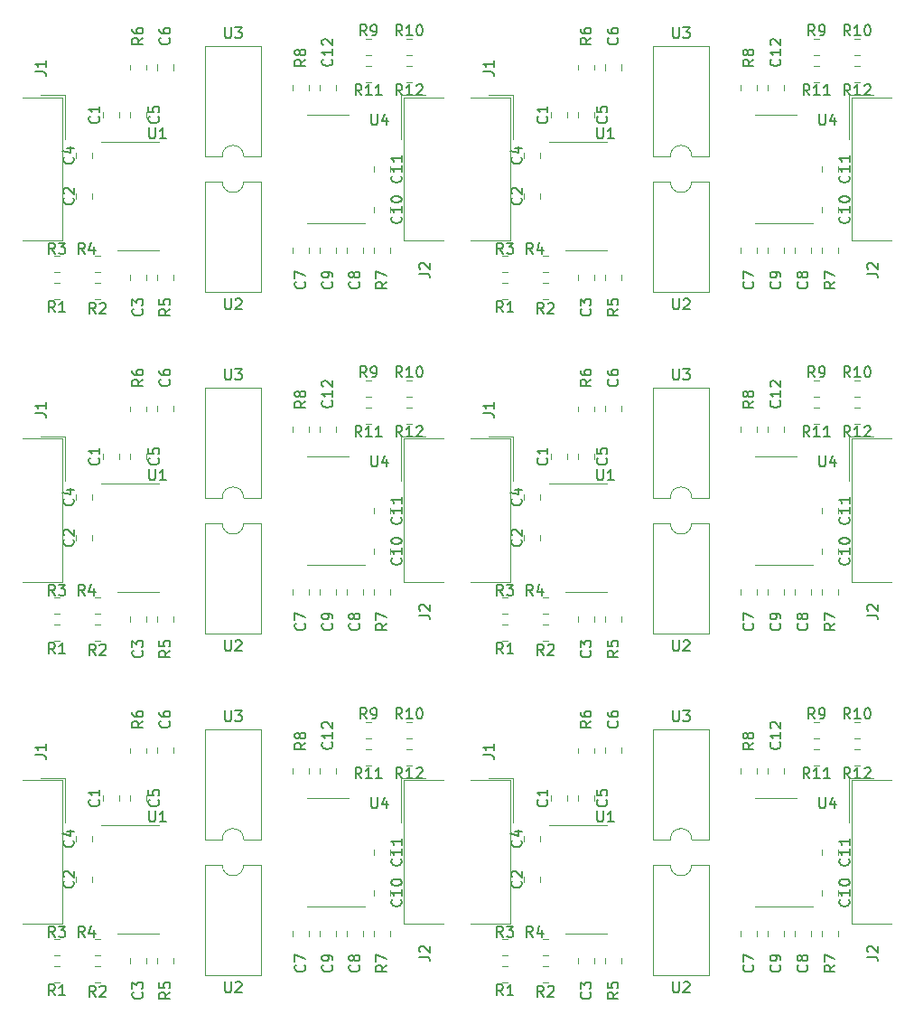
<source format=gbr>
%TF.GenerationSoftware,KiCad,Pcbnew,5.1.8*%
%TF.CreationDate,2020-11-15T21:37:53+00:00*%
%TF.ProjectId,rs232_isolator_panel,72733233-325f-4697-936f-6c61746f725f,rev?*%
%TF.SameCoordinates,PX1d905c0PY2625a00*%
%TF.FileFunction,Legend,Top*%
%TF.FilePolarity,Positive*%
%FSLAX46Y46*%
G04 Gerber Fmt 4.6, Leading zero omitted, Abs format (unit mm)*
G04 Created by KiCad (PCBNEW 5.1.8) date 2020-11-15 21:37:53*
%MOMM*%
%LPD*%
G01*
G04 APERTURE LIST*
%ADD10C,0.120000*%
%ADD11C,0.150000*%
G04 APERTURE END LIST*
D10*
%TO.C,R1*%
X54262936Y-89695000D02*
X54717064Y-89695000D01*
X54262936Y-91165000D02*
X54717064Y-91165000D01*
X12262936Y-89695000D02*
X12717064Y-89695000D01*
X12262936Y-91165000D02*
X12717064Y-91165000D01*
X54262936Y-57695000D02*
X54717064Y-57695000D01*
X54262936Y-59165000D02*
X54717064Y-59165000D01*
X12262936Y-57695000D02*
X12717064Y-57695000D01*
X12262936Y-59165000D02*
X12717064Y-59165000D01*
X54262936Y-25695000D02*
X54717064Y-25695000D01*
X54262936Y-27165000D02*
X54717064Y-27165000D01*
%TO.C,C6*%
X63915000Y-69736252D02*
X63915000Y-69213748D01*
X65385000Y-69736252D02*
X65385000Y-69213748D01*
X21915000Y-69736252D02*
X21915000Y-69213748D01*
X23385000Y-69736252D02*
X23385000Y-69213748D01*
X63915000Y-37736252D02*
X63915000Y-37213748D01*
X65385000Y-37736252D02*
X65385000Y-37213748D01*
X21915000Y-37736252D02*
X21915000Y-37213748D01*
X23385000Y-37736252D02*
X23385000Y-37213748D01*
X63915000Y-5736252D02*
X63915000Y-5213748D01*
X65385000Y-5736252D02*
X65385000Y-5213748D01*
%TO.C,C1*%
X58835000Y-74181252D02*
X58835000Y-73658748D01*
X60305000Y-74181252D02*
X60305000Y-73658748D01*
X16835000Y-74181252D02*
X16835000Y-73658748D01*
X18305000Y-74181252D02*
X18305000Y-73658748D01*
X58835000Y-42181252D02*
X58835000Y-41658748D01*
X60305000Y-42181252D02*
X60305000Y-41658748D01*
X16835000Y-42181252D02*
X16835000Y-41658748D01*
X18305000Y-42181252D02*
X18305000Y-41658748D01*
X58835000Y-10181252D02*
X58835000Y-9658748D01*
X60305000Y-10181252D02*
X60305000Y-9658748D01*
%TO.C,R3*%
X54262936Y-87155000D02*
X54717064Y-87155000D01*
X54262936Y-88625000D02*
X54717064Y-88625000D01*
X12262936Y-87155000D02*
X12717064Y-87155000D01*
X12262936Y-88625000D02*
X12717064Y-88625000D01*
X54262936Y-55155000D02*
X54717064Y-55155000D01*
X54262936Y-56625000D02*
X54717064Y-56625000D01*
X12262936Y-55155000D02*
X12717064Y-55155000D01*
X12262936Y-56625000D02*
X12717064Y-56625000D01*
X54262936Y-23155000D02*
X54717064Y-23155000D01*
X54262936Y-24625000D02*
X54717064Y-24625000D01*
%TO.C,C8*%
X83165000Y-86358748D02*
X83165000Y-86881252D01*
X81695000Y-86358748D02*
X81695000Y-86881252D01*
X41165000Y-86358748D02*
X41165000Y-86881252D01*
X39695000Y-86358748D02*
X39695000Y-86881252D01*
X83165000Y-54358748D02*
X83165000Y-54881252D01*
X81695000Y-54358748D02*
X81695000Y-54881252D01*
X41165000Y-54358748D02*
X41165000Y-54881252D01*
X39695000Y-54358748D02*
X39695000Y-54881252D01*
X83165000Y-22358748D02*
X83165000Y-22881252D01*
X81695000Y-22358748D02*
X81695000Y-22881252D01*
%TO.C,U2*%
X72000000Y-80210000D02*
G75*
G02*
X70000000Y-80210000I-1000000J0D01*
G01*
X70000000Y-80210000D02*
X68350000Y-80210000D01*
X68350000Y-80210000D02*
X68350000Y-90490000D01*
X68350000Y-90490000D02*
X73650000Y-90490000D01*
X73650000Y-90490000D02*
X73650000Y-80210000D01*
X73650000Y-80210000D02*
X72000000Y-80210000D01*
X30000000Y-80210000D02*
G75*
G02*
X28000000Y-80210000I-1000000J0D01*
G01*
X28000000Y-80210000D02*
X26350000Y-80210000D01*
X26350000Y-80210000D02*
X26350000Y-90490000D01*
X26350000Y-90490000D02*
X31650000Y-90490000D01*
X31650000Y-90490000D02*
X31650000Y-80210000D01*
X31650000Y-80210000D02*
X30000000Y-80210000D01*
X72000000Y-48210000D02*
G75*
G02*
X70000000Y-48210000I-1000000J0D01*
G01*
X70000000Y-48210000D02*
X68350000Y-48210000D01*
X68350000Y-48210000D02*
X68350000Y-58490000D01*
X68350000Y-58490000D02*
X73650000Y-58490000D01*
X73650000Y-58490000D02*
X73650000Y-48210000D01*
X73650000Y-48210000D02*
X72000000Y-48210000D01*
X30000000Y-48210000D02*
G75*
G02*
X28000000Y-48210000I-1000000J0D01*
G01*
X28000000Y-48210000D02*
X26350000Y-48210000D01*
X26350000Y-48210000D02*
X26350000Y-58490000D01*
X26350000Y-58490000D02*
X31650000Y-58490000D01*
X31650000Y-58490000D02*
X31650000Y-48210000D01*
X31650000Y-48210000D02*
X30000000Y-48210000D01*
X72000000Y-16210000D02*
G75*
G02*
X70000000Y-16210000I-1000000J0D01*
G01*
X70000000Y-16210000D02*
X68350000Y-16210000D01*
X68350000Y-16210000D02*
X68350000Y-26490000D01*
X68350000Y-26490000D02*
X73650000Y-26490000D01*
X73650000Y-26490000D02*
X73650000Y-16210000D01*
X73650000Y-16210000D02*
X72000000Y-16210000D01*
%TO.C,J2*%
X90740000Y-72276667D02*
X87000000Y-72276667D01*
X87000000Y-72276667D02*
X87000000Y-85723333D01*
X87000000Y-85723333D02*
X90740000Y-85723333D01*
X89000000Y-72036667D02*
X86760000Y-72036667D01*
X86760000Y-72036667D02*
X86760000Y-76230000D01*
X48740000Y-72276667D02*
X45000000Y-72276667D01*
X45000000Y-72276667D02*
X45000000Y-85723333D01*
X45000000Y-85723333D02*
X48740000Y-85723333D01*
X47000000Y-72036667D02*
X44760000Y-72036667D01*
X44760000Y-72036667D02*
X44760000Y-76230000D01*
X90740000Y-40276667D02*
X87000000Y-40276667D01*
X87000000Y-40276667D02*
X87000000Y-53723333D01*
X87000000Y-53723333D02*
X90740000Y-53723333D01*
X89000000Y-40036667D02*
X86760000Y-40036667D01*
X86760000Y-40036667D02*
X86760000Y-44230000D01*
X48740000Y-40276667D02*
X45000000Y-40276667D01*
X45000000Y-40276667D02*
X45000000Y-53723333D01*
X45000000Y-53723333D02*
X48740000Y-53723333D01*
X47000000Y-40036667D02*
X44760000Y-40036667D01*
X44760000Y-40036667D02*
X44760000Y-44230000D01*
X90740000Y-8276667D02*
X87000000Y-8276667D01*
X87000000Y-8276667D02*
X87000000Y-21723333D01*
X87000000Y-21723333D02*
X90740000Y-21723333D01*
X89000000Y-8036667D02*
X86760000Y-8036667D01*
X86760000Y-8036667D02*
X86760000Y-12230000D01*
%TO.C,R5*%
X65385000Y-88932936D02*
X65385000Y-89387064D01*
X63915000Y-88932936D02*
X63915000Y-89387064D01*
X23385000Y-88932936D02*
X23385000Y-89387064D01*
X21915000Y-88932936D02*
X21915000Y-89387064D01*
X65385000Y-56932936D02*
X65385000Y-57387064D01*
X63915000Y-56932936D02*
X63915000Y-57387064D01*
X23385000Y-56932936D02*
X23385000Y-57387064D01*
X21915000Y-56932936D02*
X21915000Y-57387064D01*
X65385000Y-24932936D02*
X65385000Y-25387064D01*
X63915000Y-24932936D02*
X63915000Y-25387064D01*
%TO.C,R4*%
X58527064Y-88625000D02*
X58072936Y-88625000D01*
X58527064Y-87155000D02*
X58072936Y-87155000D01*
X16527064Y-88625000D02*
X16072936Y-88625000D01*
X16527064Y-87155000D02*
X16072936Y-87155000D01*
X58527064Y-56625000D02*
X58072936Y-56625000D01*
X58527064Y-55155000D02*
X58072936Y-55155000D01*
X16527064Y-56625000D02*
X16072936Y-56625000D01*
X16527064Y-55155000D02*
X16072936Y-55155000D01*
X58527064Y-24625000D02*
X58072936Y-24625000D01*
X58527064Y-23155000D02*
X58072936Y-23155000D01*
%TO.C,U3*%
X70000000Y-77790000D02*
G75*
G02*
X72000000Y-77790000I1000000J0D01*
G01*
X72000000Y-77790000D02*
X73650000Y-77790000D01*
X73650000Y-77790000D02*
X73650000Y-67510000D01*
X73650000Y-67510000D02*
X68350000Y-67510000D01*
X68350000Y-67510000D02*
X68350000Y-77790000D01*
X68350000Y-77790000D02*
X70000000Y-77790000D01*
X28000000Y-77790000D02*
G75*
G02*
X30000000Y-77790000I1000000J0D01*
G01*
X30000000Y-77790000D02*
X31650000Y-77790000D01*
X31650000Y-77790000D02*
X31650000Y-67510000D01*
X31650000Y-67510000D02*
X26350000Y-67510000D01*
X26350000Y-67510000D02*
X26350000Y-77790000D01*
X26350000Y-77790000D02*
X28000000Y-77790000D01*
X70000000Y-45790000D02*
G75*
G02*
X72000000Y-45790000I1000000J0D01*
G01*
X72000000Y-45790000D02*
X73650000Y-45790000D01*
X73650000Y-45790000D02*
X73650000Y-35510000D01*
X73650000Y-35510000D02*
X68350000Y-35510000D01*
X68350000Y-35510000D02*
X68350000Y-45790000D01*
X68350000Y-45790000D02*
X70000000Y-45790000D01*
X28000000Y-45790000D02*
G75*
G02*
X30000000Y-45790000I1000000J0D01*
G01*
X30000000Y-45790000D02*
X31650000Y-45790000D01*
X31650000Y-45790000D02*
X31650000Y-35510000D01*
X31650000Y-35510000D02*
X26350000Y-35510000D01*
X26350000Y-35510000D02*
X26350000Y-45790000D01*
X26350000Y-45790000D02*
X28000000Y-45790000D01*
X70000000Y-13790000D02*
G75*
G02*
X72000000Y-13790000I1000000J0D01*
G01*
X72000000Y-13790000D02*
X73650000Y-13790000D01*
X73650000Y-13790000D02*
X73650000Y-3510000D01*
X73650000Y-3510000D02*
X68350000Y-3510000D01*
X68350000Y-3510000D02*
X68350000Y-13790000D01*
X68350000Y-13790000D02*
X70000000Y-13790000D01*
%TO.C,R12*%
X87737064Y-70845000D02*
X87282936Y-70845000D01*
X87737064Y-69375000D02*
X87282936Y-69375000D01*
X45737064Y-70845000D02*
X45282936Y-70845000D01*
X45737064Y-69375000D02*
X45282936Y-69375000D01*
X87737064Y-38845000D02*
X87282936Y-38845000D01*
X87737064Y-37375000D02*
X87282936Y-37375000D01*
X45737064Y-38845000D02*
X45282936Y-38845000D01*
X45737064Y-37375000D02*
X45282936Y-37375000D01*
X87737064Y-6845000D02*
X87282936Y-6845000D01*
X87737064Y-5375000D02*
X87282936Y-5375000D01*
%TO.C,R9*%
X83472936Y-66835000D02*
X83927064Y-66835000D01*
X83472936Y-68305000D02*
X83927064Y-68305000D01*
X41472936Y-66835000D02*
X41927064Y-66835000D01*
X41472936Y-68305000D02*
X41927064Y-68305000D01*
X83472936Y-34835000D02*
X83927064Y-34835000D01*
X83472936Y-36305000D02*
X83927064Y-36305000D01*
X41472936Y-34835000D02*
X41927064Y-34835000D01*
X41472936Y-36305000D02*
X41927064Y-36305000D01*
X83472936Y-2835000D02*
X83927064Y-2835000D01*
X83472936Y-4305000D02*
X83927064Y-4305000D01*
%TO.C,R11*%
X83472936Y-69375000D02*
X83927064Y-69375000D01*
X83472936Y-70845000D02*
X83927064Y-70845000D01*
X41472936Y-69375000D02*
X41927064Y-69375000D01*
X41472936Y-70845000D02*
X41927064Y-70845000D01*
X83472936Y-37375000D02*
X83927064Y-37375000D01*
X83472936Y-38845000D02*
X83927064Y-38845000D01*
X41472936Y-37375000D02*
X41927064Y-37375000D01*
X41472936Y-38845000D02*
X41927064Y-38845000D01*
X83472936Y-5375000D02*
X83927064Y-5375000D01*
X83472936Y-6845000D02*
X83927064Y-6845000D01*
%TO.C,R7*%
X85705000Y-86392936D02*
X85705000Y-86847064D01*
X84235000Y-86392936D02*
X84235000Y-86847064D01*
X43705000Y-86392936D02*
X43705000Y-86847064D01*
X42235000Y-86392936D02*
X42235000Y-86847064D01*
X85705000Y-54392936D02*
X85705000Y-54847064D01*
X84235000Y-54392936D02*
X84235000Y-54847064D01*
X43705000Y-54392936D02*
X43705000Y-54847064D01*
X42235000Y-54392936D02*
X42235000Y-54847064D01*
X85705000Y-22392936D02*
X85705000Y-22847064D01*
X84235000Y-22392936D02*
X84235000Y-22847064D01*
%TO.C,C11*%
X84235000Y-79261252D02*
X84235000Y-78738748D01*
X85705000Y-79261252D02*
X85705000Y-78738748D01*
X42235000Y-79261252D02*
X42235000Y-78738748D01*
X43705000Y-79261252D02*
X43705000Y-78738748D01*
X84235000Y-47261252D02*
X84235000Y-46738748D01*
X85705000Y-47261252D02*
X85705000Y-46738748D01*
X42235000Y-47261252D02*
X42235000Y-46738748D01*
X43705000Y-47261252D02*
X43705000Y-46738748D01*
X84235000Y-15261252D02*
X84235000Y-14738748D01*
X85705000Y-15261252D02*
X85705000Y-14738748D01*
%TO.C,C7*%
X78085000Y-86358748D02*
X78085000Y-86881252D01*
X76615000Y-86358748D02*
X76615000Y-86881252D01*
X36085000Y-86358748D02*
X36085000Y-86881252D01*
X34615000Y-86358748D02*
X34615000Y-86881252D01*
X78085000Y-54358748D02*
X78085000Y-54881252D01*
X76615000Y-54358748D02*
X76615000Y-54881252D01*
X36085000Y-54358748D02*
X36085000Y-54881252D01*
X34615000Y-54358748D02*
X34615000Y-54881252D01*
X78085000Y-22358748D02*
X78085000Y-22881252D01*
X76615000Y-22358748D02*
X76615000Y-22881252D01*
%TO.C,J1*%
X51260000Y-85723333D02*
X55000000Y-85723333D01*
X55000000Y-85723333D02*
X55000000Y-72276667D01*
X55000000Y-72276667D02*
X51260000Y-72276667D01*
X53000000Y-72036667D02*
X55240000Y-72036667D01*
X55240000Y-72036667D02*
X55240000Y-76230000D01*
X9260000Y-85723333D02*
X13000000Y-85723333D01*
X13000000Y-85723333D02*
X13000000Y-72276667D01*
X13000000Y-72276667D02*
X9260000Y-72276667D01*
X11000000Y-72036667D02*
X13240000Y-72036667D01*
X13240000Y-72036667D02*
X13240000Y-76230000D01*
X51260000Y-53723333D02*
X55000000Y-53723333D01*
X55000000Y-53723333D02*
X55000000Y-40276667D01*
X55000000Y-40276667D02*
X51260000Y-40276667D01*
X53000000Y-40036667D02*
X55240000Y-40036667D01*
X55240000Y-40036667D02*
X55240000Y-44230000D01*
X9260000Y-53723333D02*
X13000000Y-53723333D01*
X13000000Y-53723333D02*
X13000000Y-40276667D01*
X13000000Y-40276667D02*
X9260000Y-40276667D01*
X11000000Y-40036667D02*
X13240000Y-40036667D01*
X13240000Y-40036667D02*
X13240000Y-44230000D01*
X51260000Y-21723333D02*
X55000000Y-21723333D01*
X55000000Y-21723333D02*
X55000000Y-8276667D01*
X55000000Y-8276667D02*
X51260000Y-8276667D01*
X53000000Y-8036667D02*
X55240000Y-8036667D01*
X55240000Y-8036667D02*
X55240000Y-12230000D01*
%TO.C,U1*%
X62110000Y-86600000D02*
X64060000Y-86600000D01*
X62110000Y-86600000D02*
X60160000Y-86600000D01*
X62110000Y-76480000D02*
X64060000Y-76480000D01*
X62110000Y-76480000D02*
X58660000Y-76480000D01*
X20110000Y-86600000D02*
X22060000Y-86600000D01*
X20110000Y-86600000D02*
X18160000Y-86600000D01*
X20110000Y-76480000D02*
X22060000Y-76480000D01*
X20110000Y-76480000D02*
X16660000Y-76480000D01*
X62110000Y-54600000D02*
X64060000Y-54600000D01*
X62110000Y-54600000D02*
X60160000Y-54600000D01*
X62110000Y-44480000D02*
X64060000Y-44480000D01*
X62110000Y-44480000D02*
X58660000Y-44480000D01*
X20110000Y-54600000D02*
X22060000Y-54600000D01*
X20110000Y-54600000D02*
X18160000Y-54600000D01*
X20110000Y-44480000D02*
X22060000Y-44480000D01*
X20110000Y-44480000D02*
X16660000Y-44480000D01*
X62110000Y-22600000D02*
X64060000Y-22600000D01*
X62110000Y-22600000D02*
X60160000Y-22600000D01*
X62110000Y-12480000D02*
X64060000Y-12480000D01*
X62110000Y-12480000D02*
X58660000Y-12480000D01*
%TO.C,C10*%
X85705000Y-82548748D02*
X85705000Y-83071252D01*
X84235000Y-82548748D02*
X84235000Y-83071252D01*
X43705000Y-82548748D02*
X43705000Y-83071252D01*
X42235000Y-82548748D02*
X42235000Y-83071252D01*
X85705000Y-50548748D02*
X85705000Y-51071252D01*
X84235000Y-50548748D02*
X84235000Y-51071252D01*
X43705000Y-50548748D02*
X43705000Y-51071252D01*
X42235000Y-50548748D02*
X42235000Y-51071252D01*
X85705000Y-18548748D02*
X85705000Y-19071252D01*
X84235000Y-18548748D02*
X84235000Y-19071252D01*
%TO.C,C9*%
X80625000Y-86358748D02*
X80625000Y-86881252D01*
X79155000Y-86358748D02*
X79155000Y-86881252D01*
X38625000Y-86358748D02*
X38625000Y-86881252D01*
X37155000Y-86358748D02*
X37155000Y-86881252D01*
X80625000Y-54358748D02*
X80625000Y-54881252D01*
X79155000Y-54358748D02*
X79155000Y-54881252D01*
X38625000Y-54358748D02*
X38625000Y-54881252D01*
X37155000Y-54358748D02*
X37155000Y-54881252D01*
X80625000Y-22358748D02*
X80625000Y-22881252D01*
X79155000Y-22358748D02*
X79155000Y-22881252D01*
%TO.C,C4*%
X56295000Y-77991252D02*
X56295000Y-77468748D01*
X57765000Y-77991252D02*
X57765000Y-77468748D01*
X14295000Y-77991252D02*
X14295000Y-77468748D01*
X15765000Y-77991252D02*
X15765000Y-77468748D01*
X56295000Y-45991252D02*
X56295000Y-45468748D01*
X57765000Y-45991252D02*
X57765000Y-45468748D01*
X14295000Y-45991252D02*
X14295000Y-45468748D01*
X15765000Y-45991252D02*
X15765000Y-45468748D01*
X56295000Y-13991252D02*
X56295000Y-13468748D01*
X57765000Y-13991252D02*
X57765000Y-13468748D01*
%TO.C,C2*%
X57765000Y-81278748D02*
X57765000Y-81801252D01*
X56295000Y-81278748D02*
X56295000Y-81801252D01*
X15765000Y-81278748D02*
X15765000Y-81801252D01*
X14295000Y-81278748D02*
X14295000Y-81801252D01*
X57765000Y-49278748D02*
X57765000Y-49801252D01*
X56295000Y-49278748D02*
X56295000Y-49801252D01*
X15765000Y-49278748D02*
X15765000Y-49801252D01*
X14295000Y-49278748D02*
X14295000Y-49801252D01*
X57765000Y-17278748D02*
X57765000Y-17801252D01*
X56295000Y-17278748D02*
X56295000Y-17801252D01*
%TO.C,C3*%
X62845000Y-88898748D02*
X62845000Y-89421252D01*
X61375000Y-88898748D02*
X61375000Y-89421252D01*
X20845000Y-88898748D02*
X20845000Y-89421252D01*
X19375000Y-88898748D02*
X19375000Y-89421252D01*
X62845000Y-56898748D02*
X62845000Y-57421252D01*
X61375000Y-56898748D02*
X61375000Y-57421252D01*
X20845000Y-56898748D02*
X20845000Y-57421252D01*
X19375000Y-56898748D02*
X19375000Y-57421252D01*
X62845000Y-24898748D02*
X62845000Y-25421252D01*
X61375000Y-24898748D02*
X61375000Y-25421252D01*
%TO.C,U4*%
X79890000Y-73940000D02*
X77940000Y-73940000D01*
X79890000Y-73940000D02*
X81840000Y-73940000D01*
X79890000Y-84060000D02*
X77940000Y-84060000D01*
X79890000Y-84060000D02*
X83340000Y-84060000D01*
X37890000Y-73940000D02*
X35940000Y-73940000D01*
X37890000Y-73940000D02*
X39840000Y-73940000D01*
X37890000Y-84060000D02*
X35940000Y-84060000D01*
X37890000Y-84060000D02*
X41340000Y-84060000D01*
X79890000Y-41940000D02*
X77940000Y-41940000D01*
X79890000Y-41940000D02*
X81840000Y-41940000D01*
X79890000Y-52060000D02*
X77940000Y-52060000D01*
X79890000Y-52060000D02*
X83340000Y-52060000D01*
X37890000Y-41940000D02*
X35940000Y-41940000D01*
X37890000Y-41940000D02*
X39840000Y-41940000D01*
X37890000Y-52060000D02*
X35940000Y-52060000D01*
X37890000Y-52060000D02*
X41340000Y-52060000D01*
X79890000Y-9940000D02*
X77940000Y-9940000D01*
X79890000Y-9940000D02*
X81840000Y-9940000D01*
X79890000Y-20060000D02*
X77940000Y-20060000D01*
X79890000Y-20060000D02*
X83340000Y-20060000D01*
%TO.C,R8*%
X76615000Y-71607064D02*
X76615000Y-71152936D01*
X78085000Y-71607064D02*
X78085000Y-71152936D01*
X34615000Y-71607064D02*
X34615000Y-71152936D01*
X36085000Y-71607064D02*
X36085000Y-71152936D01*
X76615000Y-39607064D02*
X76615000Y-39152936D01*
X78085000Y-39607064D02*
X78085000Y-39152936D01*
X34615000Y-39607064D02*
X34615000Y-39152936D01*
X36085000Y-39607064D02*
X36085000Y-39152936D01*
X76615000Y-7607064D02*
X76615000Y-7152936D01*
X78085000Y-7607064D02*
X78085000Y-7152936D01*
%TO.C,R6*%
X62845000Y-69247936D02*
X62845000Y-69702064D01*
X61375000Y-69247936D02*
X61375000Y-69702064D01*
X20845000Y-69247936D02*
X20845000Y-69702064D01*
X19375000Y-69247936D02*
X19375000Y-69702064D01*
X62845000Y-37247936D02*
X62845000Y-37702064D01*
X61375000Y-37247936D02*
X61375000Y-37702064D01*
X20845000Y-37247936D02*
X20845000Y-37702064D01*
X19375000Y-37247936D02*
X19375000Y-37702064D01*
X62845000Y-5247936D02*
X62845000Y-5702064D01*
X61375000Y-5247936D02*
X61375000Y-5702064D01*
%TO.C,C12*%
X79155000Y-71641252D02*
X79155000Y-71118748D01*
X80625000Y-71641252D02*
X80625000Y-71118748D01*
X37155000Y-71641252D02*
X37155000Y-71118748D01*
X38625000Y-71641252D02*
X38625000Y-71118748D01*
X79155000Y-39641252D02*
X79155000Y-39118748D01*
X80625000Y-39641252D02*
X80625000Y-39118748D01*
X37155000Y-39641252D02*
X37155000Y-39118748D01*
X38625000Y-39641252D02*
X38625000Y-39118748D01*
X79155000Y-7641252D02*
X79155000Y-7118748D01*
X80625000Y-7641252D02*
X80625000Y-7118748D01*
%TO.C,C5*%
X62845000Y-73658748D02*
X62845000Y-74181252D01*
X61375000Y-73658748D02*
X61375000Y-74181252D01*
X20845000Y-73658748D02*
X20845000Y-74181252D01*
X19375000Y-73658748D02*
X19375000Y-74181252D01*
X62845000Y-41658748D02*
X62845000Y-42181252D01*
X61375000Y-41658748D02*
X61375000Y-42181252D01*
X20845000Y-41658748D02*
X20845000Y-42181252D01*
X19375000Y-41658748D02*
X19375000Y-42181252D01*
X62845000Y-9658748D02*
X62845000Y-10181252D01*
X61375000Y-9658748D02*
X61375000Y-10181252D01*
%TO.C,R2*%
X58527064Y-91165000D02*
X58072936Y-91165000D01*
X58527064Y-89695000D02*
X58072936Y-89695000D01*
X16527064Y-91165000D02*
X16072936Y-91165000D01*
X16527064Y-89695000D02*
X16072936Y-89695000D01*
X58527064Y-59165000D02*
X58072936Y-59165000D01*
X58527064Y-57695000D02*
X58072936Y-57695000D01*
X16527064Y-59165000D02*
X16072936Y-59165000D01*
X16527064Y-57695000D02*
X16072936Y-57695000D01*
X58527064Y-27165000D02*
X58072936Y-27165000D01*
X58527064Y-25695000D02*
X58072936Y-25695000D01*
%TO.C,R10*%
X87737064Y-68305000D02*
X87282936Y-68305000D01*
X87737064Y-66835000D02*
X87282936Y-66835000D01*
X45737064Y-68305000D02*
X45282936Y-68305000D01*
X45737064Y-66835000D02*
X45282936Y-66835000D01*
X87737064Y-36305000D02*
X87282936Y-36305000D01*
X87737064Y-34835000D02*
X87282936Y-34835000D01*
X45737064Y-36305000D02*
X45282936Y-36305000D01*
X45737064Y-34835000D02*
X45282936Y-34835000D01*
X87737064Y-4305000D02*
X87282936Y-4305000D01*
X87737064Y-2835000D02*
X87282936Y-2835000D01*
%TO.C,C1*%
X18305000Y-10181252D02*
X18305000Y-9658748D01*
X16835000Y-10181252D02*
X16835000Y-9658748D01*
%TO.C,C2*%
X14295000Y-17278748D02*
X14295000Y-17801252D01*
X15765000Y-17278748D02*
X15765000Y-17801252D01*
%TO.C,C3*%
X19375000Y-24898748D02*
X19375000Y-25421252D01*
X20845000Y-24898748D02*
X20845000Y-25421252D01*
%TO.C,C4*%
X15765000Y-13991252D02*
X15765000Y-13468748D01*
X14295000Y-13991252D02*
X14295000Y-13468748D01*
%TO.C,C5*%
X19375000Y-9658748D02*
X19375000Y-10181252D01*
X20845000Y-9658748D02*
X20845000Y-10181252D01*
%TO.C,C6*%
X23385000Y-5736252D02*
X23385000Y-5213748D01*
X21915000Y-5736252D02*
X21915000Y-5213748D01*
%TO.C,C7*%
X34615000Y-22358748D02*
X34615000Y-22881252D01*
X36085000Y-22358748D02*
X36085000Y-22881252D01*
%TO.C,C8*%
X39695000Y-22358748D02*
X39695000Y-22881252D01*
X41165000Y-22358748D02*
X41165000Y-22881252D01*
%TO.C,C9*%
X37155000Y-22358748D02*
X37155000Y-22881252D01*
X38625000Y-22358748D02*
X38625000Y-22881252D01*
%TO.C,C10*%
X42235000Y-18548748D02*
X42235000Y-19071252D01*
X43705000Y-18548748D02*
X43705000Y-19071252D01*
%TO.C,C11*%
X43705000Y-15261252D02*
X43705000Y-14738748D01*
X42235000Y-15261252D02*
X42235000Y-14738748D01*
%TO.C,C12*%
X38625000Y-7641252D02*
X38625000Y-7118748D01*
X37155000Y-7641252D02*
X37155000Y-7118748D01*
%TO.C,J1*%
X13240000Y-8036667D02*
X13240000Y-12230000D01*
X11000000Y-8036667D02*
X13240000Y-8036667D01*
X13000000Y-8276667D02*
X9260000Y-8276667D01*
X13000000Y-21723333D02*
X13000000Y-8276667D01*
X9260000Y-21723333D02*
X13000000Y-21723333D01*
%TO.C,R1*%
X12262936Y-27165000D02*
X12717064Y-27165000D01*
X12262936Y-25695000D02*
X12717064Y-25695000D01*
%TO.C,R2*%
X16527064Y-25695000D02*
X16072936Y-25695000D01*
X16527064Y-27165000D02*
X16072936Y-27165000D01*
%TO.C,R3*%
X12262936Y-24625000D02*
X12717064Y-24625000D01*
X12262936Y-23155000D02*
X12717064Y-23155000D01*
%TO.C,R4*%
X16527064Y-23155000D02*
X16072936Y-23155000D01*
X16527064Y-24625000D02*
X16072936Y-24625000D01*
%TO.C,R5*%
X21915000Y-24932936D02*
X21915000Y-25387064D01*
X23385000Y-24932936D02*
X23385000Y-25387064D01*
%TO.C,R6*%
X19375000Y-5247936D02*
X19375000Y-5702064D01*
X20845000Y-5247936D02*
X20845000Y-5702064D01*
%TO.C,R7*%
X42235000Y-22392936D02*
X42235000Y-22847064D01*
X43705000Y-22392936D02*
X43705000Y-22847064D01*
%TO.C,R8*%
X36085000Y-7607064D02*
X36085000Y-7152936D01*
X34615000Y-7607064D02*
X34615000Y-7152936D01*
%TO.C,R9*%
X41472936Y-4305000D02*
X41927064Y-4305000D01*
X41472936Y-2835000D02*
X41927064Y-2835000D01*
%TO.C,R10*%
X45737064Y-2835000D02*
X45282936Y-2835000D01*
X45737064Y-4305000D02*
X45282936Y-4305000D01*
%TO.C,R11*%
X41472936Y-6845000D02*
X41927064Y-6845000D01*
X41472936Y-5375000D02*
X41927064Y-5375000D01*
%TO.C,R12*%
X45737064Y-5375000D02*
X45282936Y-5375000D01*
X45737064Y-6845000D02*
X45282936Y-6845000D01*
%TO.C,U2*%
X31650000Y-16210000D02*
X30000000Y-16210000D01*
X31650000Y-26490000D02*
X31650000Y-16210000D01*
X26350000Y-26490000D02*
X31650000Y-26490000D01*
X26350000Y-16210000D02*
X26350000Y-26490000D01*
X28000000Y-16210000D02*
X26350000Y-16210000D01*
X30000000Y-16210000D02*
G75*
G02*
X28000000Y-16210000I-1000000J0D01*
G01*
%TO.C,U3*%
X26350000Y-13790000D02*
X28000000Y-13790000D01*
X26350000Y-3510000D02*
X26350000Y-13790000D01*
X31650000Y-3510000D02*
X26350000Y-3510000D01*
X31650000Y-13790000D02*
X31650000Y-3510000D01*
X30000000Y-13790000D02*
X31650000Y-13790000D01*
X28000000Y-13790000D02*
G75*
G02*
X30000000Y-13790000I1000000J0D01*
G01*
%TO.C,J2*%
X44760000Y-8036667D02*
X44760000Y-12230000D01*
X47000000Y-8036667D02*
X44760000Y-8036667D01*
X45000000Y-21723333D02*
X48740000Y-21723333D01*
X45000000Y-8276667D02*
X45000000Y-21723333D01*
X48740000Y-8276667D02*
X45000000Y-8276667D01*
%TO.C,U1*%
X20110000Y-12480000D02*
X16660000Y-12480000D01*
X20110000Y-12480000D02*
X22060000Y-12480000D01*
X20110000Y-22600000D02*
X18160000Y-22600000D01*
X20110000Y-22600000D02*
X22060000Y-22600000D01*
%TO.C,U4*%
X37890000Y-20060000D02*
X41340000Y-20060000D01*
X37890000Y-20060000D02*
X35940000Y-20060000D01*
X37890000Y-9940000D02*
X39840000Y-9940000D01*
X37890000Y-9940000D02*
X35940000Y-9940000D01*
%TO.C,R1*%
D11*
X54323333Y-92406380D02*
X53990000Y-91930190D01*
X53751904Y-92406380D02*
X53751904Y-91406380D01*
X54132857Y-91406380D01*
X54228095Y-91454000D01*
X54275714Y-91501619D01*
X54323333Y-91596857D01*
X54323333Y-91739714D01*
X54275714Y-91834952D01*
X54228095Y-91882571D01*
X54132857Y-91930190D01*
X53751904Y-91930190D01*
X55275714Y-92406380D02*
X54704285Y-92406380D01*
X54990000Y-92406380D02*
X54990000Y-91406380D01*
X54894761Y-91549238D01*
X54799523Y-91644476D01*
X54704285Y-91692095D01*
X12323333Y-92406380D02*
X11990000Y-91930190D01*
X11751904Y-92406380D02*
X11751904Y-91406380D01*
X12132857Y-91406380D01*
X12228095Y-91454000D01*
X12275714Y-91501619D01*
X12323333Y-91596857D01*
X12323333Y-91739714D01*
X12275714Y-91834952D01*
X12228095Y-91882571D01*
X12132857Y-91930190D01*
X11751904Y-91930190D01*
X13275714Y-92406380D02*
X12704285Y-92406380D01*
X12990000Y-92406380D02*
X12990000Y-91406380D01*
X12894761Y-91549238D01*
X12799523Y-91644476D01*
X12704285Y-91692095D01*
X54323333Y-60406380D02*
X53990000Y-59930190D01*
X53751904Y-60406380D02*
X53751904Y-59406380D01*
X54132857Y-59406380D01*
X54228095Y-59454000D01*
X54275714Y-59501619D01*
X54323333Y-59596857D01*
X54323333Y-59739714D01*
X54275714Y-59834952D01*
X54228095Y-59882571D01*
X54132857Y-59930190D01*
X53751904Y-59930190D01*
X55275714Y-60406380D02*
X54704285Y-60406380D01*
X54990000Y-60406380D02*
X54990000Y-59406380D01*
X54894761Y-59549238D01*
X54799523Y-59644476D01*
X54704285Y-59692095D01*
X12323333Y-60406380D02*
X11990000Y-59930190D01*
X11751904Y-60406380D02*
X11751904Y-59406380D01*
X12132857Y-59406380D01*
X12228095Y-59454000D01*
X12275714Y-59501619D01*
X12323333Y-59596857D01*
X12323333Y-59739714D01*
X12275714Y-59834952D01*
X12228095Y-59882571D01*
X12132857Y-59930190D01*
X11751904Y-59930190D01*
X13275714Y-60406380D02*
X12704285Y-60406380D01*
X12990000Y-60406380D02*
X12990000Y-59406380D01*
X12894761Y-59549238D01*
X12799523Y-59644476D01*
X12704285Y-59692095D01*
X54323333Y-28406380D02*
X53990000Y-27930190D01*
X53751904Y-28406380D02*
X53751904Y-27406380D01*
X54132857Y-27406380D01*
X54228095Y-27454000D01*
X54275714Y-27501619D01*
X54323333Y-27596857D01*
X54323333Y-27739714D01*
X54275714Y-27834952D01*
X54228095Y-27882571D01*
X54132857Y-27930190D01*
X53751904Y-27930190D01*
X55275714Y-28406380D02*
X54704285Y-28406380D01*
X54990000Y-28406380D02*
X54990000Y-27406380D01*
X54894761Y-27549238D01*
X54799523Y-27644476D01*
X54704285Y-27692095D01*
%TO.C,C6*%
X65007142Y-66720666D02*
X65054761Y-66768285D01*
X65102380Y-66911142D01*
X65102380Y-67006380D01*
X65054761Y-67149238D01*
X64959523Y-67244476D01*
X64864285Y-67292095D01*
X64673809Y-67339714D01*
X64530952Y-67339714D01*
X64340476Y-67292095D01*
X64245238Y-67244476D01*
X64150000Y-67149238D01*
X64102380Y-67006380D01*
X64102380Y-66911142D01*
X64150000Y-66768285D01*
X64197619Y-66720666D01*
X64102380Y-65863523D02*
X64102380Y-66054000D01*
X64150000Y-66149238D01*
X64197619Y-66196857D01*
X64340476Y-66292095D01*
X64530952Y-66339714D01*
X64911904Y-66339714D01*
X65007142Y-66292095D01*
X65054761Y-66244476D01*
X65102380Y-66149238D01*
X65102380Y-65958761D01*
X65054761Y-65863523D01*
X65007142Y-65815904D01*
X64911904Y-65768285D01*
X64673809Y-65768285D01*
X64578571Y-65815904D01*
X64530952Y-65863523D01*
X64483333Y-65958761D01*
X64483333Y-66149238D01*
X64530952Y-66244476D01*
X64578571Y-66292095D01*
X64673809Y-66339714D01*
X23007142Y-66720666D02*
X23054761Y-66768285D01*
X23102380Y-66911142D01*
X23102380Y-67006380D01*
X23054761Y-67149238D01*
X22959523Y-67244476D01*
X22864285Y-67292095D01*
X22673809Y-67339714D01*
X22530952Y-67339714D01*
X22340476Y-67292095D01*
X22245238Y-67244476D01*
X22150000Y-67149238D01*
X22102380Y-67006380D01*
X22102380Y-66911142D01*
X22150000Y-66768285D01*
X22197619Y-66720666D01*
X22102380Y-65863523D02*
X22102380Y-66054000D01*
X22150000Y-66149238D01*
X22197619Y-66196857D01*
X22340476Y-66292095D01*
X22530952Y-66339714D01*
X22911904Y-66339714D01*
X23007142Y-66292095D01*
X23054761Y-66244476D01*
X23102380Y-66149238D01*
X23102380Y-65958761D01*
X23054761Y-65863523D01*
X23007142Y-65815904D01*
X22911904Y-65768285D01*
X22673809Y-65768285D01*
X22578571Y-65815904D01*
X22530952Y-65863523D01*
X22483333Y-65958761D01*
X22483333Y-66149238D01*
X22530952Y-66244476D01*
X22578571Y-66292095D01*
X22673809Y-66339714D01*
X65007142Y-34720666D02*
X65054761Y-34768285D01*
X65102380Y-34911142D01*
X65102380Y-35006380D01*
X65054761Y-35149238D01*
X64959523Y-35244476D01*
X64864285Y-35292095D01*
X64673809Y-35339714D01*
X64530952Y-35339714D01*
X64340476Y-35292095D01*
X64245238Y-35244476D01*
X64150000Y-35149238D01*
X64102380Y-35006380D01*
X64102380Y-34911142D01*
X64150000Y-34768285D01*
X64197619Y-34720666D01*
X64102380Y-33863523D02*
X64102380Y-34054000D01*
X64150000Y-34149238D01*
X64197619Y-34196857D01*
X64340476Y-34292095D01*
X64530952Y-34339714D01*
X64911904Y-34339714D01*
X65007142Y-34292095D01*
X65054761Y-34244476D01*
X65102380Y-34149238D01*
X65102380Y-33958761D01*
X65054761Y-33863523D01*
X65007142Y-33815904D01*
X64911904Y-33768285D01*
X64673809Y-33768285D01*
X64578571Y-33815904D01*
X64530952Y-33863523D01*
X64483333Y-33958761D01*
X64483333Y-34149238D01*
X64530952Y-34244476D01*
X64578571Y-34292095D01*
X64673809Y-34339714D01*
X23007142Y-34720666D02*
X23054761Y-34768285D01*
X23102380Y-34911142D01*
X23102380Y-35006380D01*
X23054761Y-35149238D01*
X22959523Y-35244476D01*
X22864285Y-35292095D01*
X22673809Y-35339714D01*
X22530952Y-35339714D01*
X22340476Y-35292095D01*
X22245238Y-35244476D01*
X22150000Y-35149238D01*
X22102380Y-35006380D01*
X22102380Y-34911142D01*
X22150000Y-34768285D01*
X22197619Y-34720666D01*
X22102380Y-33863523D02*
X22102380Y-34054000D01*
X22150000Y-34149238D01*
X22197619Y-34196857D01*
X22340476Y-34292095D01*
X22530952Y-34339714D01*
X22911904Y-34339714D01*
X23007142Y-34292095D01*
X23054761Y-34244476D01*
X23102380Y-34149238D01*
X23102380Y-33958761D01*
X23054761Y-33863523D01*
X23007142Y-33815904D01*
X22911904Y-33768285D01*
X22673809Y-33768285D01*
X22578571Y-33815904D01*
X22530952Y-33863523D01*
X22483333Y-33958761D01*
X22483333Y-34149238D01*
X22530952Y-34244476D01*
X22578571Y-34292095D01*
X22673809Y-34339714D01*
X65007142Y-2720666D02*
X65054761Y-2768285D01*
X65102380Y-2911142D01*
X65102380Y-3006380D01*
X65054761Y-3149238D01*
X64959523Y-3244476D01*
X64864285Y-3292095D01*
X64673809Y-3339714D01*
X64530952Y-3339714D01*
X64340476Y-3292095D01*
X64245238Y-3244476D01*
X64150000Y-3149238D01*
X64102380Y-3006380D01*
X64102380Y-2911142D01*
X64150000Y-2768285D01*
X64197619Y-2720666D01*
X64102380Y-1863523D02*
X64102380Y-2054000D01*
X64150000Y-2149238D01*
X64197619Y-2196857D01*
X64340476Y-2292095D01*
X64530952Y-2339714D01*
X64911904Y-2339714D01*
X65007142Y-2292095D01*
X65054761Y-2244476D01*
X65102380Y-2149238D01*
X65102380Y-1958761D01*
X65054761Y-1863523D01*
X65007142Y-1815904D01*
X64911904Y-1768285D01*
X64673809Y-1768285D01*
X64578571Y-1815904D01*
X64530952Y-1863523D01*
X64483333Y-1958761D01*
X64483333Y-2149238D01*
X64530952Y-2244476D01*
X64578571Y-2292095D01*
X64673809Y-2339714D01*
%TO.C,C1*%
X58403142Y-74086666D02*
X58450761Y-74134285D01*
X58498380Y-74277142D01*
X58498380Y-74372380D01*
X58450761Y-74515238D01*
X58355523Y-74610476D01*
X58260285Y-74658095D01*
X58069809Y-74705714D01*
X57926952Y-74705714D01*
X57736476Y-74658095D01*
X57641238Y-74610476D01*
X57546000Y-74515238D01*
X57498380Y-74372380D01*
X57498380Y-74277142D01*
X57546000Y-74134285D01*
X57593619Y-74086666D01*
X58498380Y-73134285D02*
X58498380Y-73705714D01*
X58498380Y-73420000D02*
X57498380Y-73420000D01*
X57641238Y-73515238D01*
X57736476Y-73610476D01*
X57784095Y-73705714D01*
X16403142Y-74086666D02*
X16450761Y-74134285D01*
X16498380Y-74277142D01*
X16498380Y-74372380D01*
X16450761Y-74515238D01*
X16355523Y-74610476D01*
X16260285Y-74658095D01*
X16069809Y-74705714D01*
X15926952Y-74705714D01*
X15736476Y-74658095D01*
X15641238Y-74610476D01*
X15546000Y-74515238D01*
X15498380Y-74372380D01*
X15498380Y-74277142D01*
X15546000Y-74134285D01*
X15593619Y-74086666D01*
X16498380Y-73134285D02*
X16498380Y-73705714D01*
X16498380Y-73420000D02*
X15498380Y-73420000D01*
X15641238Y-73515238D01*
X15736476Y-73610476D01*
X15784095Y-73705714D01*
X58403142Y-42086666D02*
X58450761Y-42134285D01*
X58498380Y-42277142D01*
X58498380Y-42372380D01*
X58450761Y-42515238D01*
X58355523Y-42610476D01*
X58260285Y-42658095D01*
X58069809Y-42705714D01*
X57926952Y-42705714D01*
X57736476Y-42658095D01*
X57641238Y-42610476D01*
X57546000Y-42515238D01*
X57498380Y-42372380D01*
X57498380Y-42277142D01*
X57546000Y-42134285D01*
X57593619Y-42086666D01*
X58498380Y-41134285D02*
X58498380Y-41705714D01*
X58498380Y-41420000D02*
X57498380Y-41420000D01*
X57641238Y-41515238D01*
X57736476Y-41610476D01*
X57784095Y-41705714D01*
X16403142Y-42086666D02*
X16450761Y-42134285D01*
X16498380Y-42277142D01*
X16498380Y-42372380D01*
X16450761Y-42515238D01*
X16355523Y-42610476D01*
X16260285Y-42658095D01*
X16069809Y-42705714D01*
X15926952Y-42705714D01*
X15736476Y-42658095D01*
X15641238Y-42610476D01*
X15546000Y-42515238D01*
X15498380Y-42372380D01*
X15498380Y-42277142D01*
X15546000Y-42134285D01*
X15593619Y-42086666D01*
X16498380Y-41134285D02*
X16498380Y-41705714D01*
X16498380Y-41420000D02*
X15498380Y-41420000D01*
X15641238Y-41515238D01*
X15736476Y-41610476D01*
X15784095Y-41705714D01*
X58403142Y-10086666D02*
X58450761Y-10134285D01*
X58498380Y-10277142D01*
X58498380Y-10372380D01*
X58450761Y-10515238D01*
X58355523Y-10610476D01*
X58260285Y-10658095D01*
X58069809Y-10705714D01*
X57926952Y-10705714D01*
X57736476Y-10658095D01*
X57641238Y-10610476D01*
X57546000Y-10515238D01*
X57498380Y-10372380D01*
X57498380Y-10277142D01*
X57546000Y-10134285D01*
X57593619Y-10086666D01*
X58498380Y-9134285D02*
X58498380Y-9705714D01*
X58498380Y-9420000D02*
X57498380Y-9420000D01*
X57641238Y-9515238D01*
X57736476Y-9610476D01*
X57784095Y-9705714D01*
%TO.C,R3*%
X54323333Y-86945380D02*
X53990000Y-86469190D01*
X53751904Y-86945380D02*
X53751904Y-85945380D01*
X54132857Y-85945380D01*
X54228095Y-85993000D01*
X54275714Y-86040619D01*
X54323333Y-86135857D01*
X54323333Y-86278714D01*
X54275714Y-86373952D01*
X54228095Y-86421571D01*
X54132857Y-86469190D01*
X53751904Y-86469190D01*
X54656666Y-85945380D02*
X55275714Y-85945380D01*
X54942380Y-86326333D01*
X55085238Y-86326333D01*
X55180476Y-86373952D01*
X55228095Y-86421571D01*
X55275714Y-86516809D01*
X55275714Y-86754904D01*
X55228095Y-86850142D01*
X55180476Y-86897761D01*
X55085238Y-86945380D01*
X54799523Y-86945380D01*
X54704285Y-86897761D01*
X54656666Y-86850142D01*
X12323333Y-86945380D02*
X11990000Y-86469190D01*
X11751904Y-86945380D02*
X11751904Y-85945380D01*
X12132857Y-85945380D01*
X12228095Y-85993000D01*
X12275714Y-86040619D01*
X12323333Y-86135857D01*
X12323333Y-86278714D01*
X12275714Y-86373952D01*
X12228095Y-86421571D01*
X12132857Y-86469190D01*
X11751904Y-86469190D01*
X12656666Y-85945380D02*
X13275714Y-85945380D01*
X12942380Y-86326333D01*
X13085238Y-86326333D01*
X13180476Y-86373952D01*
X13228095Y-86421571D01*
X13275714Y-86516809D01*
X13275714Y-86754904D01*
X13228095Y-86850142D01*
X13180476Y-86897761D01*
X13085238Y-86945380D01*
X12799523Y-86945380D01*
X12704285Y-86897761D01*
X12656666Y-86850142D01*
X54323333Y-54945380D02*
X53990000Y-54469190D01*
X53751904Y-54945380D02*
X53751904Y-53945380D01*
X54132857Y-53945380D01*
X54228095Y-53993000D01*
X54275714Y-54040619D01*
X54323333Y-54135857D01*
X54323333Y-54278714D01*
X54275714Y-54373952D01*
X54228095Y-54421571D01*
X54132857Y-54469190D01*
X53751904Y-54469190D01*
X54656666Y-53945380D02*
X55275714Y-53945380D01*
X54942380Y-54326333D01*
X55085238Y-54326333D01*
X55180476Y-54373952D01*
X55228095Y-54421571D01*
X55275714Y-54516809D01*
X55275714Y-54754904D01*
X55228095Y-54850142D01*
X55180476Y-54897761D01*
X55085238Y-54945380D01*
X54799523Y-54945380D01*
X54704285Y-54897761D01*
X54656666Y-54850142D01*
X12323333Y-54945380D02*
X11990000Y-54469190D01*
X11751904Y-54945380D02*
X11751904Y-53945380D01*
X12132857Y-53945380D01*
X12228095Y-53993000D01*
X12275714Y-54040619D01*
X12323333Y-54135857D01*
X12323333Y-54278714D01*
X12275714Y-54373952D01*
X12228095Y-54421571D01*
X12132857Y-54469190D01*
X11751904Y-54469190D01*
X12656666Y-53945380D02*
X13275714Y-53945380D01*
X12942380Y-54326333D01*
X13085238Y-54326333D01*
X13180476Y-54373952D01*
X13228095Y-54421571D01*
X13275714Y-54516809D01*
X13275714Y-54754904D01*
X13228095Y-54850142D01*
X13180476Y-54897761D01*
X13085238Y-54945380D01*
X12799523Y-54945380D01*
X12704285Y-54897761D01*
X12656666Y-54850142D01*
X54323333Y-22945380D02*
X53990000Y-22469190D01*
X53751904Y-22945380D02*
X53751904Y-21945380D01*
X54132857Y-21945380D01*
X54228095Y-21993000D01*
X54275714Y-22040619D01*
X54323333Y-22135857D01*
X54323333Y-22278714D01*
X54275714Y-22373952D01*
X54228095Y-22421571D01*
X54132857Y-22469190D01*
X53751904Y-22469190D01*
X54656666Y-21945380D02*
X55275714Y-21945380D01*
X54942380Y-22326333D01*
X55085238Y-22326333D01*
X55180476Y-22373952D01*
X55228095Y-22421571D01*
X55275714Y-22516809D01*
X55275714Y-22754904D01*
X55228095Y-22850142D01*
X55180476Y-22897761D01*
X55085238Y-22945380D01*
X54799523Y-22945380D01*
X54704285Y-22897761D01*
X54656666Y-22850142D01*
%TO.C,C8*%
X82787142Y-89580666D02*
X82834761Y-89628285D01*
X82882380Y-89771142D01*
X82882380Y-89866380D01*
X82834761Y-90009238D01*
X82739523Y-90104476D01*
X82644285Y-90152095D01*
X82453809Y-90199714D01*
X82310952Y-90199714D01*
X82120476Y-90152095D01*
X82025238Y-90104476D01*
X81930000Y-90009238D01*
X81882380Y-89866380D01*
X81882380Y-89771142D01*
X81930000Y-89628285D01*
X81977619Y-89580666D01*
X82310952Y-89009238D02*
X82263333Y-89104476D01*
X82215714Y-89152095D01*
X82120476Y-89199714D01*
X82072857Y-89199714D01*
X81977619Y-89152095D01*
X81930000Y-89104476D01*
X81882380Y-89009238D01*
X81882380Y-88818761D01*
X81930000Y-88723523D01*
X81977619Y-88675904D01*
X82072857Y-88628285D01*
X82120476Y-88628285D01*
X82215714Y-88675904D01*
X82263333Y-88723523D01*
X82310952Y-88818761D01*
X82310952Y-89009238D01*
X82358571Y-89104476D01*
X82406190Y-89152095D01*
X82501428Y-89199714D01*
X82691904Y-89199714D01*
X82787142Y-89152095D01*
X82834761Y-89104476D01*
X82882380Y-89009238D01*
X82882380Y-88818761D01*
X82834761Y-88723523D01*
X82787142Y-88675904D01*
X82691904Y-88628285D01*
X82501428Y-88628285D01*
X82406190Y-88675904D01*
X82358571Y-88723523D01*
X82310952Y-88818761D01*
X40787142Y-89580666D02*
X40834761Y-89628285D01*
X40882380Y-89771142D01*
X40882380Y-89866380D01*
X40834761Y-90009238D01*
X40739523Y-90104476D01*
X40644285Y-90152095D01*
X40453809Y-90199714D01*
X40310952Y-90199714D01*
X40120476Y-90152095D01*
X40025238Y-90104476D01*
X39930000Y-90009238D01*
X39882380Y-89866380D01*
X39882380Y-89771142D01*
X39930000Y-89628285D01*
X39977619Y-89580666D01*
X40310952Y-89009238D02*
X40263333Y-89104476D01*
X40215714Y-89152095D01*
X40120476Y-89199714D01*
X40072857Y-89199714D01*
X39977619Y-89152095D01*
X39930000Y-89104476D01*
X39882380Y-89009238D01*
X39882380Y-88818761D01*
X39930000Y-88723523D01*
X39977619Y-88675904D01*
X40072857Y-88628285D01*
X40120476Y-88628285D01*
X40215714Y-88675904D01*
X40263333Y-88723523D01*
X40310952Y-88818761D01*
X40310952Y-89009238D01*
X40358571Y-89104476D01*
X40406190Y-89152095D01*
X40501428Y-89199714D01*
X40691904Y-89199714D01*
X40787142Y-89152095D01*
X40834761Y-89104476D01*
X40882380Y-89009238D01*
X40882380Y-88818761D01*
X40834761Y-88723523D01*
X40787142Y-88675904D01*
X40691904Y-88628285D01*
X40501428Y-88628285D01*
X40406190Y-88675904D01*
X40358571Y-88723523D01*
X40310952Y-88818761D01*
X82787142Y-57580666D02*
X82834761Y-57628285D01*
X82882380Y-57771142D01*
X82882380Y-57866380D01*
X82834761Y-58009238D01*
X82739523Y-58104476D01*
X82644285Y-58152095D01*
X82453809Y-58199714D01*
X82310952Y-58199714D01*
X82120476Y-58152095D01*
X82025238Y-58104476D01*
X81930000Y-58009238D01*
X81882380Y-57866380D01*
X81882380Y-57771142D01*
X81930000Y-57628285D01*
X81977619Y-57580666D01*
X82310952Y-57009238D02*
X82263333Y-57104476D01*
X82215714Y-57152095D01*
X82120476Y-57199714D01*
X82072857Y-57199714D01*
X81977619Y-57152095D01*
X81930000Y-57104476D01*
X81882380Y-57009238D01*
X81882380Y-56818761D01*
X81930000Y-56723523D01*
X81977619Y-56675904D01*
X82072857Y-56628285D01*
X82120476Y-56628285D01*
X82215714Y-56675904D01*
X82263333Y-56723523D01*
X82310952Y-56818761D01*
X82310952Y-57009238D01*
X82358571Y-57104476D01*
X82406190Y-57152095D01*
X82501428Y-57199714D01*
X82691904Y-57199714D01*
X82787142Y-57152095D01*
X82834761Y-57104476D01*
X82882380Y-57009238D01*
X82882380Y-56818761D01*
X82834761Y-56723523D01*
X82787142Y-56675904D01*
X82691904Y-56628285D01*
X82501428Y-56628285D01*
X82406190Y-56675904D01*
X82358571Y-56723523D01*
X82310952Y-56818761D01*
X40787142Y-57580666D02*
X40834761Y-57628285D01*
X40882380Y-57771142D01*
X40882380Y-57866380D01*
X40834761Y-58009238D01*
X40739523Y-58104476D01*
X40644285Y-58152095D01*
X40453809Y-58199714D01*
X40310952Y-58199714D01*
X40120476Y-58152095D01*
X40025238Y-58104476D01*
X39930000Y-58009238D01*
X39882380Y-57866380D01*
X39882380Y-57771142D01*
X39930000Y-57628285D01*
X39977619Y-57580666D01*
X40310952Y-57009238D02*
X40263333Y-57104476D01*
X40215714Y-57152095D01*
X40120476Y-57199714D01*
X40072857Y-57199714D01*
X39977619Y-57152095D01*
X39930000Y-57104476D01*
X39882380Y-57009238D01*
X39882380Y-56818761D01*
X39930000Y-56723523D01*
X39977619Y-56675904D01*
X40072857Y-56628285D01*
X40120476Y-56628285D01*
X40215714Y-56675904D01*
X40263333Y-56723523D01*
X40310952Y-56818761D01*
X40310952Y-57009238D01*
X40358571Y-57104476D01*
X40406190Y-57152095D01*
X40501428Y-57199714D01*
X40691904Y-57199714D01*
X40787142Y-57152095D01*
X40834761Y-57104476D01*
X40882380Y-57009238D01*
X40882380Y-56818761D01*
X40834761Y-56723523D01*
X40787142Y-56675904D01*
X40691904Y-56628285D01*
X40501428Y-56628285D01*
X40406190Y-56675904D01*
X40358571Y-56723523D01*
X40310952Y-56818761D01*
X82787142Y-25580666D02*
X82834761Y-25628285D01*
X82882380Y-25771142D01*
X82882380Y-25866380D01*
X82834761Y-26009238D01*
X82739523Y-26104476D01*
X82644285Y-26152095D01*
X82453809Y-26199714D01*
X82310952Y-26199714D01*
X82120476Y-26152095D01*
X82025238Y-26104476D01*
X81930000Y-26009238D01*
X81882380Y-25866380D01*
X81882380Y-25771142D01*
X81930000Y-25628285D01*
X81977619Y-25580666D01*
X82310952Y-25009238D02*
X82263333Y-25104476D01*
X82215714Y-25152095D01*
X82120476Y-25199714D01*
X82072857Y-25199714D01*
X81977619Y-25152095D01*
X81930000Y-25104476D01*
X81882380Y-25009238D01*
X81882380Y-24818761D01*
X81930000Y-24723523D01*
X81977619Y-24675904D01*
X82072857Y-24628285D01*
X82120476Y-24628285D01*
X82215714Y-24675904D01*
X82263333Y-24723523D01*
X82310952Y-24818761D01*
X82310952Y-25009238D01*
X82358571Y-25104476D01*
X82406190Y-25152095D01*
X82501428Y-25199714D01*
X82691904Y-25199714D01*
X82787142Y-25152095D01*
X82834761Y-25104476D01*
X82882380Y-25009238D01*
X82882380Y-24818761D01*
X82834761Y-24723523D01*
X82787142Y-24675904D01*
X82691904Y-24628285D01*
X82501428Y-24628285D01*
X82406190Y-24675904D01*
X82358571Y-24723523D01*
X82310952Y-24818761D01*
%TO.C,U2*%
X70238095Y-91152380D02*
X70238095Y-91961904D01*
X70285714Y-92057142D01*
X70333333Y-92104761D01*
X70428571Y-92152380D01*
X70619047Y-92152380D01*
X70714285Y-92104761D01*
X70761904Y-92057142D01*
X70809523Y-91961904D01*
X70809523Y-91152380D01*
X71238095Y-91247619D02*
X71285714Y-91200000D01*
X71380952Y-91152380D01*
X71619047Y-91152380D01*
X71714285Y-91200000D01*
X71761904Y-91247619D01*
X71809523Y-91342857D01*
X71809523Y-91438095D01*
X71761904Y-91580952D01*
X71190476Y-92152380D01*
X71809523Y-92152380D01*
X28238095Y-91152380D02*
X28238095Y-91961904D01*
X28285714Y-92057142D01*
X28333333Y-92104761D01*
X28428571Y-92152380D01*
X28619047Y-92152380D01*
X28714285Y-92104761D01*
X28761904Y-92057142D01*
X28809523Y-91961904D01*
X28809523Y-91152380D01*
X29238095Y-91247619D02*
X29285714Y-91200000D01*
X29380952Y-91152380D01*
X29619047Y-91152380D01*
X29714285Y-91200000D01*
X29761904Y-91247619D01*
X29809523Y-91342857D01*
X29809523Y-91438095D01*
X29761904Y-91580952D01*
X29190476Y-92152380D01*
X29809523Y-92152380D01*
X70238095Y-59152380D02*
X70238095Y-59961904D01*
X70285714Y-60057142D01*
X70333333Y-60104761D01*
X70428571Y-60152380D01*
X70619047Y-60152380D01*
X70714285Y-60104761D01*
X70761904Y-60057142D01*
X70809523Y-59961904D01*
X70809523Y-59152380D01*
X71238095Y-59247619D02*
X71285714Y-59200000D01*
X71380952Y-59152380D01*
X71619047Y-59152380D01*
X71714285Y-59200000D01*
X71761904Y-59247619D01*
X71809523Y-59342857D01*
X71809523Y-59438095D01*
X71761904Y-59580952D01*
X71190476Y-60152380D01*
X71809523Y-60152380D01*
X28238095Y-59152380D02*
X28238095Y-59961904D01*
X28285714Y-60057142D01*
X28333333Y-60104761D01*
X28428571Y-60152380D01*
X28619047Y-60152380D01*
X28714285Y-60104761D01*
X28761904Y-60057142D01*
X28809523Y-59961904D01*
X28809523Y-59152380D01*
X29238095Y-59247619D02*
X29285714Y-59200000D01*
X29380952Y-59152380D01*
X29619047Y-59152380D01*
X29714285Y-59200000D01*
X29761904Y-59247619D01*
X29809523Y-59342857D01*
X29809523Y-59438095D01*
X29761904Y-59580952D01*
X29190476Y-60152380D01*
X29809523Y-60152380D01*
X70238095Y-27152380D02*
X70238095Y-27961904D01*
X70285714Y-28057142D01*
X70333333Y-28104761D01*
X70428571Y-28152380D01*
X70619047Y-28152380D01*
X70714285Y-28104761D01*
X70761904Y-28057142D01*
X70809523Y-27961904D01*
X70809523Y-27152380D01*
X71238095Y-27247619D02*
X71285714Y-27200000D01*
X71380952Y-27152380D01*
X71619047Y-27152380D01*
X71714285Y-27200000D01*
X71761904Y-27247619D01*
X71809523Y-27342857D01*
X71809523Y-27438095D01*
X71761904Y-27580952D01*
X71190476Y-28152380D01*
X71809523Y-28152380D01*
%TO.C,J2*%
X88452380Y-88796666D02*
X89166666Y-88796666D01*
X89309523Y-88844285D01*
X89404761Y-88939523D01*
X89452380Y-89082380D01*
X89452380Y-89177618D01*
X88547619Y-88368094D02*
X88500000Y-88320475D01*
X88452380Y-88225237D01*
X88452380Y-87987142D01*
X88500000Y-87891904D01*
X88547619Y-87844285D01*
X88642857Y-87796666D01*
X88738095Y-87796666D01*
X88880952Y-87844285D01*
X89452380Y-88415713D01*
X89452380Y-87796666D01*
X46452380Y-88796666D02*
X47166666Y-88796666D01*
X47309523Y-88844285D01*
X47404761Y-88939523D01*
X47452380Y-89082380D01*
X47452380Y-89177618D01*
X46547619Y-88368094D02*
X46500000Y-88320475D01*
X46452380Y-88225237D01*
X46452380Y-87987142D01*
X46500000Y-87891904D01*
X46547619Y-87844285D01*
X46642857Y-87796666D01*
X46738095Y-87796666D01*
X46880952Y-87844285D01*
X47452380Y-88415713D01*
X47452380Y-87796666D01*
X88452380Y-56796666D02*
X89166666Y-56796666D01*
X89309523Y-56844285D01*
X89404761Y-56939523D01*
X89452380Y-57082380D01*
X89452380Y-57177618D01*
X88547619Y-56368094D02*
X88500000Y-56320475D01*
X88452380Y-56225237D01*
X88452380Y-55987142D01*
X88500000Y-55891904D01*
X88547619Y-55844285D01*
X88642857Y-55796666D01*
X88738095Y-55796666D01*
X88880952Y-55844285D01*
X89452380Y-56415713D01*
X89452380Y-55796666D01*
X46452380Y-56796666D02*
X47166666Y-56796666D01*
X47309523Y-56844285D01*
X47404761Y-56939523D01*
X47452380Y-57082380D01*
X47452380Y-57177618D01*
X46547619Y-56368094D02*
X46500000Y-56320475D01*
X46452380Y-56225237D01*
X46452380Y-55987142D01*
X46500000Y-55891904D01*
X46547619Y-55844285D01*
X46642857Y-55796666D01*
X46738095Y-55796666D01*
X46880952Y-55844285D01*
X47452380Y-56415713D01*
X47452380Y-55796666D01*
X88452380Y-24796666D02*
X89166666Y-24796666D01*
X89309523Y-24844285D01*
X89404761Y-24939523D01*
X89452380Y-25082380D01*
X89452380Y-25177618D01*
X88547619Y-24368094D02*
X88500000Y-24320475D01*
X88452380Y-24225237D01*
X88452380Y-23987142D01*
X88500000Y-23891904D01*
X88547619Y-23844285D01*
X88642857Y-23796666D01*
X88738095Y-23796666D01*
X88880952Y-23844285D01*
X89452380Y-24415713D01*
X89452380Y-23796666D01*
%TO.C,R5*%
X65102380Y-92120666D02*
X64626190Y-92454000D01*
X65102380Y-92692095D02*
X64102380Y-92692095D01*
X64102380Y-92311142D01*
X64150000Y-92215904D01*
X64197619Y-92168285D01*
X64292857Y-92120666D01*
X64435714Y-92120666D01*
X64530952Y-92168285D01*
X64578571Y-92215904D01*
X64626190Y-92311142D01*
X64626190Y-92692095D01*
X64102380Y-91215904D02*
X64102380Y-91692095D01*
X64578571Y-91739714D01*
X64530952Y-91692095D01*
X64483333Y-91596857D01*
X64483333Y-91358761D01*
X64530952Y-91263523D01*
X64578571Y-91215904D01*
X64673809Y-91168285D01*
X64911904Y-91168285D01*
X65007142Y-91215904D01*
X65054761Y-91263523D01*
X65102380Y-91358761D01*
X65102380Y-91596857D01*
X65054761Y-91692095D01*
X65007142Y-91739714D01*
X23102380Y-92120666D02*
X22626190Y-92454000D01*
X23102380Y-92692095D02*
X22102380Y-92692095D01*
X22102380Y-92311142D01*
X22150000Y-92215904D01*
X22197619Y-92168285D01*
X22292857Y-92120666D01*
X22435714Y-92120666D01*
X22530952Y-92168285D01*
X22578571Y-92215904D01*
X22626190Y-92311142D01*
X22626190Y-92692095D01*
X22102380Y-91215904D02*
X22102380Y-91692095D01*
X22578571Y-91739714D01*
X22530952Y-91692095D01*
X22483333Y-91596857D01*
X22483333Y-91358761D01*
X22530952Y-91263523D01*
X22578571Y-91215904D01*
X22673809Y-91168285D01*
X22911904Y-91168285D01*
X23007142Y-91215904D01*
X23054761Y-91263523D01*
X23102380Y-91358761D01*
X23102380Y-91596857D01*
X23054761Y-91692095D01*
X23007142Y-91739714D01*
X65102380Y-60120666D02*
X64626190Y-60454000D01*
X65102380Y-60692095D02*
X64102380Y-60692095D01*
X64102380Y-60311142D01*
X64150000Y-60215904D01*
X64197619Y-60168285D01*
X64292857Y-60120666D01*
X64435714Y-60120666D01*
X64530952Y-60168285D01*
X64578571Y-60215904D01*
X64626190Y-60311142D01*
X64626190Y-60692095D01*
X64102380Y-59215904D02*
X64102380Y-59692095D01*
X64578571Y-59739714D01*
X64530952Y-59692095D01*
X64483333Y-59596857D01*
X64483333Y-59358761D01*
X64530952Y-59263523D01*
X64578571Y-59215904D01*
X64673809Y-59168285D01*
X64911904Y-59168285D01*
X65007142Y-59215904D01*
X65054761Y-59263523D01*
X65102380Y-59358761D01*
X65102380Y-59596857D01*
X65054761Y-59692095D01*
X65007142Y-59739714D01*
X23102380Y-60120666D02*
X22626190Y-60454000D01*
X23102380Y-60692095D02*
X22102380Y-60692095D01*
X22102380Y-60311142D01*
X22150000Y-60215904D01*
X22197619Y-60168285D01*
X22292857Y-60120666D01*
X22435714Y-60120666D01*
X22530952Y-60168285D01*
X22578571Y-60215904D01*
X22626190Y-60311142D01*
X22626190Y-60692095D01*
X22102380Y-59215904D02*
X22102380Y-59692095D01*
X22578571Y-59739714D01*
X22530952Y-59692095D01*
X22483333Y-59596857D01*
X22483333Y-59358761D01*
X22530952Y-59263523D01*
X22578571Y-59215904D01*
X22673809Y-59168285D01*
X22911904Y-59168285D01*
X23007142Y-59215904D01*
X23054761Y-59263523D01*
X23102380Y-59358761D01*
X23102380Y-59596857D01*
X23054761Y-59692095D01*
X23007142Y-59739714D01*
X65102380Y-28120666D02*
X64626190Y-28454000D01*
X65102380Y-28692095D02*
X64102380Y-28692095D01*
X64102380Y-28311142D01*
X64150000Y-28215904D01*
X64197619Y-28168285D01*
X64292857Y-28120666D01*
X64435714Y-28120666D01*
X64530952Y-28168285D01*
X64578571Y-28215904D01*
X64626190Y-28311142D01*
X64626190Y-28692095D01*
X64102380Y-27215904D02*
X64102380Y-27692095D01*
X64578571Y-27739714D01*
X64530952Y-27692095D01*
X64483333Y-27596857D01*
X64483333Y-27358761D01*
X64530952Y-27263523D01*
X64578571Y-27215904D01*
X64673809Y-27168285D01*
X64911904Y-27168285D01*
X65007142Y-27215904D01*
X65054761Y-27263523D01*
X65102380Y-27358761D01*
X65102380Y-27596857D01*
X65054761Y-27692095D01*
X65007142Y-27739714D01*
%TO.C,R4*%
X57117333Y-86945380D02*
X56784000Y-86469190D01*
X56545904Y-86945380D02*
X56545904Y-85945380D01*
X56926857Y-85945380D01*
X57022095Y-85993000D01*
X57069714Y-86040619D01*
X57117333Y-86135857D01*
X57117333Y-86278714D01*
X57069714Y-86373952D01*
X57022095Y-86421571D01*
X56926857Y-86469190D01*
X56545904Y-86469190D01*
X57974476Y-86278714D02*
X57974476Y-86945380D01*
X57736380Y-85897761D02*
X57498285Y-86612047D01*
X58117333Y-86612047D01*
X15117333Y-86945380D02*
X14784000Y-86469190D01*
X14545904Y-86945380D02*
X14545904Y-85945380D01*
X14926857Y-85945380D01*
X15022095Y-85993000D01*
X15069714Y-86040619D01*
X15117333Y-86135857D01*
X15117333Y-86278714D01*
X15069714Y-86373952D01*
X15022095Y-86421571D01*
X14926857Y-86469190D01*
X14545904Y-86469190D01*
X15974476Y-86278714D02*
X15974476Y-86945380D01*
X15736380Y-85897761D02*
X15498285Y-86612047D01*
X16117333Y-86612047D01*
X57117333Y-54945380D02*
X56784000Y-54469190D01*
X56545904Y-54945380D02*
X56545904Y-53945380D01*
X56926857Y-53945380D01*
X57022095Y-53993000D01*
X57069714Y-54040619D01*
X57117333Y-54135857D01*
X57117333Y-54278714D01*
X57069714Y-54373952D01*
X57022095Y-54421571D01*
X56926857Y-54469190D01*
X56545904Y-54469190D01*
X57974476Y-54278714D02*
X57974476Y-54945380D01*
X57736380Y-53897761D02*
X57498285Y-54612047D01*
X58117333Y-54612047D01*
X15117333Y-54945380D02*
X14784000Y-54469190D01*
X14545904Y-54945380D02*
X14545904Y-53945380D01*
X14926857Y-53945380D01*
X15022095Y-53993000D01*
X15069714Y-54040619D01*
X15117333Y-54135857D01*
X15117333Y-54278714D01*
X15069714Y-54373952D01*
X15022095Y-54421571D01*
X14926857Y-54469190D01*
X14545904Y-54469190D01*
X15974476Y-54278714D02*
X15974476Y-54945380D01*
X15736380Y-53897761D02*
X15498285Y-54612047D01*
X16117333Y-54612047D01*
X57117333Y-22945380D02*
X56784000Y-22469190D01*
X56545904Y-22945380D02*
X56545904Y-21945380D01*
X56926857Y-21945380D01*
X57022095Y-21993000D01*
X57069714Y-22040619D01*
X57117333Y-22135857D01*
X57117333Y-22278714D01*
X57069714Y-22373952D01*
X57022095Y-22421571D01*
X56926857Y-22469190D01*
X56545904Y-22469190D01*
X57974476Y-22278714D02*
X57974476Y-22945380D01*
X57736380Y-21897761D02*
X57498285Y-22612047D01*
X58117333Y-22612047D01*
%TO.C,U3*%
X70238095Y-65752380D02*
X70238095Y-66561904D01*
X70285714Y-66657142D01*
X70333333Y-66704761D01*
X70428571Y-66752380D01*
X70619047Y-66752380D01*
X70714285Y-66704761D01*
X70761904Y-66657142D01*
X70809523Y-66561904D01*
X70809523Y-65752380D01*
X71190476Y-65752380D02*
X71809523Y-65752380D01*
X71476190Y-66133333D01*
X71619047Y-66133333D01*
X71714285Y-66180952D01*
X71761904Y-66228571D01*
X71809523Y-66323809D01*
X71809523Y-66561904D01*
X71761904Y-66657142D01*
X71714285Y-66704761D01*
X71619047Y-66752380D01*
X71333333Y-66752380D01*
X71238095Y-66704761D01*
X71190476Y-66657142D01*
X28238095Y-65752380D02*
X28238095Y-66561904D01*
X28285714Y-66657142D01*
X28333333Y-66704761D01*
X28428571Y-66752380D01*
X28619047Y-66752380D01*
X28714285Y-66704761D01*
X28761904Y-66657142D01*
X28809523Y-66561904D01*
X28809523Y-65752380D01*
X29190476Y-65752380D02*
X29809523Y-65752380D01*
X29476190Y-66133333D01*
X29619047Y-66133333D01*
X29714285Y-66180952D01*
X29761904Y-66228571D01*
X29809523Y-66323809D01*
X29809523Y-66561904D01*
X29761904Y-66657142D01*
X29714285Y-66704761D01*
X29619047Y-66752380D01*
X29333333Y-66752380D01*
X29238095Y-66704761D01*
X29190476Y-66657142D01*
X70238095Y-33752380D02*
X70238095Y-34561904D01*
X70285714Y-34657142D01*
X70333333Y-34704761D01*
X70428571Y-34752380D01*
X70619047Y-34752380D01*
X70714285Y-34704761D01*
X70761904Y-34657142D01*
X70809523Y-34561904D01*
X70809523Y-33752380D01*
X71190476Y-33752380D02*
X71809523Y-33752380D01*
X71476190Y-34133333D01*
X71619047Y-34133333D01*
X71714285Y-34180952D01*
X71761904Y-34228571D01*
X71809523Y-34323809D01*
X71809523Y-34561904D01*
X71761904Y-34657142D01*
X71714285Y-34704761D01*
X71619047Y-34752380D01*
X71333333Y-34752380D01*
X71238095Y-34704761D01*
X71190476Y-34657142D01*
X28238095Y-33752380D02*
X28238095Y-34561904D01*
X28285714Y-34657142D01*
X28333333Y-34704761D01*
X28428571Y-34752380D01*
X28619047Y-34752380D01*
X28714285Y-34704761D01*
X28761904Y-34657142D01*
X28809523Y-34561904D01*
X28809523Y-33752380D01*
X29190476Y-33752380D02*
X29809523Y-33752380D01*
X29476190Y-34133333D01*
X29619047Y-34133333D01*
X29714285Y-34180952D01*
X29761904Y-34228571D01*
X29809523Y-34323809D01*
X29809523Y-34561904D01*
X29761904Y-34657142D01*
X29714285Y-34704761D01*
X29619047Y-34752380D01*
X29333333Y-34752380D01*
X29238095Y-34704761D01*
X29190476Y-34657142D01*
X70238095Y-1752380D02*
X70238095Y-2561904D01*
X70285714Y-2657142D01*
X70333333Y-2704761D01*
X70428571Y-2752380D01*
X70619047Y-2752380D01*
X70714285Y-2704761D01*
X70761904Y-2657142D01*
X70809523Y-2561904D01*
X70809523Y-1752380D01*
X71190476Y-1752380D02*
X71809523Y-1752380D01*
X71476190Y-2133333D01*
X71619047Y-2133333D01*
X71714285Y-2180952D01*
X71761904Y-2228571D01*
X71809523Y-2323809D01*
X71809523Y-2561904D01*
X71761904Y-2657142D01*
X71714285Y-2704761D01*
X71619047Y-2752380D01*
X71333333Y-2752380D01*
X71238095Y-2704761D01*
X71190476Y-2657142D01*
%TO.C,R12*%
X86867142Y-72086380D02*
X86533809Y-71610190D01*
X86295714Y-72086380D02*
X86295714Y-71086380D01*
X86676666Y-71086380D01*
X86771904Y-71134000D01*
X86819523Y-71181619D01*
X86867142Y-71276857D01*
X86867142Y-71419714D01*
X86819523Y-71514952D01*
X86771904Y-71562571D01*
X86676666Y-71610190D01*
X86295714Y-71610190D01*
X87819523Y-72086380D02*
X87248095Y-72086380D01*
X87533809Y-72086380D02*
X87533809Y-71086380D01*
X87438571Y-71229238D01*
X87343333Y-71324476D01*
X87248095Y-71372095D01*
X88200476Y-71181619D02*
X88248095Y-71134000D01*
X88343333Y-71086380D01*
X88581428Y-71086380D01*
X88676666Y-71134000D01*
X88724285Y-71181619D01*
X88771904Y-71276857D01*
X88771904Y-71372095D01*
X88724285Y-71514952D01*
X88152857Y-72086380D01*
X88771904Y-72086380D01*
X44867142Y-72086380D02*
X44533809Y-71610190D01*
X44295714Y-72086380D02*
X44295714Y-71086380D01*
X44676666Y-71086380D01*
X44771904Y-71134000D01*
X44819523Y-71181619D01*
X44867142Y-71276857D01*
X44867142Y-71419714D01*
X44819523Y-71514952D01*
X44771904Y-71562571D01*
X44676666Y-71610190D01*
X44295714Y-71610190D01*
X45819523Y-72086380D02*
X45248095Y-72086380D01*
X45533809Y-72086380D02*
X45533809Y-71086380D01*
X45438571Y-71229238D01*
X45343333Y-71324476D01*
X45248095Y-71372095D01*
X46200476Y-71181619D02*
X46248095Y-71134000D01*
X46343333Y-71086380D01*
X46581428Y-71086380D01*
X46676666Y-71134000D01*
X46724285Y-71181619D01*
X46771904Y-71276857D01*
X46771904Y-71372095D01*
X46724285Y-71514952D01*
X46152857Y-72086380D01*
X46771904Y-72086380D01*
X86867142Y-40086380D02*
X86533809Y-39610190D01*
X86295714Y-40086380D02*
X86295714Y-39086380D01*
X86676666Y-39086380D01*
X86771904Y-39134000D01*
X86819523Y-39181619D01*
X86867142Y-39276857D01*
X86867142Y-39419714D01*
X86819523Y-39514952D01*
X86771904Y-39562571D01*
X86676666Y-39610190D01*
X86295714Y-39610190D01*
X87819523Y-40086380D02*
X87248095Y-40086380D01*
X87533809Y-40086380D02*
X87533809Y-39086380D01*
X87438571Y-39229238D01*
X87343333Y-39324476D01*
X87248095Y-39372095D01*
X88200476Y-39181619D02*
X88248095Y-39134000D01*
X88343333Y-39086380D01*
X88581428Y-39086380D01*
X88676666Y-39134000D01*
X88724285Y-39181619D01*
X88771904Y-39276857D01*
X88771904Y-39372095D01*
X88724285Y-39514952D01*
X88152857Y-40086380D01*
X88771904Y-40086380D01*
X44867142Y-40086380D02*
X44533809Y-39610190D01*
X44295714Y-40086380D02*
X44295714Y-39086380D01*
X44676666Y-39086380D01*
X44771904Y-39134000D01*
X44819523Y-39181619D01*
X44867142Y-39276857D01*
X44867142Y-39419714D01*
X44819523Y-39514952D01*
X44771904Y-39562571D01*
X44676666Y-39610190D01*
X44295714Y-39610190D01*
X45819523Y-40086380D02*
X45248095Y-40086380D01*
X45533809Y-40086380D02*
X45533809Y-39086380D01*
X45438571Y-39229238D01*
X45343333Y-39324476D01*
X45248095Y-39372095D01*
X46200476Y-39181619D02*
X46248095Y-39134000D01*
X46343333Y-39086380D01*
X46581428Y-39086380D01*
X46676666Y-39134000D01*
X46724285Y-39181619D01*
X46771904Y-39276857D01*
X46771904Y-39372095D01*
X46724285Y-39514952D01*
X46152857Y-40086380D01*
X46771904Y-40086380D01*
X86867142Y-8086380D02*
X86533809Y-7610190D01*
X86295714Y-8086380D02*
X86295714Y-7086380D01*
X86676666Y-7086380D01*
X86771904Y-7134000D01*
X86819523Y-7181619D01*
X86867142Y-7276857D01*
X86867142Y-7419714D01*
X86819523Y-7514952D01*
X86771904Y-7562571D01*
X86676666Y-7610190D01*
X86295714Y-7610190D01*
X87819523Y-8086380D02*
X87248095Y-8086380D01*
X87533809Y-8086380D02*
X87533809Y-7086380D01*
X87438571Y-7229238D01*
X87343333Y-7324476D01*
X87248095Y-7372095D01*
X88200476Y-7181619D02*
X88248095Y-7134000D01*
X88343333Y-7086380D01*
X88581428Y-7086380D01*
X88676666Y-7134000D01*
X88724285Y-7181619D01*
X88771904Y-7276857D01*
X88771904Y-7372095D01*
X88724285Y-7514952D01*
X88152857Y-8086380D01*
X88771904Y-8086380D01*
%TO.C,R9*%
X83533333Y-66498380D02*
X83200000Y-66022190D01*
X82961904Y-66498380D02*
X82961904Y-65498380D01*
X83342857Y-65498380D01*
X83438095Y-65546000D01*
X83485714Y-65593619D01*
X83533333Y-65688857D01*
X83533333Y-65831714D01*
X83485714Y-65926952D01*
X83438095Y-65974571D01*
X83342857Y-66022190D01*
X82961904Y-66022190D01*
X84009523Y-66498380D02*
X84200000Y-66498380D01*
X84295238Y-66450761D01*
X84342857Y-66403142D01*
X84438095Y-66260285D01*
X84485714Y-66069809D01*
X84485714Y-65688857D01*
X84438095Y-65593619D01*
X84390476Y-65546000D01*
X84295238Y-65498380D01*
X84104761Y-65498380D01*
X84009523Y-65546000D01*
X83961904Y-65593619D01*
X83914285Y-65688857D01*
X83914285Y-65926952D01*
X83961904Y-66022190D01*
X84009523Y-66069809D01*
X84104761Y-66117428D01*
X84295238Y-66117428D01*
X84390476Y-66069809D01*
X84438095Y-66022190D01*
X84485714Y-65926952D01*
X41533333Y-66498380D02*
X41200000Y-66022190D01*
X40961904Y-66498380D02*
X40961904Y-65498380D01*
X41342857Y-65498380D01*
X41438095Y-65546000D01*
X41485714Y-65593619D01*
X41533333Y-65688857D01*
X41533333Y-65831714D01*
X41485714Y-65926952D01*
X41438095Y-65974571D01*
X41342857Y-66022190D01*
X40961904Y-66022190D01*
X42009523Y-66498380D02*
X42200000Y-66498380D01*
X42295238Y-66450761D01*
X42342857Y-66403142D01*
X42438095Y-66260285D01*
X42485714Y-66069809D01*
X42485714Y-65688857D01*
X42438095Y-65593619D01*
X42390476Y-65546000D01*
X42295238Y-65498380D01*
X42104761Y-65498380D01*
X42009523Y-65546000D01*
X41961904Y-65593619D01*
X41914285Y-65688857D01*
X41914285Y-65926952D01*
X41961904Y-66022190D01*
X42009523Y-66069809D01*
X42104761Y-66117428D01*
X42295238Y-66117428D01*
X42390476Y-66069809D01*
X42438095Y-66022190D01*
X42485714Y-65926952D01*
X83533333Y-34498380D02*
X83200000Y-34022190D01*
X82961904Y-34498380D02*
X82961904Y-33498380D01*
X83342857Y-33498380D01*
X83438095Y-33546000D01*
X83485714Y-33593619D01*
X83533333Y-33688857D01*
X83533333Y-33831714D01*
X83485714Y-33926952D01*
X83438095Y-33974571D01*
X83342857Y-34022190D01*
X82961904Y-34022190D01*
X84009523Y-34498380D02*
X84200000Y-34498380D01*
X84295238Y-34450761D01*
X84342857Y-34403142D01*
X84438095Y-34260285D01*
X84485714Y-34069809D01*
X84485714Y-33688857D01*
X84438095Y-33593619D01*
X84390476Y-33546000D01*
X84295238Y-33498380D01*
X84104761Y-33498380D01*
X84009523Y-33546000D01*
X83961904Y-33593619D01*
X83914285Y-33688857D01*
X83914285Y-33926952D01*
X83961904Y-34022190D01*
X84009523Y-34069809D01*
X84104761Y-34117428D01*
X84295238Y-34117428D01*
X84390476Y-34069809D01*
X84438095Y-34022190D01*
X84485714Y-33926952D01*
X41533333Y-34498380D02*
X41200000Y-34022190D01*
X40961904Y-34498380D02*
X40961904Y-33498380D01*
X41342857Y-33498380D01*
X41438095Y-33546000D01*
X41485714Y-33593619D01*
X41533333Y-33688857D01*
X41533333Y-33831714D01*
X41485714Y-33926952D01*
X41438095Y-33974571D01*
X41342857Y-34022190D01*
X40961904Y-34022190D01*
X42009523Y-34498380D02*
X42200000Y-34498380D01*
X42295238Y-34450761D01*
X42342857Y-34403142D01*
X42438095Y-34260285D01*
X42485714Y-34069809D01*
X42485714Y-33688857D01*
X42438095Y-33593619D01*
X42390476Y-33546000D01*
X42295238Y-33498380D01*
X42104761Y-33498380D01*
X42009523Y-33546000D01*
X41961904Y-33593619D01*
X41914285Y-33688857D01*
X41914285Y-33926952D01*
X41961904Y-34022190D01*
X42009523Y-34069809D01*
X42104761Y-34117428D01*
X42295238Y-34117428D01*
X42390476Y-34069809D01*
X42438095Y-34022190D01*
X42485714Y-33926952D01*
X83533333Y-2498380D02*
X83200000Y-2022190D01*
X82961904Y-2498380D02*
X82961904Y-1498380D01*
X83342857Y-1498380D01*
X83438095Y-1546000D01*
X83485714Y-1593619D01*
X83533333Y-1688857D01*
X83533333Y-1831714D01*
X83485714Y-1926952D01*
X83438095Y-1974571D01*
X83342857Y-2022190D01*
X82961904Y-2022190D01*
X84009523Y-2498380D02*
X84200000Y-2498380D01*
X84295238Y-2450761D01*
X84342857Y-2403142D01*
X84438095Y-2260285D01*
X84485714Y-2069809D01*
X84485714Y-1688857D01*
X84438095Y-1593619D01*
X84390476Y-1546000D01*
X84295238Y-1498380D01*
X84104761Y-1498380D01*
X84009523Y-1546000D01*
X83961904Y-1593619D01*
X83914285Y-1688857D01*
X83914285Y-1926952D01*
X83961904Y-2022190D01*
X84009523Y-2069809D01*
X84104761Y-2117428D01*
X84295238Y-2117428D01*
X84390476Y-2069809D01*
X84438095Y-2022190D01*
X84485714Y-1926952D01*
%TO.C,R11*%
X83057142Y-72086380D02*
X82723809Y-71610190D01*
X82485714Y-72086380D02*
X82485714Y-71086380D01*
X82866666Y-71086380D01*
X82961904Y-71134000D01*
X83009523Y-71181619D01*
X83057142Y-71276857D01*
X83057142Y-71419714D01*
X83009523Y-71514952D01*
X82961904Y-71562571D01*
X82866666Y-71610190D01*
X82485714Y-71610190D01*
X84009523Y-72086380D02*
X83438095Y-72086380D01*
X83723809Y-72086380D02*
X83723809Y-71086380D01*
X83628571Y-71229238D01*
X83533333Y-71324476D01*
X83438095Y-71372095D01*
X84961904Y-72086380D02*
X84390476Y-72086380D01*
X84676190Y-72086380D02*
X84676190Y-71086380D01*
X84580952Y-71229238D01*
X84485714Y-71324476D01*
X84390476Y-71372095D01*
X41057142Y-72086380D02*
X40723809Y-71610190D01*
X40485714Y-72086380D02*
X40485714Y-71086380D01*
X40866666Y-71086380D01*
X40961904Y-71134000D01*
X41009523Y-71181619D01*
X41057142Y-71276857D01*
X41057142Y-71419714D01*
X41009523Y-71514952D01*
X40961904Y-71562571D01*
X40866666Y-71610190D01*
X40485714Y-71610190D01*
X42009523Y-72086380D02*
X41438095Y-72086380D01*
X41723809Y-72086380D02*
X41723809Y-71086380D01*
X41628571Y-71229238D01*
X41533333Y-71324476D01*
X41438095Y-71372095D01*
X42961904Y-72086380D02*
X42390476Y-72086380D01*
X42676190Y-72086380D02*
X42676190Y-71086380D01*
X42580952Y-71229238D01*
X42485714Y-71324476D01*
X42390476Y-71372095D01*
X83057142Y-40086380D02*
X82723809Y-39610190D01*
X82485714Y-40086380D02*
X82485714Y-39086380D01*
X82866666Y-39086380D01*
X82961904Y-39134000D01*
X83009523Y-39181619D01*
X83057142Y-39276857D01*
X83057142Y-39419714D01*
X83009523Y-39514952D01*
X82961904Y-39562571D01*
X82866666Y-39610190D01*
X82485714Y-39610190D01*
X84009523Y-40086380D02*
X83438095Y-40086380D01*
X83723809Y-40086380D02*
X83723809Y-39086380D01*
X83628571Y-39229238D01*
X83533333Y-39324476D01*
X83438095Y-39372095D01*
X84961904Y-40086380D02*
X84390476Y-40086380D01*
X84676190Y-40086380D02*
X84676190Y-39086380D01*
X84580952Y-39229238D01*
X84485714Y-39324476D01*
X84390476Y-39372095D01*
X41057142Y-40086380D02*
X40723809Y-39610190D01*
X40485714Y-40086380D02*
X40485714Y-39086380D01*
X40866666Y-39086380D01*
X40961904Y-39134000D01*
X41009523Y-39181619D01*
X41057142Y-39276857D01*
X41057142Y-39419714D01*
X41009523Y-39514952D01*
X40961904Y-39562571D01*
X40866666Y-39610190D01*
X40485714Y-39610190D01*
X42009523Y-40086380D02*
X41438095Y-40086380D01*
X41723809Y-40086380D02*
X41723809Y-39086380D01*
X41628571Y-39229238D01*
X41533333Y-39324476D01*
X41438095Y-39372095D01*
X42961904Y-40086380D02*
X42390476Y-40086380D01*
X42676190Y-40086380D02*
X42676190Y-39086380D01*
X42580952Y-39229238D01*
X42485714Y-39324476D01*
X42390476Y-39372095D01*
X83057142Y-8086380D02*
X82723809Y-7610190D01*
X82485714Y-8086380D02*
X82485714Y-7086380D01*
X82866666Y-7086380D01*
X82961904Y-7134000D01*
X83009523Y-7181619D01*
X83057142Y-7276857D01*
X83057142Y-7419714D01*
X83009523Y-7514952D01*
X82961904Y-7562571D01*
X82866666Y-7610190D01*
X82485714Y-7610190D01*
X84009523Y-8086380D02*
X83438095Y-8086380D01*
X83723809Y-8086380D02*
X83723809Y-7086380D01*
X83628571Y-7229238D01*
X83533333Y-7324476D01*
X83438095Y-7372095D01*
X84961904Y-8086380D02*
X84390476Y-8086380D01*
X84676190Y-8086380D02*
X84676190Y-7086380D01*
X84580952Y-7229238D01*
X84485714Y-7324476D01*
X84390476Y-7372095D01*
%TO.C,R7*%
X85422380Y-89580666D02*
X84946190Y-89914000D01*
X85422380Y-90152095D02*
X84422380Y-90152095D01*
X84422380Y-89771142D01*
X84470000Y-89675904D01*
X84517619Y-89628285D01*
X84612857Y-89580666D01*
X84755714Y-89580666D01*
X84850952Y-89628285D01*
X84898571Y-89675904D01*
X84946190Y-89771142D01*
X84946190Y-90152095D01*
X84422380Y-89247333D02*
X84422380Y-88580666D01*
X85422380Y-89009238D01*
X43422380Y-89580666D02*
X42946190Y-89914000D01*
X43422380Y-90152095D02*
X42422380Y-90152095D01*
X42422380Y-89771142D01*
X42470000Y-89675904D01*
X42517619Y-89628285D01*
X42612857Y-89580666D01*
X42755714Y-89580666D01*
X42850952Y-89628285D01*
X42898571Y-89675904D01*
X42946190Y-89771142D01*
X42946190Y-90152095D01*
X42422380Y-89247333D02*
X42422380Y-88580666D01*
X43422380Y-89009238D01*
X85422380Y-57580666D02*
X84946190Y-57914000D01*
X85422380Y-58152095D02*
X84422380Y-58152095D01*
X84422380Y-57771142D01*
X84470000Y-57675904D01*
X84517619Y-57628285D01*
X84612857Y-57580666D01*
X84755714Y-57580666D01*
X84850952Y-57628285D01*
X84898571Y-57675904D01*
X84946190Y-57771142D01*
X84946190Y-58152095D01*
X84422380Y-57247333D02*
X84422380Y-56580666D01*
X85422380Y-57009238D01*
X43422380Y-57580666D02*
X42946190Y-57914000D01*
X43422380Y-58152095D02*
X42422380Y-58152095D01*
X42422380Y-57771142D01*
X42470000Y-57675904D01*
X42517619Y-57628285D01*
X42612857Y-57580666D01*
X42755714Y-57580666D01*
X42850952Y-57628285D01*
X42898571Y-57675904D01*
X42946190Y-57771142D01*
X42946190Y-58152095D01*
X42422380Y-57247333D02*
X42422380Y-56580666D01*
X43422380Y-57009238D01*
X85422380Y-25580666D02*
X84946190Y-25914000D01*
X85422380Y-26152095D02*
X84422380Y-26152095D01*
X84422380Y-25771142D01*
X84470000Y-25675904D01*
X84517619Y-25628285D01*
X84612857Y-25580666D01*
X84755714Y-25580666D01*
X84850952Y-25628285D01*
X84898571Y-25675904D01*
X84946190Y-25771142D01*
X84946190Y-26152095D01*
X84422380Y-25247333D02*
X84422380Y-24580666D01*
X85422380Y-25009238D01*
%TO.C,C11*%
X86724142Y-79642857D02*
X86771761Y-79690476D01*
X86819380Y-79833333D01*
X86819380Y-79928571D01*
X86771761Y-80071428D01*
X86676523Y-80166666D01*
X86581285Y-80214285D01*
X86390809Y-80261904D01*
X86247952Y-80261904D01*
X86057476Y-80214285D01*
X85962238Y-80166666D01*
X85867000Y-80071428D01*
X85819380Y-79928571D01*
X85819380Y-79833333D01*
X85867000Y-79690476D01*
X85914619Y-79642857D01*
X86819380Y-78690476D02*
X86819380Y-79261904D01*
X86819380Y-78976190D02*
X85819380Y-78976190D01*
X85962238Y-79071428D01*
X86057476Y-79166666D01*
X86105095Y-79261904D01*
X86819380Y-77738095D02*
X86819380Y-78309523D01*
X86819380Y-78023809D02*
X85819380Y-78023809D01*
X85962238Y-78119047D01*
X86057476Y-78214285D01*
X86105095Y-78309523D01*
X44724142Y-79642857D02*
X44771761Y-79690476D01*
X44819380Y-79833333D01*
X44819380Y-79928571D01*
X44771761Y-80071428D01*
X44676523Y-80166666D01*
X44581285Y-80214285D01*
X44390809Y-80261904D01*
X44247952Y-80261904D01*
X44057476Y-80214285D01*
X43962238Y-80166666D01*
X43867000Y-80071428D01*
X43819380Y-79928571D01*
X43819380Y-79833333D01*
X43867000Y-79690476D01*
X43914619Y-79642857D01*
X44819380Y-78690476D02*
X44819380Y-79261904D01*
X44819380Y-78976190D02*
X43819380Y-78976190D01*
X43962238Y-79071428D01*
X44057476Y-79166666D01*
X44105095Y-79261904D01*
X44819380Y-77738095D02*
X44819380Y-78309523D01*
X44819380Y-78023809D02*
X43819380Y-78023809D01*
X43962238Y-78119047D01*
X44057476Y-78214285D01*
X44105095Y-78309523D01*
X86724142Y-47642857D02*
X86771761Y-47690476D01*
X86819380Y-47833333D01*
X86819380Y-47928571D01*
X86771761Y-48071428D01*
X86676523Y-48166666D01*
X86581285Y-48214285D01*
X86390809Y-48261904D01*
X86247952Y-48261904D01*
X86057476Y-48214285D01*
X85962238Y-48166666D01*
X85867000Y-48071428D01*
X85819380Y-47928571D01*
X85819380Y-47833333D01*
X85867000Y-47690476D01*
X85914619Y-47642857D01*
X86819380Y-46690476D02*
X86819380Y-47261904D01*
X86819380Y-46976190D02*
X85819380Y-46976190D01*
X85962238Y-47071428D01*
X86057476Y-47166666D01*
X86105095Y-47261904D01*
X86819380Y-45738095D02*
X86819380Y-46309523D01*
X86819380Y-46023809D02*
X85819380Y-46023809D01*
X85962238Y-46119047D01*
X86057476Y-46214285D01*
X86105095Y-46309523D01*
X44724142Y-47642857D02*
X44771761Y-47690476D01*
X44819380Y-47833333D01*
X44819380Y-47928571D01*
X44771761Y-48071428D01*
X44676523Y-48166666D01*
X44581285Y-48214285D01*
X44390809Y-48261904D01*
X44247952Y-48261904D01*
X44057476Y-48214285D01*
X43962238Y-48166666D01*
X43867000Y-48071428D01*
X43819380Y-47928571D01*
X43819380Y-47833333D01*
X43867000Y-47690476D01*
X43914619Y-47642857D01*
X44819380Y-46690476D02*
X44819380Y-47261904D01*
X44819380Y-46976190D02*
X43819380Y-46976190D01*
X43962238Y-47071428D01*
X44057476Y-47166666D01*
X44105095Y-47261904D01*
X44819380Y-45738095D02*
X44819380Y-46309523D01*
X44819380Y-46023809D02*
X43819380Y-46023809D01*
X43962238Y-46119047D01*
X44057476Y-46214285D01*
X44105095Y-46309523D01*
X86724142Y-15642857D02*
X86771761Y-15690476D01*
X86819380Y-15833333D01*
X86819380Y-15928571D01*
X86771761Y-16071428D01*
X86676523Y-16166666D01*
X86581285Y-16214285D01*
X86390809Y-16261904D01*
X86247952Y-16261904D01*
X86057476Y-16214285D01*
X85962238Y-16166666D01*
X85867000Y-16071428D01*
X85819380Y-15928571D01*
X85819380Y-15833333D01*
X85867000Y-15690476D01*
X85914619Y-15642857D01*
X86819380Y-14690476D02*
X86819380Y-15261904D01*
X86819380Y-14976190D02*
X85819380Y-14976190D01*
X85962238Y-15071428D01*
X86057476Y-15166666D01*
X86105095Y-15261904D01*
X86819380Y-13738095D02*
X86819380Y-14309523D01*
X86819380Y-14023809D02*
X85819380Y-14023809D01*
X85962238Y-14119047D01*
X86057476Y-14214285D01*
X86105095Y-14309523D01*
%TO.C,C7*%
X77707142Y-89580666D02*
X77754761Y-89628285D01*
X77802380Y-89771142D01*
X77802380Y-89866380D01*
X77754761Y-90009238D01*
X77659523Y-90104476D01*
X77564285Y-90152095D01*
X77373809Y-90199714D01*
X77230952Y-90199714D01*
X77040476Y-90152095D01*
X76945238Y-90104476D01*
X76850000Y-90009238D01*
X76802380Y-89866380D01*
X76802380Y-89771142D01*
X76850000Y-89628285D01*
X76897619Y-89580666D01*
X76802380Y-89247333D02*
X76802380Y-88580666D01*
X77802380Y-89009238D01*
X35707142Y-89580666D02*
X35754761Y-89628285D01*
X35802380Y-89771142D01*
X35802380Y-89866380D01*
X35754761Y-90009238D01*
X35659523Y-90104476D01*
X35564285Y-90152095D01*
X35373809Y-90199714D01*
X35230952Y-90199714D01*
X35040476Y-90152095D01*
X34945238Y-90104476D01*
X34850000Y-90009238D01*
X34802380Y-89866380D01*
X34802380Y-89771142D01*
X34850000Y-89628285D01*
X34897619Y-89580666D01*
X34802380Y-89247333D02*
X34802380Y-88580666D01*
X35802380Y-89009238D01*
X77707142Y-57580666D02*
X77754761Y-57628285D01*
X77802380Y-57771142D01*
X77802380Y-57866380D01*
X77754761Y-58009238D01*
X77659523Y-58104476D01*
X77564285Y-58152095D01*
X77373809Y-58199714D01*
X77230952Y-58199714D01*
X77040476Y-58152095D01*
X76945238Y-58104476D01*
X76850000Y-58009238D01*
X76802380Y-57866380D01*
X76802380Y-57771142D01*
X76850000Y-57628285D01*
X76897619Y-57580666D01*
X76802380Y-57247333D02*
X76802380Y-56580666D01*
X77802380Y-57009238D01*
X35707142Y-57580666D02*
X35754761Y-57628285D01*
X35802380Y-57771142D01*
X35802380Y-57866380D01*
X35754761Y-58009238D01*
X35659523Y-58104476D01*
X35564285Y-58152095D01*
X35373809Y-58199714D01*
X35230952Y-58199714D01*
X35040476Y-58152095D01*
X34945238Y-58104476D01*
X34850000Y-58009238D01*
X34802380Y-57866380D01*
X34802380Y-57771142D01*
X34850000Y-57628285D01*
X34897619Y-57580666D01*
X34802380Y-57247333D02*
X34802380Y-56580666D01*
X35802380Y-57009238D01*
X77707142Y-25580666D02*
X77754761Y-25628285D01*
X77802380Y-25771142D01*
X77802380Y-25866380D01*
X77754761Y-26009238D01*
X77659523Y-26104476D01*
X77564285Y-26152095D01*
X77373809Y-26199714D01*
X77230952Y-26199714D01*
X77040476Y-26152095D01*
X76945238Y-26104476D01*
X76850000Y-26009238D01*
X76802380Y-25866380D01*
X76802380Y-25771142D01*
X76850000Y-25628285D01*
X76897619Y-25580666D01*
X76802380Y-25247333D02*
X76802380Y-24580666D01*
X77802380Y-25009238D01*
%TO.C,J1*%
X52452380Y-69870000D02*
X53166666Y-69870000D01*
X53309523Y-69917619D01*
X53404761Y-70012857D01*
X53452380Y-70155714D01*
X53452380Y-70250952D01*
X53452380Y-68870000D02*
X53452380Y-69441428D01*
X53452380Y-69155714D02*
X52452380Y-69155714D01*
X52595238Y-69250952D01*
X52690476Y-69346190D01*
X52738095Y-69441428D01*
X10452380Y-69870000D02*
X11166666Y-69870000D01*
X11309523Y-69917619D01*
X11404761Y-70012857D01*
X11452380Y-70155714D01*
X11452380Y-70250952D01*
X11452380Y-68870000D02*
X11452380Y-69441428D01*
X11452380Y-69155714D02*
X10452380Y-69155714D01*
X10595238Y-69250952D01*
X10690476Y-69346190D01*
X10738095Y-69441428D01*
X52452380Y-37870000D02*
X53166666Y-37870000D01*
X53309523Y-37917619D01*
X53404761Y-38012857D01*
X53452380Y-38155714D01*
X53452380Y-38250952D01*
X53452380Y-36870000D02*
X53452380Y-37441428D01*
X53452380Y-37155714D02*
X52452380Y-37155714D01*
X52595238Y-37250952D01*
X52690476Y-37346190D01*
X52738095Y-37441428D01*
X10452380Y-37870000D02*
X11166666Y-37870000D01*
X11309523Y-37917619D01*
X11404761Y-38012857D01*
X11452380Y-38155714D01*
X11452380Y-38250952D01*
X11452380Y-36870000D02*
X11452380Y-37441428D01*
X11452380Y-37155714D02*
X10452380Y-37155714D01*
X10595238Y-37250952D01*
X10690476Y-37346190D01*
X10738095Y-37441428D01*
X52452380Y-5870000D02*
X53166666Y-5870000D01*
X53309523Y-5917619D01*
X53404761Y-6012857D01*
X53452380Y-6155714D01*
X53452380Y-6250952D01*
X53452380Y-4870000D02*
X53452380Y-5441428D01*
X53452380Y-5155714D02*
X52452380Y-5155714D01*
X52595238Y-5250952D01*
X52690476Y-5346190D01*
X52738095Y-5441428D01*
%TO.C,U1*%
X63126095Y-75150380D02*
X63126095Y-75959904D01*
X63173714Y-76055142D01*
X63221333Y-76102761D01*
X63316571Y-76150380D01*
X63507047Y-76150380D01*
X63602285Y-76102761D01*
X63649904Y-76055142D01*
X63697523Y-75959904D01*
X63697523Y-75150380D01*
X64697523Y-76150380D02*
X64126095Y-76150380D01*
X64411809Y-76150380D02*
X64411809Y-75150380D01*
X64316571Y-75293238D01*
X64221333Y-75388476D01*
X64126095Y-75436095D01*
X21126095Y-75150380D02*
X21126095Y-75959904D01*
X21173714Y-76055142D01*
X21221333Y-76102761D01*
X21316571Y-76150380D01*
X21507047Y-76150380D01*
X21602285Y-76102761D01*
X21649904Y-76055142D01*
X21697523Y-75959904D01*
X21697523Y-75150380D01*
X22697523Y-76150380D02*
X22126095Y-76150380D01*
X22411809Y-76150380D02*
X22411809Y-75150380D01*
X22316571Y-75293238D01*
X22221333Y-75388476D01*
X22126095Y-75436095D01*
X63126095Y-43150380D02*
X63126095Y-43959904D01*
X63173714Y-44055142D01*
X63221333Y-44102761D01*
X63316571Y-44150380D01*
X63507047Y-44150380D01*
X63602285Y-44102761D01*
X63649904Y-44055142D01*
X63697523Y-43959904D01*
X63697523Y-43150380D01*
X64697523Y-44150380D02*
X64126095Y-44150380D01*
X64411809Y-44150380D02*
X64411809Y-43150380D01*
X64316571Y-43293238D01*
X64221333Y-43388476D01*
X64126095Y-43436095D01*
X21126095Y-43150380D02*
X21126095Y-43959904D01*
X21173714Y-44055142D01*
X21221333Y-44102761D01*
X21316571Y-44150380D01*
X21507047Y-44150380D01*
X21602285Y-44102761D01*
X21649904Y-44055142D01*
X21697523Y-43959904D01*
X21697523Y-43150380D01*
X22697523Y-44150380D02*
X22126095Y-44150380D01*
X22411809Y-44150380D02*
X22411809Y-43150380D01*
X22316571Y-43293238D01*
X22221333Y-43388476D01*
X22126095Y-43436095D01*
X63126095Y-11150380D02*
X63126095Y-11959904D01*
X63173714Y-12055142D01*
X63221333Y-12102761D01*
X63316571Y-12150380D01*
X63507047Y-12150380D01*
X63602285Y-12102761D01*
X63649904Y-12055142D01*
X63697523Y-11959904D01*
X63697523Y-11150380D01*
X64697523Y-12150380D02*
X64126095Y-12150380D01*
X64411809Y-12150380D02*
X64411809Y-11150380D01*
X64316571Y-11293238D01*
X64221333Y-11388476D01*
X64126095Y-11436095D01*
%TO.C,C10*%
X86724142Y-83452857D02*
X86771761Y-83500476D01*
X86819380Y-83643333D01*
X86819380Y-83738571D01*
X86771761Y-83881428D01*
X86676523Y-83976666D01*
X86581285Y-84024285D01*
X86390809Y-84071904D01*
X86247952Y-84071904D01*
X86057476Y-84024285D01*
X85962238Y-83976666D01*
X85867000Y-83881428D01*
X85819380Y-83738571D01*
X85819380Y-83643333D01*
X85867000Y-83500476D01*
X85914619Y-83452857D01*
X86819380Y-82500476D02*
X86819380Y-83071904D01*
X86819380Y-82786190D02*
X85819380Y-82786190D01*
X85962238Y-82881428D01*
X86057476Y-82976666D01*
X86105095Y-83071904D01*
X85819380Y-81881428D02*
X85819380Y-81786190D01*
X85867000Y-81690952D01*
X85914619Y-81643333D01*
X86009857Y-81595714D01*
X86200333Y-81548095D01*
X86438428Y-81548095D01*
X86628904Y-81595714D01*
X86724142Y-81643333D01*
X86771761Y-81690952D01*
X86819380Y-81786190D01*
X86819380Y-81881428D01*
X86771761Y-81976666D01*
X86724142Y-82024285D01*
X86628904Y-82071904D01*
X86438428Y-82119523D01*
X86200333Y-82119523D01*
X86009857Y-82071904D01*
X85914619Y-82024285D01*
X85867000Y-81976666D01*
X85819380Y-81881428D01*
X44724142Y-83452857D02*
X44771761Y-83500476D01*
X44819380Y-83643333D01*
X44819380Y-83738571D01*
X44771761Y-83881428D01*
X44676523Y-83976666D01*
X44581285Y-84024285D01*
X44390809Y-84071904D01*
X44247952Y-84071904D01*
X44057476Y-84024285D01*
X43962238Y-83976666D01*
X43867000Y-83881428D01*
X43819380Y-83738571D01*
X43819380Y-83643333D01*
X43867000Y-83500476D01*
X43914619Y-83452857D01*
X44819380Y-82500476D02*
X44819380Y-83071904D01*
X44819380Y-82786190D02*
X43819380Y-82786190D01*
X43962238Y-82881428D01*
X44057476Y-82976666D01*
X44105095Y-83071904D01*
X43819380Y-81881428D02*
X43819380Y-81786190D01*
X43867000Y-81690952D01*
X43914619Y-81643333D01*
X44009857Y-81595714D01*
X44200333Y-81548095D01*
X44438428Y-81548095D01*
X44628904Y-81595714D01*
X44724142Y-81643333D01*
X44771761Y-81690952D01*
X44819380Y-81786190D01*
X44819380Y-81881428D01*
X44771761Y-81976666D01*
X44724142Y-82024285D01*
X44628904Y-82071904D01*
X44438428Y-82119523D01*
X44200333Y-82119523D01*
X44009857Y-82071904D01*
X43914619Y-82024285D01*
X43867000Y-81976666D01*
X43819380Y-81881428D01*
X86724142Y-51452857D02*
X86771761Y-51500476D01*
X86819380Y-51643333D01*
X86819380Y-51738571D01*
X86771761Y-51881428D01*
X86676523Y-51976666D01*
X86581285Y-52024285D01*
X86390809Y-52071904D01*
X86247952Y-52071904D01*
X86057476Y-52024285D01*
X85962238Y-51976666D01*
X85867000Y-51881428D01*
X85819380Y-51738571D01*
X85819380Y-51643333D01*
X85867000Y-51500476D01*
X85914619Y-51452857D01*
X86819380Y-50500476D02*
X86819380Y-51071904D01*
X86819380Y-50786190D02*
X85819380Y-50786190D01*
X85962238Y-50881428D01*
X86057476Y-50976666D01*
X86105095Y-51071904D01*
X85819380Y-49881428D02*
X85819380Y-49786190D01*
X85867000Y-49690952D01*
X85914619Y-49643333D01*
X86009857Y-49595714D01*
X86200333Y-49548095D01*
X86438428Y-49548095D01*
X86628904Y-49595714D01*
X86724142Y-49643333D01*
X86771761Y-49690952D01*
X86819380Y-49786190D01*
X86819380Y-49881428D01*
X86771761Y-49976666D01*
X86724142Y-50024285D01*
X86628904Y-50071904D01*
X86438428Y-50119523D01*
X86200333Y-50119523D01*
X86009857Y-50071904D01*
X85914619Y-50024285D01*
X85867000Y-49976666D01*
X85819380Y-49881428D01*
X44724142Y-51452857D02*
X44771761Y-51500476D01*
X44819380Y-51643333D01*
X44819380Y-51738571D01*
X44771761Y-51881428D01*
X44676523Y-51976666D01*
X44581285Y-52024285D01*
X44390809Y-52071904D01*
X44247952Y-52071904D01*
X44057476Y-52024285D01*
X43962238Y-51976666D01*
X43867000Y-51881428D01*
X43819380Y-51738571D01*
X43819380Y-51643333D01*
X43867000Y-51500476D01*
X43914619Y-51452857D01*
X44819380Y-50500476D02*
X44819380Y-51071904D01*
X44819380Y-50786190D02*
X43819380Y-50786190D01*
X43962238Y-50881428D01*
X44057476Y-50976666D01*
X44105095Y-51071904D01*
X43819380Y-49881428D02*
X43819380Y-49786190D01*
X43867000Y-49690952D01*
X43914619Y-49643333D01*
X44009857Y-49595714D01*
X44200333Y-49548095D01*
X44438428Y-49548095D01*
X44628904Y-49595714D01*
X44724142Y-49643333D01*
X44771761Y-49690952D01*
X44819380Y-49786190D01*
X44819380Y-49881428D01*
X44771761Y-49976666D01*
X44724142Y-50024285D01*
X44628904Y-50071904D01*
X44438428Y-50119523D01*
X44200333Y-50119523D01*
X44009857Y-50071904D01*
X43914619Y-50024285D01*
X43867000Y-49976666D01*
X43819380Y-49881428D01*
X86724142Y-19452857D02*
X86771761Y-19500476D01*
X86819380Y-19643333D01*
X86819380Y-19738571D01*
X86771761Y-19881428D01*
X86676523Y-19976666D01*
X86581285Y-20024285D01*
X86390809Y-20071904D01*
X86247952Y-20071904D01*
X86057476Y-20024285D01*
X85962238Y-19976666D01*
X85867000Y-19881428D01*
X85819380Y-19738571D01*
X85819380Y-19643333D01*
X85867000Y-19500476D01*
X85914619Y-19452857D01*
X86819380Y-18500476D02*
X86819380Y-19071904D01*
X86819380Y-18786190D02*
X85819380Y-18786190D01*
X85962238Y-18881428D01*
X86057476Y-18976666D01*
X86105095Y-19071904D01*
X85819380Y-17881428D02*
X85819380Y-17786190D01*
X85867000Y-17690952D01*
X85914619Y-17643333D01*
X86009857Y-17595714D01*
X86200333Y-17548095D01*
X86438428Y-17548095D01*
X86628904Y-17595714D01*
X86724142Y-17643333D01*
X86771761Y-17690952D01*
X86819380Y-17786190D01*
X86819380Y-17881428D01*
X86771761Y-17976666D01*
X86724142Y-18024285D01*
X86628904Y-18071904D01*
X86438428Y-18119523D01*
X86200333Y-18119523D01*
X86009857Y-18071904D01*
X85914619Y-18024285D01*
X85867000Y-17976666D01*
X85819380Y-17881428D01*
%TO.C,C9*%
X80247142Y-89580666D02*
X80294761Y-89628285D01*
X80342380Y-89771142D01*
X80342380Y-89866380D01*
X80294761Y-90009238D01*
X80199523Y-90104476D01*
X80104285Y-90152095D01*
X79913809Y-90199714D01*
X79770952Y-90199714D01*
X79580476Y-90152095D01*
X79485238Y-90104476D01*
X79390000Y-90009238D01*
X79342380Y-89866380D01*
X79342380Y-89771142D01*
X79390000Y-89628285D01*
X79437619Y-89580666D01*
X80342380Y-89104476D02*
X80342380Y-88914000D01*
X80294761Y-88818761D01*
X80247142Y-88771142D01*
X80104285Y-88675904D01*
X79913809Y-88628285D01*
X79532857Y-88628285D01*
X79437619Y-88675904D01*
X79390000Y-88723523D01*
X79342380Y-88818761D01*
X79342380Y-89009238D01*
X79390000Y-89104476D01*
X79437619Y-89152095D01*
X79532857Y-89199714D01*
X79770952Y-89199714D01*
X79866190Y-89152095D01*
X79913809Y-89104476D01*
X79961428Y-89009238D01*
X79961428Y-88818761D01*
X79913809Y-88723523D01*
X79866190Y-88675904D01*
X79770952Y-88628285D01*
X38247142Y-89580666D02*
X38294761Y-89628285D01*
X38342380Y-89771142D01*
X38342380Y-89866380D01*
X38294761Y-90009238D01*
X38199523Y-90104476D01*
X38104285Y-90152095D01*
X37913809Y-90199714D01*
X37770952Y-90199714D01*
X37580476Y-90152095D01*
X37485238Y-90104476D01*
X37390000Y-90009238D01*
X37342380Y-89866380D01*
X37342380Y-89771142D01*
X37390000Y-89628285D01*
X37437619Y-89580666D01*
X38342380Y-89104476D02*
X38342380Y-88914000D01*
X38294761Y-88818761D01*
X38247142Y-88771142D01*
X38104285Y-88675904D01*
X37913809Y-88628285D01*
X37532857Y-88628285D01*
X37437619Y-88675904D01*
X37390000Y-88723523D01*
X37342380Y-88818761D01*
X37342380Y-89009238D01*
X37390000Y-89104476D01*
X37437619Y-89152095D01*
X37532857Y-89199714D01*
X37770952Y-89199714D01*
X37866190Y-89152095D01*
X37913809Y-89104476D01*
X37961428Y-89009238D01*
X37961428Y-88818761D01*
X37913809Y-88723523D01*
X37866190Y-88675904D01*
X37770952Y-88628285D01*
X80247142Y-57580666D02*
X80294761Y-57628285D01*
X80342380Y-57771142D01*
X80342380Y-57866380D01*
X80294761Y-58009238D01*
X80199523Y-58104476D01*
X80104285Y-58152095D01*
X79913809Y-58199714D01*
X79770952Y-58199714D01*
X79580476Y-58152095D01*
X79485238Y-58104476D01*
X79390000Y-58009238D01*
X79342380Y-57866380D01*
X79342380Y-57771142D01*
X79390000Y-57628285D01*
X79437619Y-57580666D01*
X80342380Y-57104476D02*
X80342380Y-56914000D01*
X80294761Y-56818761D01*
X80247142Y-56771142D01*
X80104285Y-56675904D01*
X79913809Y-56628285D01*
X79532857Y-56628285D01*
X79437619Y-56675904D01*
X79390000Y-56723523D01*
X79342380Y-56818761D01*
X79342380Y-57009238D01*
X79390000Y-57104476D01*
X79437619Y-57152095D01*
X79532857Y-57199714D01*
X79770952Y-57199714D01*
X79866190Y-57152095D01*
X79913809Y-57104476D01*
X79961428Y-57009238D01*
X79961428Y-56818761D01*
X79913809Y-56723523D01*
X79866190Y-56675904D01*
X79770952Y-56628285D01*
X38247142Y-57580666D02*
X38294761Y-57628285D01*
X38342380Y-57771142D01*
X38342380Y-57866380D01*
X38294761Y-58009238D01*
X38199523Y-58104476D01*
X38104285Y-58152095D01*
X37913809Y-58199714D01*
X37770952Y-58199714D01*
X37580476Y-58152095D01*
X37485238Y-58104476D01*
X37390000Y-58009238D01*
X37342380Y-57866380D01*
X37342380Y-57771142D01*
X37390000Y-57628285D01*
X37437619Y-57580666D01*
X38342380Y-57104476D02*
X38342380Y-56914000D01*
X38294761Y-56818761D01*
X38247142Y-56771142D01*
X38104285Y-56675904D01*
X37913809Y-56628285D01*
X37532857Y-56628285D01*
X37437619Y-56675904D01*
X37390000Y-56723523D01*
X37342380Y-56818761D01*
X37342380Y-57009238D01*
X37390000Y-57104476D01*
X37437619Y-57152095D01*
X37532857Y-57199714D01*
X37770952Y-57199714D01*
X37866190Y-57152095D01*
X37913809Y-57104476D01*
X37961428Y-57009238D01*
X37961428Y-56818761D01*
X37913809Y-56723523D01*
X37866190Y-56675904D01*
X37770952Y-56628285D01*
X80247142Y-25580666D02*
X80294761Y-25628285D01*
X80342380Y-25771142D01*
X80342380Y-25866380D01*
X80294761Y-26009238D01*
X80199523Y-26104476D01*
X80104285Y-26152095D01*
X79913809Y-26199714D01*
X79770952Y-26199714D01*
X79580476Y-26152095D01*
X79485238Y-26104476D01*
X79390000Y-26009238D01*
X79342380Y-25866380D01*
X79342380Y-25771142D01*
X79390000Y-25628285D01*
X79437619Y-25580666D01*
X80342380Y-25104476D02*
X80342380Y-24914000D01*
X80294761Y-24818761D01*
X80247142Y-24771142D01*
X80104285Y-24675904D01*
X79913809Y-24628285D01*
X79532857Y-24628285D01*
X79437619Y-24675904D01*
X79390000Y-24723523D01*
X79342380Y-24818761D01*
X79342380Y-25009238D01*
X79390000Y-25104476D01*
X79437619Y-25152095D01*
X79532857Y-25199714D01*
X79770952Y-25199714D01*
X79866190Y-25152095D01*
X79913809Y-25104476D01*
X79961428Y-25009238D01*
X79961428Y-24818761D01*
X79913809Y-24723523D01*
X79866190Y-24675904D01*
X79770952Y-24628285D01*
%TO.C,C4*%
X55990142Y-77896666D02*
X56037761Y-77944285D01*
X56085380Y-78087142D01*
X56085380Y-78182380D01*
X56037761Y-78325238D01*
X55942523Y-78420476D01*
X55847285Y-78468095D01*
X55656809Y-78515714D01*
X55513952Y-78515714D01*
X55323476Y-78468095D01*
X55228238Y-78420476D01*
X55133000Y-78325238D01*
X55085380Y-78182380D01*
X55085380Y-78087142D01*
X55133000Y-77944285D01*
X55180619Y-77896666D01*
X55418714Y-77039523D02*
X56085380Y-77039523D01*
X55037761Y-77277619D02*
X55752047Y-77515714D01*
X55752047Y-76896666D01*
X13990142Y-77896666D02*
X14037761Y-77944285D01*
X14085380Y-78087142D01*
X14085380Y-78182380D01*
X14037761Y-78325238D01*
X13942523Y-78420476D01*
X13847285Y-78468095D01*
X13656809Y-78515714D01*
X13513952Y-78515714D01*
X13323476Y-78468095D01*
X13228238Y-78420476D01*
X13133000Y-78325238D01*
X13085380Y-78182380D01*
X13085380Y-78087142D01*
X13133000Y-77944285D01*
X13180619Y-77896666D01*
X13418714Y-77039523D02*
X14085380Y-77039523D01*
X13037761Y-77277619D02*
X13752047Y-77515714D01*
X13752047Y-76896666D01*
X55990142Y-45896666D02*
X56037761Y-45944285D01*
X56085380Y-46087142D01*
X56085380Y-46182380D01*
X56037761Y-46325238D01*
X55942523Y-46420476D01*
X55847285Y-46468095D01*
X55656809Y-46515714D01*
X55513952Y-46515714D01*
X55323476Y-46468095D01*
X55228238Y-46420476D01*
X55133000Y-46325238D01*
X55085380Y-46182380D01*
X55085380Y-46087142D01*
X55133000Y-45944285D01*
X55180619Y-45896666D01*
X55418714Y-45039523D02*
X56085380Y-45039523D01*
X55037761Y-45277619D02*
X55752047Y-45515714D01*
X55752047Y-44896666D01*
X13990142Y-45896666D02*
X14037761Y-45944285D01*
X14085380Y-46087142D01*
X14085380Y-46182380D01*
X14037761Y-46325238D01*
X13942523Y-46420476D01*
X13847285Y-46468095D01*
X13656809Y-46515714D01*
X13513952Y-46515714D01*
X13323476Y-46468095D01*
X13228238Y-46420476D01*
X13133000Y-46325238D01*
X13085380Y-46182380D01*
X13085380Y-46087142D01*
X13133000Y-45944285D01*
X13180619Y-45896666D01*
X13418714Y-45039523D02*
X14085380Y-45039523D01*
X13037761Y-45277619D02*
X13752047Y-45515714D01*
X13752047Y-44896666D01*
X55990142Y-13896666D02*
X56037761Y-13944285D01*
X56085380Y-14087142D01*
X56085380Y-14182380D01*
X56037761Y-14325238D01*
X55942523Y-14420476D01*
X55847285Y-14468095D01*
X55656809Y-14515714D01*
X55513952Y-14515714D01*
X55323476Y-14468095D01*
X55228238Y-14420476D01*
X55133000Y-14325238D01*
X55085380Y-14182380D01*
X55085380Y-14087142D01*
X55133000Y-13944285D01*
X55180619Y-13896666D01*
X55418714Y-13039523D02*
X56085380Y-13039523D01*
X55037761Y-13277619D02*
X55752047Y-13515714D01*
X55752047Y-12896666D01*
%TO.C,C2*%
X55990142Y-81706666D02*
X56037761Y-81754285D01*
X56085380Y-81897142D01*
X56085380Y-81992380D01*
X56037761Y-82135238D01*
X55942523Y-82230476D01*
X55847285Y-82278095D01*
X55656809Y-82325714D01*
X55513952Y-82325714D01*
X55323476Y-82278095D01*
X55228238Y-82230476D01*
X55133000Y-82135238D01*
X55085380Y-81992380D01*
X55085380Y-81897142D01*
X55133000Y-81754285D01*
X55180619Y-81706666D01*
X55180619Y-81325714D02*
X55133000Y-81278095D01*
X55085380Y-81182857D01*
X55085380Y-80944761D01*
X55133000Y-80849523D01*
X55180619Y-80801904D01*
X55275857Y-80754285D01*
X55371095Y-80754285D01*
X55513952Y-80801904D01*
X56085380Y-81373333D01*
X56085380Y-80754285D01*
X13990142Y-81706666D02*
X14037761Y-81754285D01*
X14085380Y-81897142D01*
X14085380Y-81992380D01*
X14037761Y-82135238D01*
X13942523Y-82230476D01*
X13847285Y-82278095D01*
X13656809Y-82325714D01*
X13513952Y-82325714D01*
X13323476Y-82278095D01*
X13228238Y-82230476D01*
X13133000Y-82135238D01*
X13085380Y-81992380D01*
X13085380Y-81897142D01*
X13133000Y-81754285D01*
X13180619Y-81706666D01*
X13180619Y-81325714D02*
X13133000Y-81278095D01*
X13085380Y-81182857D01*
X13085380Y-80944761D01*
X13133000Y-80849523D01*
X13180619Y-80801904D01*
X13275857Y-80754285D01*
X13371095Y-80754285D01*
X13513952Y-80801904D01*
X14085380Y-81373333D01*
X14085380Y-80754285D01*
X55990142Y-49706666D02*
X56037761Y-49754285D01*
X56085380Y-49897142D01*
X56085380Y-49992380D01*
X56037761Y-50135238D01*
X55942523Y-50230476D01*
X55847285Y-50278095D01*
X55656809Y-50325714D01*
X55513952Y-50325714D01*
X55323476Y-50278095D01*
X55228238Y-50230476D01*
X55133000Y-50135238D01*
X55085380Y-49992380D01*
X55085380Y-49897142D01*
X55133000Y-49754285D01*
X55180619Y-49706666D01*
X55180619Y-49325714D02*
X55133000Y-49278095D01*
X55085380Y-49182857D01*
X55085380Y-48944761D01*
X55133000Y-48849523D01*
X55180619Y-48801904D01*
X55275857Y-48754285D01*
X55371095Y-48754285D01*
X55513952Y-48801904D01*
X56085380Y-49373333D01*
X56085380Y-48754285D01*
X13990142Y-49706666D02*
X14037761Y-49754285D01*
X14085380Y-49897142D01*
X14085380Y-49992380D01*
X14037761Y-50135238D01*
X13942523Y-50230476D01*
X13847285Y-50278095D01*
X13656809Y-50325714D01*
X13513952Y-50325714D01*
X13323476Y-50278095D01*
X13228238Y-50230476D01*
X13133000Y-50135238D01*
X13085380Y-49992380D01*
X13085380Y-49897142D01*
X13133000Y-49754285D01*
X13180619Y-49706666D01*
X13180619Y-49325714D02*
X13133000Y-49278095D01*
X13085380Y-49182857D01*
X13085380Y-48944761D01*
X13133000Y-48849523D01*
X13180619Y-48801904D01*
X13275857Y-48754285D01*
X13371095Y-48754285D01*
X13513952Y-48801904D01*
X14085380Y-49373333D01*
X14085380Y-48754285D01*
X55990142Y-17706666D02*
X56037761Y-17754285D01*
X56085380Y-17897142D01*
X56085380Y-17992380D01*
X56037761Y-18135238D01*
X55942523Y-18230476D01*
X55847285Y-18278095D01*
X55656809Y-18325714D01*
X55513952Y-18325714D01*
X55323476Y-18278095D01*
X55228238Y-18230476D01*
X55133000Y-18135238D01*
X55085380Y-17992380D01*
X55085380Y-17897142D01*
X55133000Y-17754285D01*
X55180619Y-17706666D01*
X55180619Y-17325714D02*
X55133000Y-17278095D01*
X55085380Y-17182857D01*
X55085380Y-16944761D01*
X55133000Y-16849523D01*
X55180619Y-16801904D01*
X55275857Y-16754285D01*
X55371095Y-16754285D01*
X55513952Y-16801904D01*
X56085380Y-17373333D01*
X56085380Y-16754285D01*
%TO.C,C3*%
X62467142Y-92120666D02*
X62514761Y-92168285D01*
X62562380Y-92311142D01*
X62562380Y-92406380D01*
X62514761Y-92549238D01*
X62419523Y-92644476D01*
X62324285Y-92692095D01*
X62133809Y-92739714D01*
X61990952Y-92739714D01*
X61800476Y-92692095D01*
X61705238Y-92644476D01*
X61610000Y-92549238D01*
X61562380Y-92406380D01*
X61562380Y-92311142D01*
X61610000Y-92168285D01*
X61657619Y-92120666D01*
X61562380Y-91787333D02*
X61562380Y-91168285D01*
X61943333Y-91501619D01*
X61943333Y-91358761D01*
X61990952Y-91263523D01*
X62038571Y-91215904D01*
X62133809Y-91168285D01*
X62371904Y-91168285D01*
X62467142Y-91215904D01*
X62514761Y-91263523D01*
X62562380Y-91358761D01*
X62562380Y-91644476D01*
X62514761Y-91739714D01*
X62467142Y-91787333D01*
X20467142Y-92120666D02*
X20514761Y-92168285D01*
X20562380Y-92311142D01*
X20562380Y-92406380D01*
X20514761Y-92549238D01*
X20419523Y-92644476D01*
X20324285Y-92692095D01*
X20133809Y-92739714D01*
X19990952Y-92739714D01*
X19800476Y-92692095D01*
X19705238Y-92644476D01*
X19610000Y-92549238D01*
X19562380Y-92406380D01*
X19562380Y-92311142D01*
X19610000Y-92168285D01*
X19657619Y-92120666D01*
X19562380Y-91787333D02*
X19562380Y-91168285D01*
X19943333Y-91501619D01*
X19943333Y-91358761D01*
X19990952Y-91263523D01*
X20038571Y-91215904D01*
X20133809Y-91168285D01*
X20371904Y-91168285D01*
X20467142Y-91215904D01*
X20514761Y-91263523D01*
X20562380Y-91358761D01*
X20562380Y-91644476D01*
X20514761Y-91739714D01*
X20467142Y-91787333D01*
X62467142Y-60120666D02*
X62514761Y-60168285D01*
X62562380Y-60311142D01*
X62562380Y-60406380D01*
X62514761Y-60549238D01*
X62419523Y-60644476D01*
X62324285Y-60692095D01*
X62133809Y-60739714D01*
X61990952Y-60739714D01*
X61800476Y-60692095D01*
X61705238Y-60644476D01*
X61610000Y-60549238D01*
X61562380Y-60406380D01*
X61562380Y-60311142D01*
X61610000Y-60168285D01*
X61657619Y-60120666D01*
X61562380Y-59787333D02*
X61562380Y-59168285D01*
X61943333Y-59501619D01*
X61943333Y-59358761D01*
X61990952Y-59263523D01*
X62038571Y-59215904D01*
X62133809Y-59168285D01*
X62371904Y-59168285D01*
X62467142Y-59215904D01*
X62514761Y-59263523D01*
X62562380Y-59358761D01*
X62562380Y-59644476D01*
X62514761Y-59739714D01*
X62467142Y-59787333D01*
X20467142Y-60120666D02*
X20514761Y-60168285D01*
X20562380Y-60311142D01*
X20562380Y-60406380D01*
X20514761Y-60549238D01*
X20419523Y-60644476D01*
X20324285Y-60692095D01*
X20133809Y-60739714D01*
X19990952Y-60739714D01*
X19800476Y-60692095D01*
X19705238Y-60644476D01*
X19610000Y-60549238D01*
X19562380Y-60406380D01*
X19562380Y-60311142D01*
X19610000Y-60168285D01*
X19657619Y-60120666D01*
X19562380Y-59787333D02*
X19562380Y-59168285D01*
X19943333Y-59501619D01*
X19943333Y-59358761D01*
X19990952Y-59263523D01*
X20038571Y-59215904D01*
X20133809Y-59168285D01*
X20371904Y-59168285D01*
X20467142Y-59215904D01*
X20514761Y-59263523D01*
X20562380Y-59358761D01*
X20562380Y-59644476D01*
X20514761Y-59739714D01*
X20467142Y-59787333D01*
X62467142Y-28120666D02*
X62514761Y-28168285D01*
X62562380Y-28311142D01*
X62562380Y-28406380D01*
X62514761Y-28549238D01*
X62419523Y-28644476D01*
X62324285Y-28692095D01*
X62133809Y-28739714D01*
X61990952Y-28739714D01*
X61800476Y-28692095D01*
X61705238Y-28644476D01*
X61610000Y-28549238D01*
X61562380Y-28406380D01*
X61562380Y-28311142D01*
X61610000Y-28168285D01*
X61657619Y-28120666D01*
X61562380Y-27787333D02*
X61562380Y-27168285D01*
X61943333Y-27501619D01*
X61943333Y-27358761D01*
X61990952Y-27263523D01*
X62038571Y-27215904D01*
X62133809Y-27168285D01*
X62371904Y-27168285D01*
X62467142Y-27215904D01*
X62514761Y-27263523D01*
X62562380Y-27358761D01*
X62562380Y-27644476D01*
X62514761Y-27739714D01*
X62467142Y-27787333D01*
%TO.C,U4*%
X83954095Y-73880380D02*
X83954095Y-74689904D01*
X84001714Y-74785142D01*
X84049333Y-74832761D01*
X84144571Y-74880380D01*
X84335047Y-74880380D01*
X84430285Y-74832761D01*
X84477904Y-74785142D01*
X84525523Y-74689904D01*
X84525523Y-73880380D01*
X85430285Y-74213714D02*
X85430285Y-74880380D01*
X85192190Y-73832761D02*
X84954095Y-74547047D01*
X85573142Y-74547047D01*
X41954095Y-73880380D02*
X41954095Y-74689904D01*
X42001714Y-74785142D01*
X42049333Y-74832761D01*
X42144571Y-74880380D01*
X42335047Y-74880380D01*
X42430285Y-74832761D01*
X42477904Y-74785142D01*
X42525523Y-74689904D01*
X42525523Y-73880380D01*
X43430285Y-74213714D02*
X43430285Y-74880380D01*
X43192190Y-73832761D02*
X42954095Y-74547047D01*
X43573142Y-74547047D01*
X83954095Y-41880380D02*
X83954095Y-42689904D01*
X84001714Y-42785142D01*
X84049333Y-42832761D01*
X84144571Y-42880380D01*
X84335047Y-42880380D01*
X84430285Y-42832761D01*
X84477904Y-42785142D01*
X84525523Y-42689904D01*
X84525523Y-41880380D01*
X85430285Y-42213714D02*
X85430285Y-42880380D01*
X85192190Y-41832761D02*
X84954095Y-42547047D01*
X85573142Y-42547047D01*
X41954095Y-41880380D02*
X41954095Y-42689904D01*
X42001714Y-42785142D01*
X42049333Y-42832761D01*
X42144571Y-42880380D01*
X42335047Y-42880380D01*
X42430285Y-42832761D01*
X42477904Y-42785142D01*
X42525523Y-42689904D01*
X42525523Y-41880380D01*
X43430285Y-42213714D02*
X43430285Y-42880380D01*
X43192190Y-41832761D02*
X42954095Y-42547047D01*
X43573142Y-42547047D01*
X83954095Y-9880380D02*
X83954095Y-10689904D01*
X84001714Y-10785142D01*
X84049333Y-10832761D01*
X84144571Y-10880380D01*
X84335047Y-10880380D01*
X84430285Y-10832761D01*
X84477904Y-10785142D01*
X84525523Y-10689904D01*
X84525523Y-9880380D01*
X85430285Y-10213714D02*
X85430285Y-10880380D01*
X85192190Y-9832761D02*
X84954095Y-10547047D01*
X85573142Y-10547047D01*
%TO.C,R8*%
X77802380Y-68752666D02*
X77326190Y-69086000D01*
X77802380Y-69324095D02*
X76802380Y-69324095D01*
X76802380Y-68943142D01*
X76850000Y-68847904D01*
X76897619Y-68800285D01*
X76992857Y-68752666D01*
X77135714Y-68752666D01*
X77230952Y-68800285D01*
X77278571Y-68847904D01*
X77326190Y-68943142D01*
X77326190Y-69324095D01*
X77230952Y-68181238D02*
X77183333Y-68276476D01*
X77135714Y-68324095D01*
X77040476Y-68371714D01*
X76992857Y-68371714D01*
X76897619Y-68324095D01*
X76850000Y-68276476D01*
X76802380Y-68181238D01*
X76802380Y-67990761D01*
X76850000Y-67895523D01*
X76897619Y-67847904D01*
X76992857Y-67800285D01*
X77040476Y-67800285D01*
X77135714Y-67847904D01*
X77183333Y-67895523D01*
X77230952Y-67990761D01*
X77230952Y-68181238D01*
X77278571Y-68276476D01*
X77326190Y-68324095D01*
X77421428Y-68371714D01*
X77611904Y-68371714D01*
X77707142Y-68324095D01*
X77754761Y-68276476D01*
X77802380Y-68181238D01*
X77802380Y-67990761D01*
X77754761Y-67895523D01*
X77707142Y-67847904D01*
X77611904Y-67800285D01*
X77421428Y-67800285D01*
X77326190Y-67847904D01*
X77278571Y-67895523D01*
X77230952Y-67990761D01*
X35802380Y-68752666D02*
X35326190Y-69086000D01*
X35802380Y-69324095D02*
X34802380Y-69324095D01*
X34802380Y-68943142D01*
X34850000Y-68847904D01*
X34897619Y-68800285D01*
X34992857Y-68752666D01*
X35135714Y-68752666D01*
X35230952Y-68800285D01*
X35278571Y-68847904D01*
X35326190Y-68943142D01*
X35326190Y-69324095D01*
X35230952Y-68181238D02*
X35183333Y-68276476D01*
X35135714Y-68324095D01*
X35040476Y-68371714D01*
X34992857Y-68371714D01*
X34897619Y-68324095D01*
X34850000Y-68276476D01*
X34802380Y-68181238D01*
X34802380Y-67990761D01*
X34850000Y-67895523D01*
X34897619Y-67847904D01*
X34992857Y-67800285D01*
X35040476Y-67800285D01*
X35135714Y-67847904D01*
X35183333Y-67895523D01*
X35230952Y-67990761D01*
X35230952Y-68181238D01*
X35278571Y-68276476D01*
X35326190Y-68324095D01*
X35421428Y-68371714D01*
X35611904Y-68371714D01*
X35707142Y-68324095D01*
X35754761Y-68276476D01*
X35802380Y-68181238D01*
X35802380Y-67990761D01*
X35754761Y-67895523D01*
X35707142Y-67847904D01*
X35611904Y-67800285D01*
X35421428Y-67800285D01*
X35326190Y-67847904D01*
X35278571Y-67895523D01*
X35230952Y-67990761D01*
X77802380Y-36752666D02*
X77326190Y-37086000D01*
X77802380Y-37324095D02*
X76802380Y-37324095D01*
X76802380Y-36943142D01*
X76850000Y-36847904D01*
X76897619Y-36800285D01*
X76992857Y-36752666D01*
X77135714Y-36752666D01*
X77230952Y-36800285D01*
X77278571Y-36847904D01*
X77326190Y-36943142D01*
X77326190Y-37324095D01*
X77230952Y-36181238D02*
X77183333Y-36276476D01*
X77135714Y-36324095D01*
X77040476Y-36371714D01*
X76992857Y-36371714D01*
X76897619Y-36324095D01*
X76850000Y-36276476D01*
X76802380Y-36181238D01*
X76802380Y-35990761D01*
X76850000Y-35895523D01*
X76897619Y-35847904D01*
X76992857Y-35800285D01*
X77040476Y-35800285D01*
X77135714Y-35847904D01*
X77183333Y-35895523D01*
X77230952Y-35990761D01*
X77230952Y-36181238D01*
X77278571Y-36276476D01*
X77326190Y-36324095D01*
X77421428Y-36371714D01*
X77611904Y-36371714D01*
X77707142Y-36324095D01*
X77754761Y-36276476D01*
X77802380Y-36181238D01*
X77802380Y-35990761D01*
X77754761Y-35895523D01*
X77707142Y-35847904D01*
X77611904Y-35800285D01*
X77421428Y-35800285D01*
X77326190Y-35847904D01*
X77278571Y-35895523D01*
X77230952Y-35990761D01*
X35802380Y-36752666D02*
X35326190Y-37086000D01*
X35802380Y-37324095D02*
X34802380Y-37324095D01*
X34802380Y-36943142D01*
X34850000Y-36847904D01*
X34897619Y-36800285D01*
X34992857Y-36752666D01*
X35135714Y-36752666D01*
X35230952Y-36800285D01*
X35278571Y-36847904D01*
X35326190Y-36943142D01*
X35326190Y-37324095D01*
X35230952Y-36181238D02*
X35183333Y-36276476D01*
X35135714Y-36324095D01*
X35040476Y-36371714D01*
X34992857Y-36371714D01*
X34897619Y-36324095D01*
X34850000Y-36276476D01*
X34802380Y-36181238D01*
X34802380Y-35990761D01*
X34850000Y-35895523D01*
X34897619Y-35847904D01*
X34992857Y-35800285D01*
X35040476Y-35800285D01*
X35135714Y-35847904D01*
X35183333Y-35895523D01*
X35230952Y-35990761D01*
X35230952Y-36181238D01*
X35278571Y-36276476D01*
X35326190Y-36324095D01*
X35421428Y-36371714D01*
X35611904Y-36371714D01*
X35707142Y-36324095D01*
X35754761Y-36276476D01*
X35802380Y-36181238D01*
X35802380Y-35990761D01*
X35754761Y-35895523D01*
X35707142Y-35847904D01*
X35611904Y-35800285D01*
X35421428Y-35800285D01*
X35326190Y-35847904D01*
X35278571Y-35895523D01*
X35230952Y-35990761D01*
X77802380Y-4752666D02*
X77326190Y-5086000D01*
X77802380Y-5324095D02*
X76802380Y-5324095D01*
X76802380Y-4943142D01*
X76850000Y-4847904D01*
X76897619Y-4800285D01*
X76992857Y-4752666D01*
X77135714Y-4752666D01*
X77230952Y-4800285D01*
X77278571Y-4847904D01*
X77326190Y-4943142D01*
X77326190Y-5324095D01*
X77230952Y-4181238D02*
X77183333Y-4276476D01*
X77135714Y-4324095D01*
X77040476Y-4371714D01*
X76992857Y-4371714D01*
X76897619Y-4324095D01*
X76850000Y-4276476D01*
X76802380Y-4181238D01*
X76802380Y-3990761D01*
X76850000Y-3895523D01*
X76897619Y-3847904D01*
X76992857Y-3800285D01*
X77040476Y-3800285D01*
X77135714Y-3847904D01*
X77183333Y-3895523D01*
X77230952Y-3990761D01*
X77230952Y-4181238D01*
X77278571Y-4276476D01*
X77326190Y-4324095D01*
X77421428Y-4371714D01*
X77611904Y-4371714D01*
X77707142Y-4324095D01*
X77754761Y-4276476D01*
X77802380Y-4181238D01*
X77802380Y-3990761D01*
X77754761Y-3895523D01*
X77707142Y-3847904D01*
X77611904Y-3800285D01*
X77421428Y-3800285D01*
X77326190Y-3847904D01*
X77278571Y-3895523D01*
X77230952Y-3990761D01*
%TO.C,R6*%
X62562380Y-66720666D02*
X62086190Y-67054000D01*
X62562380Y-67292095D02*
X61562380Y-67292095D01*
X61562380Y-66911142D01*
X61610000Y-66815904D01*
X61657619Y-66768285D01*
X61752857Y-66720666D01*
X61895714Y-66720666D01*
X61990952Y-66768285D01*
X62038571Y-66815904D01*
X62086190Y-66911142D01*
X62086190Y-67292095D01*
X61562380Y-65863523D02*
X61562380Y-66054000D01*
X61610000Y-66149238D01*
X61657619Y-66196857D01*
X61800476Y-66292095D01*
X61990952Y-66339714D01*
X62371904Y-66339714D01*
X62467142Y-66292095D01*
X62514761Y-66244476D01*
X62562380Y-66149238D01*
X62562380Y-65958761D01*
X62514761Y-65863523D01*
X62467142Y-65815904D01*
X62371904Y-65768285D01*
X62133809Y-65768285D01*
X62038571Y-65815904D01*
X61990952Y-65863523D01*
X61943333Y-65958761D01*
X61943333Y-66149238D01*
X61990952Y-66244476D01*
X62038571Y-66292095D01*
X62133809Y-66339714D01*
X20562380Y-66720666D02*
X20086190Y-67054000D01*
X20562380Y-67292095D02*
X19562380Y-67292095D01*
X19562380Y-66911142D01*
X19610000Y-66815904D01*
X19657619Y-66768285D01*
X19752857Y-66720666D01*
X19895714Y-66720666D01*
X19990952Y-66768285D01*
X20038571Y-66815904D01*
X20086190Y-66911142D01*
X20086190Y-67292095D01*
X19562380Y-65863523D02*
X19562380Y-66054000D01*
X19610000Y-66149238D01*
X19657619Y-66196857D01*
X19800476Y-66292095D01*
X19990952Y-66339714D01*
X20371904Y-66339714D01*
X20467142Y-66292095D01*
X20514761Y-66244476D01*
X20562380Y-66149238D01*
X20562380Y-65958761D01*
X20514761Y-65863523D01*
X20467142Y-65815904D01*
X20371904Y-65768285D01*
X20133809Y-65768285D01*
X20038571Y-65815904D01*
X19990952Y-65863523D01*
X19943333Y-65958761D01*
X19943333Y-66149238D01*
X19990952Y-66244476D01*
X20038571Y-66292095D01*
X20133809Y-66339714D01*
X62562380Y-34720666D02*
X62086190Y-35054000D01*
X62562380Y-35292095D02*
X61562380Y-35292095D01*
X61562380Y-34911142D01*
X61610000Y-34815904D01*
X61657619Y-34768285D01*
X61752857Y-34720666D01*
X61895714Y-34720666D01*
X61990952Y-34768285D01*
X62038571Y-34815904D01*
X62086190Y-34911142D01*
X62086190Y-35292095D01*
X61562380Y-33863523D02*
X61562380Y-34054000D01*
X61610000Y-34149238D01*
X61657619Y-34196857D01*
X61800476Y-34292095D01*
X61990952Y-34339714D01*
X62371904Y-34339714D01*
X62467142Y-34292095D01*
X62514761Y-34244476D01*
X62562380Y-34149238D01*
X62562380Y-33958761D01*
X62514761Y-33863523D01*
X62467142Y-33815904D01*
X62371904Y-33768285D01*
X62133809Y-33768285D01*
X62038571Y-33815904D01*
X61990952Y-33863523D01*
X61943333Y-33958761D01*
X61943333Y-34149238D01*
X61990952Y-34244476D01*
X62038571Y-34292095D01*
X62133809Y-34339714D01*
X20562380Y-34720666D02*
X20086190Y-35054000D01*
X20562380Y-35292095D02*
X19562380Y-35292095D01*
X19562380Y-34911142D01*
X19610000Y-34815904D01*
X19657619Y-34768285D01*
X19752857Y-34720666D01*
X19895714Y-34720666D01*
X19990952Y-34768285D01*
X20038571Y-34815904D01*
X20086190Y-34911142D01*
X20086190Y-35292095D01*
X19562380Y-33863523D02*
X19562380Y-34054000D01*
X19610000Y-34149238D01*
X19657619Y-34196857D01*
X19800476Y-34292095D01*
X19990952Y-34339714D01*
X20371904Y-34339714D01*
X20467142Y-34292095D01*
X20514761Y-34244476D01*
X20562380Y-34149238D01*
X20562380Y-33958761D01*
X20514761Y-33863523D01*
X20467142Y-33815904D01*
X20371904Y-33768285D01*
X20133809Y-33768285D01*
X20038571Y-33815904D01*
X19990952Y-33863523D01*
X19943333Y-33958761D01*
X19943333Y-34149238D01*
X19990952Y-34244476D01*
X20038571Y-34292095D01*
X20133809Y-34339714D01*
X62562380Y-2720666D02*
X62086190Y-3054000D01*
X62562380Y-3292095D02*
X61562380Y-3292095D01*
X61562380Y-2911142D01*
X61610000Y-2815904D01*
X61657619Y-2768285D01*
X61752857Y-2720666D01*
X61895714Y-2720666D01*
X61990952Y-2768285D01*
X62038571Y-2815904D01*
X62086190Y-2911142D01*
X62086190Y-3292095D01*
X61562380Y-1863523D02*
X61562380Y-2054000D01*
X61610000Y-2149238D01*
X61657619Y-2196857D01*
X61800476Y-2292095D01*
X61990952Y-2339714D01*
X62371904Y-2339714D01*
X62467142Y-2292095D01*
X62514761Y-2244476D01*
X62562380Y-2149238D01*
X62562380Y-1958761D01*
X62514761Y-1863523D01*
X62467142Y-1815904D01*
X62371904Y-1768285D01*
X62133809Y-1768285D01*
X62038571Y-1815904D01*
X61990952Y-1863523D01*
X61943333Y-1958761D01*
X61943333Y-2149238D01*
X61990952Y-2244476D01*
X62038571Y-2292095D01*
X62133809Y-2339714D01*
%TO.C,C12*%
X80247142Y-68720857D02*
X80294761Y-68768476D01*
X80342380Y-68911333D01*
X80342380Y-69006571D01*
X80294761Y-69149428D01*
X80199523Y-69244666D01*
X80104285Y-69292285D01*
X79913809Y-69339904D01*
X79770952Y-69339904D01*
X79580476Y-69292285D01*
X79485238Y-69244666D01*
X79390000Y-69149428D01*
X79342380Y-69006571D01*
X79342380Y-68911333D01*
X79390000Y-68768476D01*
X79437619Y-68720857D01*
X80342380Y-67768476D02*
X80342380Y-68339904D01*
X80342380Y-68054190D02*
X79342380Y-68054190D01*
X79485238Y-68149428D01*
X79580476Y-68244666D01*
X79628095Y-68339904D01*
X79437619Y-67387523D02*
X79390000Y-67339904D01*
X79342380Y-67244666D01*
X79342380Y-67006571D01*
X79390000Y-66911333D01*
X79437619Y-66863714D01*
X79532857Y-66816095D01*
X79628095Y-66816095D01*
X79770952Y-66863714D01*
X80342380Y-67435142D01*
X80342380Y-66816095D01*
X38247142Y-68720857D02*
X38294761Y-68768476D01*
X38342380Y-68911333D01*
X38342380Y-69006571D01*
X38294761Y-69149428D01*
X38199523Y-69244666D01*
X38104285Y-69292285D01*
X37913809Y-69339904D01*
X37770952Y-69339904D01*
X37580476Y-69292285D01*
X37485238Y-69244666D01*
X37390000Y-69149428D01*
X37342380Y-69006571D01*
X37342380Y-68911333D01*
X37390000Y-68768476D01*
X37437619Y-68720857D01*
X38342380Y-67768476D02*
X38342380Y-68339904D01*
X38342380Y-68054190D02*
X37342380Y-68054190D01*
X37485238Y-68149428D01*
X37580476Y-68244666D01*
X37628095Y-68339904D01*
X37437619Y-67387523D02*
X37390000Y-67339904D01*
X37342380Y-67244666D01*
X37342380Y-67006571D01*
X37390000Y-66911333D01*
X37437619Y-66863714D01*
X37532857Y-66816095D01*
X37628095Y-66816095D01*
X37770952Y-66863714D01*
X38342380Y-67435142D01*
X38342380Y-66816095D01*
X80247142Y-36720857D02*
X80294761Y-36768476D01*
X80342380Y-36911333D01*
X80342380Y-37006571D01*
X80294761Y-37149428D01*
X80199523Y-37244666D01*
X80104285Y-37292285D01*
X79913809Y-37339904D01*
X79770952Y-37339904D01*
X79580476Y-37292285D01*
X79485238Y-37244666D01*
X79390000Y-37149428D01*
X79342380Y-37006571D01*
X79342380Y-36911333D01*
X79390000Y-36768476D01*
X79437619Y-36720857D01*
X80342380Y-35768476D02*
X80342380Y-36339904D01*
X80342380Y-36054190D02*
X79342380Y-36054190D01*
X79485238Y-36149428D01*
X79580476Y-36244666D01*
X79628095Y-36339904D01*
X79437619Y-35387523D02*
X79390000Y-35339904D01*
X79342380Y-35244666D01*
X79342380Y-35006571D01*
X79390000Y-34911333D01*
X79437619Y-34863714D01*
X79532857Y-34816095D01*
X79628095Y-34816095D01*
X79770952Y-34863714D01*
X80342380Y-35435142D01*
X80342380Y-34816095D01*
X38247142Y-36720857D02*
X38294761Y-36768476D01*
X38342380Y-36911333D01*
X38342380Y-37006571D01*
X38294761Y-37149428D01*
X38199523Y-37244666D01*
X38104285Y-37292285D01*
X37913809Y-37339904D01*
X37770952Y-37339904D01*
X37580476Y-37292285D01*
X37485238Y-37244666D01*
X37390000Y-37149428D01*
X37342380Y-37006571D01*
X37342380Y-36911333D01*
X37390000Y-36768476D01*
X37437619Y-36720857D01*
X38342380Y-35768476D02*
X38342380Y-36339904D01*
X38342380Y-36054190D02*
X37342380Y-36054190D01*
X37485238Y-36149428D01*
X37580476Y-36244666D01*
X37628095Y-36339904D01*
X37437619Y-35387523D02*
X37390000Y-35339904D01*
X37342380Y-35244666D01*
X37342380Y-35006571D01*
X37390000Y-34911333D01*
X37437619Y-34863714D01*
X37532857Y-34816095D01*
X37628095Y-34816095D01*
X37770952Y-34863714D01*
X38342380Y-35435142D01*
X38342380Y-34816095D01*
X80247142Y-4720857D02*
X80294761Y-4768476D01*
X80342380Y-4911333D01*
X80342380Y-5006571D01*
X80294761Y-5149428D01*
X80199523Y-5244666D01*
X80104285Y-5292285D01*
X79913809Y-5339904D01*
X79770952Y-5339904D01*
X79580476Y-5292285D01*
X79485238Y-5244666D01*
X79390000Y-5149428D01*
X79342380Y-5006571D01*
X79342380Y-4911333D01*
X79390000Y-4768476D01*
X79437619Y-4720857D01*
X80342380Y-3768476D02*
X80342380Y-4339904D01*
X80342380Y-4054190D02*
X79342380Y-4054190D01*
X79485238Y-4149428D01*
X79580476Y-4244666D01*
X79628095Y-4339904D01*
X79437619Y-3387523D02*
X79390000Y-3339904D01*
X79342380Y-3244666D01*
X79342380Y-3006571D01*
X79390000Y-2911333D01*
X79437619Y-2863714D01*
X79532857Y-2816095D01*
X79628095Y-2816095D01*
X79770952Y-2863714D01*
X80342380Y-3435142D01*
X80342380Y-2816095D01*
%TO.C,C5*%
X63991142Y-74086666D02*
X64038761Y-74134285D01*
X64086380Y-74277142D01*
X64086380Y-74372380D01*
X64038761Y-74515238D01*
X63943523Y-74610476D01*
X63848285Y-74658095D01*
X63657809Y-74705714D01*
X63514952Y-74705714D01*
X63324476Y-74658095D01*
X63229238Y-74610476D01*
X63134000Y-74515238D01*
X63086380Y-74372380D01*
X63086380Y-74277142D01*
X63134000Y-74134285D01*
X63181619Y-74086666D01*
X63086380Y-73181904D02*
X63086380Y-73658095D01*
X63562571Y-73705714D01*
X63514952Y-73658095D01*
X63467333Y-73562857D01*
X63467333Y-73324761D01*
X63514952Y-73229523D01*
X63562571Y-73181904D01*
X63657809Y-73134285D01*
X63895904Y-73134285D01*
X63991142Y-73181904D01*
X64038761Y-73229523D01*
X64086380Y-73324761D01*
X64086380Y-73562857D01*
X64038761Y-73658095D01*
X63991142Y-73705714D01*
X21991142Y-74086666D02*
X22038761Y-74134285D01*
X22086380Y-74277142D01*
X22086380Y-74372380D01*
X22038761Y-74515238D01*
X21943523Y-74610476D01*
X21848285Y-74658095D01*
X21657809Y-74705714D01*
X21514952Y-74705714D01*
X21324476Y-74658095D01*
X21229238Y-74610476D01*
X21134000Y-74515238D01*
X21086380Y-74372380D01*
X21086380Y-74277142D01*
X21134000Y-74134285D01*
X21181619Y-74086666D01*
X21086380Y-73181904D02*
X21086380Y-73658095D01*
X21562571Y-73705714D01*
X21514952Y-73658095D01*
X21467333Y-73562857D01*
X21467333Y-73324761D01*
X21514952Y-73229523D01*
X21562571Y-73181904D01*
X21657809Y-73134285D01*
X21895904Y-73134285D01*
X21991142Y-73181904D01*
X22038761Y-73229523D01*
X22086380Y-73324761D01*
X22086380Y-73562857D01*
X22038761Y-73658095D01*
X21991142Y-73705714D01*
X63991142Y-42086666D02*
X64038761Y-42134285D01*
X64086380Y-42277142D01*
X64086380Y-42372380D01*
X64038761Y-42515238D01*
X63943523Y-42610476D01*
X63848285Y-42658095D01*
X63657809Y-42705714D01*
X63514952Y-42705714D01*
X63324476Y-42658095D01*
X63229238Y-42610476D01*
X63134000Y-42515238D01*
X63086380Y-42372380D01*
X63086380Y-42277142D01*
X63134000Y-42134285D01*
X63181619Y-42086666D01*
X63086380Y-41181904D02*
X63086380Y-41658095D01*
X63562571Y-41705714D01*
X63514952Y-41658095D01*
X63467333Y-41562857D01*
X63467333Y-41324761D01*
X63514952Y-41229523D01*
X63562571Y-41181904D01*
X63657809Y-41134285D01*
X63895904Y-41134285D01*
X63991142Y-41181904D01*
X64038761Y-41229523D01*
X64086380Y-41324761D01*
X64086380Y-41562857D01*
X64038761Y-41658095D01*
X63991142Y-41705714D01*
X21991142Y-42086666D02*
X22038761Y-42134285D01*
X22086380Y-42277142D01*
X22086380Y-42372380D01*
X22038761Y-42515238D01*
X21943523Y-42610476D01*
X21848285Y-42658095D01*
X21657809Y-42705714D01*
X21514952Y-42705714D01*
X21324476Y-42658095D01*
X21229238Y-42610476D01*
X21134000Y-42515238D01*
X21086380Y-42372380D01*
X21086380Y-42277142D01*
X21134000Y-42134285D01*
X21181619Y-42086666D01*
X21086380Y-41181904D02*
X21086380Y-41658095D01*
X21562571Y-41705714D01*
X21514952Y-41658095D01*
X21467333Y-41562857D01*
X21467333Y-41324761D01*
X21514952Y-41229523D01*
X21562571Y-41181904D01*
X21657809Y-41134285D01*
X21895904Y-41134285D01*
X21991142Y-41181904D01*
X22038761Y-41229523D01*
X22086380Y-41324761D01*
X22086380Y-41562857D01*
X22038761Y-41658095D01*
X21991142Y-41705714D01*
X63991142Y-10086666D02*
X64038761Y-10134285D01*
X64086380Y-10277142D01*
X64086380Y-10372380D01*
X64038761Y-10515238D01*
X63943523Y-10610476D01*
X63848285Y-10658095D01*
X63657809Y-10705714D01*
X63514952Y-10705714D01*
X63324476Y-10658095D01*
X63229238Y-10610476D01*
X63134000Y-10515238D01*
X63086380Y-10372380D01*
X63086380Y-10277142D01*
X63134000Y-10134285D01*
X63181619Y-10086666D01*
X63086380Y-9181904D02*
X63086380Y-9658095D01*
X63562571Y-9705714D01*
X63514952Y-9658095D01*
X63467333Y-9562857D01*
X63467333Y-9324761D01*
X63514952Y-9229523D01*
X63562571Y-9181904D01*
X63657809Y-9134285D01*
X63895904Y-9134285D01*
X63991142Y-9181904D01*
X64038761Y-9229523D01*
X64086380Y-9324761D01*
X64086380Y-9562857D01*
X64038761Y-9658095D01*
X63991142Y-9705714D01*
%TO.C,R2*%
X58133333Y-92532380D02*
X57800000Y-92056190D01*
X57561904Y-92532380D02*
X57561904Y-91532380D01*
X57942857Y-91532380D01*
X58038095Y-91580000D01*
X58085714Y-91627619D01*
X58133333Y-91722857D01*
X58133333Y-91865714D01*
X58085714Y-91960952D01*
X58038095Y-92008571D01*
X57942857Y-92056190D01*
X57561904Y-92056190D01*
X58514285Y-91627619D02*
X58561904Y-91580000D01*
X58657142Y-91532380D01*
X58895238Y-91532380D01*
X58990476Y-91580000D01*
X59038095Y-91627619D01*
X59085714Y-91722857D01*
X59085714Y-91818095D01*
X59038095Y-91960952D01*
X58466666Y-92532380D01*
X59085714Y-92532380D01*
X16133333Y-92532380D02*
X15800000Y-92056190D01*
X15561904Y-92532380D02*
X15561904Y-91532380D01*
X15942857Y-91532380D01*
X16038095Y-91580000D01*
X16085714Y-91627619D01*
X16133333Y-91722857D01*
X16133333Y-91865714D01*
X16085714Y-91960952D01*
X16038095Y-92008571D01*
X15942857Y-92056190D01*
X15561904Y-92056190D01*
X16514285Y-91627619D02*
X16561904Y-91580000D01*
X16657142Y-91532380D01*
X16895238Y-91532380D01*
X16990476Y-91580000D01*
X17038095Y-91627619D01*
X17085714Y-91722857D01*
X17085714Y-91818095D01*
X17038095Y-91960952D01*
X16466666Y-92532380D01*
X17085714Y-92532380D01*
X58133333Y-60532380D02*
X57800000Y-60056190D01*
X57561904Y-60532380D02*
X57561904Y-59532380D01*
X57942857Y-59532380D01*
X58038095Y-59580000D01*
X58085714Y-59627619D01*
X58133333Y-59722857D01*
X58133333Y-59865714D01*
X58085714Y-59960952D01*
X58038095Y-60008571D01*
X57942857Y-60056190D01*
X57561904Y-60056190D01*
X58514285Y-59627619D02*
X58561904Y-59580000D01*
X58657142Y-59532380D01*
X58895238Y-59532380D01*
X58990476Y-59580000D01*
X59038095Y-59627619D01*
X59085714Y-59722857D01*
X59085714Y-59818095D01*
X59038095Y-59960952D01*
X58466666Y-60532380D01*
X59085714Y-60532380D01*
X16133333Y-60532380D02*
X15800000Y-60056190D01*
X15561904Y-60532380D02*
X15561904Y-59532380D01*
X15942857Y-59532380D01*
X16038095Y-59580000D01*
X16085714Y-59627619D01*
X16133333Y-59722857D01*
X16133333Y-59865714D01*
X16085714Y-59960952D01*
X16038095Y-60008571D01*
X15942857Y-60056190D01*
X15561904Y-60056190D01*
X16514285Y-59627619D02*
X16561904Y-59580000D01*
X16657142Y-59532380D01*
X16895238Y-59532380D01*
X16990476Y-59580000D01*
X17038095Y-59627619D01*
X17085714Y-59722857D01*
X17085714Y-59818095D01*
X17038095Y-59960952D01*
X16466666Y-60532380D01*
X17085714Y-60532380D01*
X58133333Y-28532380D02*
X57800000Y-28056190D01*
X57561904Y-28532380D02*
X57561904Y-27532380D01*
X57942857Y-27532380D01*
X58038095Y-27580000D01*
X58085714Y-27627619D01*
X58133333Y-27722857D01*
X58133333Y-27865714D01*
X58085714Y-27960952D01*
X58038095Y-28008571D01*
X57942857Y-28056190D01*
X57561904Y-28056190D01*
X58514285Y-27627619D02*
X58561904Y-27580000D01*
X58657142Y-27532380D01*
X58895238Y-27532380D01*
X58990476Y-27580000D01*
X59038095Y-27627619D01*
X59085714Y-27722857D01*
X59085714Y-27818095D01*
X59038095Y-27960952D01*
X58466666Y-28532380D01*
X59085714Y-28532380D01*
%TO.C,R10*%
X86867142Y-66498380D02*
X86533809Y-66022190D01*
X86295714Y-66498380D02*
X86295714Y-65498380D01*
X86676666Y-65498380D01*
X86771904Y-65546000D01*
X86819523Y-65593619D01*
X86867142Y-65688857D01*
X86867142Y-65831714D01*
X86819523Y-65926952D01*
X86771904Y-65974571D01*
X86676666Y-66022190D01*
X86295714Y-66022190D01*
X87819523Y-66498380D02*
X87248095Y-66498380D01*
X87533809Y-66498380D02*
X87533809Y-65498380D01*
X87438571Y-65641238D01*
X87343333Y-65736476D01*
X87248095Y-65784095D01*
X88438571Y-65498380D02*
X88533809Y-65498380D01*
X88629047Y-65546000D01*
X88676666Y-65593619D01*
X88724285Y-65688857D01*
X88771904Y-65879333D01*
X88771904Y-66117428D01*
X88724285Y-66307904D01*
X88676666Y-66403142D01*
X88629047Y-66450761D01*
X88533809Y-66498380D01*
X88438571Y-66498380D01*
X88343333Y-66450761D01*
X88295714Y-66403142D01*
X88248095Y-66307904D01*
X88200476Y-66117428D01*
X88200476Y-65879333D01*
X88248095Y-65688857D01*
X88295714Y-65593619D01*
X88343333Y-65546000D01*
X88438571Y-65498380D01*
X44867142Y-66498380D02*
X44533809Y-66022190D01*
X44295714Y-66498380D02*
X44295714Y-65498380D01*
X44676666Y-65498380D01*
X44771904Y-65546000D01*
X44819523Y-65593619D01*
X44867142Y-65688857D01*
X44867142Y-65831714D01*
X44819523Y-65926952D01*
X44771904Y-65974571D01*
X44676666Y-66022190D01*
X44295714Y-66022190D01*
X45819523Y-66498380D02*
X45248095Y-66498380D01*
X45533809Y-66498380D02*
X45533809Y-65498380D01*
X45438571Y-65641238D01*
X45343333Y-65736476D01*
X45248095Y-65784095D01*
X46438571Y-65498380D02*
X46533809Y-65498380D01*
X46629047Y-65546000D01*
X46676666Y-65593619D01*
X46724285Y-65688857D01*
X46771904Y-65879333D01*
X46771904Y-66117428D01*
X46724285Y-66307904D01*
X46676666Y-66403142D01*
X46629047Y-66450761D01*
X46533809Y-66498380D01*
X46438571Y-66498380D01*
X46343333Y-66450761D01*
X46295714Y-66403142D01*
X46248095Y-66307904D01*
X46200476Y-66117428D01*
X46200476Y-65879333D01*
X46248095Y-65688857D01*
X46295714Y-65593619D01*
X46343333Y-65546000D01*
X46438571Y-65498380D01*
X86867142Y-34498380D02*
X86533809Y-34022190D01*
X86295714Y-34498380D02*
X86295714Y-33498380D01*
X86676666Y-33498380D01*
X86771904Y-33546000D01*
X86819523Y-33593619D01*
X86867142Y-33688857D01*
X86867142Y-33831714D01*
X86819523Y-33926952D01*
X86771904Y-33974571D01*
X86676666Y-34022190D01*
X86295714Y-34022190D01*
X87819523Y-34498380D02*
X87248095Y-34498380D01*
X87533809Y-34498380D02*
X87533809Y-33498380D01*
X87438571Y-33641238D01*
X87343333Y-33736476D01*
X87248095Y-33784095D01*
X88438571Y-33498380D02*
X88533809Y-33498380D01*
X88629047Y-33546000D01*
X88676666Y-33593619D01*
X88724285Y-33688857D01*
X88771904Y-33879333D01*
X88771904Y-34117428D01*
X88724285Y-34307904D01*
X88676666Y-34403142D01*
X88629047Y-34450761D01*
X88533809Y-34498380D01*
X88438571Y-34498380D01*
X88343333Y-34450761D01*
X88295714Y-34403142D01*
X88248095Y-34307904D01*
X88200476Y-34117428D01*
X88200476Y-33879333D01*
X88248095Y-33688857D01*
X88295714Y-33593619D01*
X88343333Y-33546000D01*
X88438571Y-33498380D01*
X44867142Y-34498380D02*
X44533809Y-34022190D01*
X44295714Y-34498380D02*
X44295714Y-33498380D01*
X44676666Y-33498380D01*
X44771904Y-33546000D01*
X44819523Y-33593619D01*
X44867142Y-33688857D01*
X44867142Y-33831714D01*
X44819523Y-33926952D01*
X44771904Y-33974571D01*
X44676666Y-34022190D01*
X44295714Y-34022190D01*
X45819523Y-34498380D02*
X45248095Y-34498380D01*
X45533809Y-34498380D02*
X45533809Y-33498380D01*
X45438571Y-33641238D01*
X45343333Y-33736476D01*
X45248095Y-33784095D01*
X46438571Y-33498380D02*
X46533809Y-33498380D01*
X46629047Y-33546000D01*
X46676666Y-33593619D01*
X46724285Y-33688857D01*
X46771904Y-33879333D01*
X46771904Y-34117428D01*
X46724285Y-34307904D01*
X46676666Y-34403142D01*
X46629047Y-34450761D01*
X46533809Y-34498380D01*
X46438571Y-34498380D01*
X46343333Y-34450761D01*
X46295714Y-34403142D01*
X46248095Y-34307904D01*
X46200476Y-34117428D01*
X46200476Y-33879333D01*
X46248095Y-33688857D01*
X46295714Y-33593619D01*
X46343333Y-33546000D01*
X46438571Y-33498380D01*
X86867142Y-2498380D02*
X86533809Y-2022190D01*
X86295714Y-2498380D02*
X86295714Y-1498380D01*
X86676666Y-1498380D01*
X86771904Y-1546000D01*
X86819523Y-1593619D01*
X86867142Y-1688857D01*
X86867142Y-1831714D01*
X86819523Y-1926952D01*
X86771904Y-1974571D01*
X86676666Y-2022190D01*
X86295714Y-2022190D01*
X87819523Y-2498380D02*
X87248095Y-2498380D01*
X87533809Y-2498380D02*
X87533809Y-1498380D01*
X87438571Y-1641238D01*
X87343333Y-1736476D01*
X87248095Y-1784095D01*
X88438571Y-1498380D02*
X88533809Y-1498380D01*
X88629047Y-1546000D01*
X88676666Y-1593619D01*
X88724285Y-1688857D01*
X88771904Y-1879333D01*
X88771904Y-2117428D01*
X88724285Y-2307904D01*
X88676666Y-2403142D01*
X88629047Y-2450761D01*
X88533809Y-2498380D01*
X88438571Y-2498380D01*
X88343333Y-2450761D01*
X88295714Y-2403142D01*
X88248095Y-2307904D01*
X88200476Y-2117428D01*
X88200476Y-1879333D01*
X88248095Y-1688857D01*
X88295714Y-1593619D01*
X88343333Y-1546000D01*
X88438571Y-1498380D01*
%TO.C,C1*%
X16403142Y-10086666D02*
X16450761Y-10134285D01*
X16498380Y-10277142D01*
X16498380Y-10372380D01*
X16450761Y-10515238D01*
X16355523Y-10610476D01*
X16260285Y-10658095D01*
X16069809Y-10705714D01*
X15926952Y-10705714D01*
X15736476Y-10658095D01*
X15641238Y-10610476D01*
X15546000Y-10515238D01*
X15498380Y-10372380D01*
X15498380Y-10277142D01*
X15546000Y-10134285D01*
X15593619Y-10086666D01*
X16498380Y-9134285D02*
X16498380Y-9705714D01*
X16498380Y-9420000D02*
X15498380Y-9420000D01*
X15641238Y-9515238D01*
X15736476Y-9610476D01*
X15784095Y-9705714D01*
%TO.C,C2*%
X13990142Y-17706666D02*
X14037761Y-17754285D01*
X14085380Y-17897142D01*
X14085380Y-17992380D01*
X14037761Y-18135238D01*
X13942523Y-18230476D01*
X13847285Y-18278095D01*
X13656809Y-18325714D01*
X13513952Y-18325714D01*
X13323476Y-18278095D01*
X13228238Y-18230476D01*
X13133000Y-18135238D01*
X13085380Y-17992380D01*
X13085380Y-17897142D01*
X13133000Y-17754285D01*
X13180619Y-17706666D01*
X13180619Y-17325714D02*
X13133000Y-17278095D01*
X13085380Y-17182857D01*
X13085380Y-16944761D01*
X13133000Y-16849523D01*
X13180619Y-16801904D01*
X13275857Y-16754285D01*
X13371095Y-16754285D01*
X13513952Y-16801904D01*
X14085380Y-17373333D01*
X14085380Y-16754285D01*
%TO.C,C3*%
X20467142Y-28120666D02*
X20514761Y-28168285D01*
X20562380Y-28311142D01*
X20562380Y-28406380D01*
X20514761Y-28549238D01*
X20419523Y-28644476D01*
X20324285Y-28692095D01*
X20133809Y-28739714D01*
X19990952Y-28739714D01*
X19800476Y-28692095D01*
X19705238Y-28644476D01*
X19610000Y-28549238D01*
X19562380Y-28406380D01*
X19562380Y-28311142D01*
X19610000Y-28168285D01*
X19657619Y-28120666D01*
X19562380Y-27787333D02*
X19562380Y-27168285D01*
X19943333Y-27501619D01*
X19943333Y-27358761D01*
X19990952Y-27263523D01*
X20038571Y-27215904D01*
X20133809Y-27168285D01*
X20371904Y-27168285D01*
X20467142Y-27215904D01*
X20514761Y-27263523D01*
X20562380Y-27358761D01*
X20562380Y-27644476D01*
X20514761Y-27739714D01*
X20467142Y-27787333D01*
%TO.C,C4*%
X13990142Y-13896666D02*
X14037761Y-13944285D01*
X14085380Y-14087142D01*
X14085380Y-14182380D01*
X14037761Y-14325238D01*
X13942523Y-14420476D01*
X13847285Y-14468095D01*
X13656809Y-14515714D01*
X13513952Y-14515714D01*
X13323476Y-14468095D01*
X13228238Y-14420476D01*
X13133000Y-14325238D01*
X13085380Y-14182380D01*
X13085380Y-14087142D01*
X13133000Y-13944285D01*
X13180619Y-13896666D01*
X13418714Y-13039523D02*
X14085380Y-13039523D01*
X13037761Y-13277619D02*
X13752047Y-13515714D01*
X13752047Y-12896666D01*
%TO.C,C5*%
X21991142Y-10086666D02*
X22038761Y-10134285D01*
X22086380Y-10277142D01*
X22086380Y-10372380D01*
X22038761Y-10515238D01*
X21943523Y-10610476D01*
X21848285Y-10658095D01*
X21657809Y-10705714D01*
X21514952Y-10705714D01*
X21324476Y-10658095D01*
X21229238Y-10610476D01*
X21134000Y-10515238D01*
X21086380Y-10372380D01*
X21086380Y-10277142D01*
X21134000Y-10134285D01*
X21181619Y-10086666D01*
X21086380Y-9181904D02*
X21086380Y-9658095D01*
X21562571Y-9705714D01*
X21514952Y-9658095D01*
X21467333Y-9562857D01*
X21467333Y-9324761D01*
X21514952Y-9229523D01*
X21562571Y-9181904D01*
X21657809Y-9134285D01*
X21895904Y-9134285D01*
X21991142Y-9181904D01*
X22038761Y-9229523D01*
X22086380Y-9324761D01*
X22086380Y-9562857D01*
X22038761Y-9658095D01*
X21991142Y-9705714D01*
%TO.C,C6*%
X23007142Y-2720666D02*
X23054761Y-2768285D01*
X23102380Y-2911142D01*
X23102380Y-3006380D01*
X23054761Y-3149238D01*
X22959523Y-3244476D01*
X22864285Y-3292095D01*
X22673809Y-3339714D01*
X22530952Y-3339714D01*
X22340476Y-3292095D01*
X22245238Y-3244476D01*
X22150000Y-3149238D01*
X22102380Y-3006380D01*
X22102380Y-2911142D01*
X22150000Y-2768285D01*
X22197619Y-2720666D01*
X22102380Y-1863523D02*
X22102380Y-2054000D01*
X22150000Y-2149238D01*
X22197619Y-2196857D01*
X22340476Y-2292095D01*
X22530952Y-2339714D01*
X22911904Y-2339714D01*
X23007142Y-2292095D01*
X23054761Y-2244476D01*
X23102380Y-2149238D01*
X23102380Y-1958761D01*
X23054761Y-1863523D01*
X23007142Y-1815904D01*
X22911904Y-1768285D01*
X22673809Y-1768285D01*
X22578571Y-1815904D01*
X22530952Y-1863523D01*
X22483333Y-1958761D01*
X22483333Y-2149238D01*
X22530952Y-2244476D01*
X22578571Y-2292095D01*
X22673809Y-2339714D01*
%TO.C,C7*%
X35707142Y-25580666D02*
X35754761Y-25628285D01*
X35802380Y-25771142D01*
X35802380Y-25866380D01*
X35754761Y-26009238D01*
X35659523Y-26104476D01*
X35564285Y-26152095D01*
X35373809Y-26199714D01*
X35230952Y-26199714D01*
X35040476Y-26152095D01*
X34945238Y-26104476D01*
X34850000Y-26009238D01*
X34802380Y-25866380D01*
X34802380Y-25771142D01*
X34850000Y-25628285D01*
X34897619Y-25580666D01*
X34802380Y-25247333D02*
X34802380Y-24580666D01*
X35802380Y-25009238D01*
%TO.C,C8*%
X40787142Y-25580666D02*
X40834761Y-25628285D01*
X40882380Y-25771142D01*
X40882380Y-25866380D01*
X40834761Y-26009238D01*
X40739523Y-26104476D01*
X40644285Y-26152095D01*
X40453809Y-26199714D01*
X40310952Y-26199714D01*
X40120476Y-26152095D01*
X40025238Y-26104476D01*
X39930000Y-26009238D01*
X39882380Y-25866380D01*
X39882380Y-25771142D01*
X39930000Y-25628285D01*
X39977619Y-25580666D01*
X40310952Y-25009238D02*
X40263333Y-25104476D01*
X40215714Y-25152095D01*
X40120476Y-25199714D01*
X40072857Y-25199714D01*
X39977619Y-25152095D01*
X39930000Y-25104476D01*
X39882380Y-25009238D01*
X39882380Y-24818761D01*
X39930000Y-24723523D01*
X39977619Y-24675904D01*
X40072857Y-24628285D01*
X40120476Y-24628285D01*
X40215714Y-24675904D01*
X40263333Y-24723523D01*
X40310952Y-24818761D01*
X40310952Y-25009238D01*
X40358571Y-25104476D01*
X40406190Y-25152095D01*
X40501428Y-25199714D01*
X40691904Y-25199714D01*
X40787142Y-25152095D01*
X40834761Y-25104476D01*
X40882380Y-25009238D01*
X40882380Y-24818761D01*
X40834761Y-24723523D01*
X40787142Y-24675904D01*
X40691904Y-24628285D01*
X40501428Y-24628285D01*
X40406190Y-24675904D01*
X40358571Y-24723523D01*
X40310952Y-24818761D01*
%TO.C,C9*%
X38247142Y-25580666D02*
X38294761Y-25628285D01*
X38342380Y-25771142D01*
X38342380Y-25866380D01*
X38294761Y-26009238D01*
X38199523Y-26104476D01*
X38104285Y-26152095D01*
X37913809Y-26199714D01*
X37770952Y-26199714D01*
X37580476Y-26152095D01*
X37485238Y-26104476D01*
X37390000Y-26009238D01*
X37342380Y-25866380D01*
X37342380Y-25771142D01*
X37390000Y-25628285D01*
X37437619Y-25580666D01*
X38342380Y-25104476D02*
X38342380Y-24914000D01*
X38294761Y-24818761D01*
X38247142Y-24771142D01*
X38104285Y-24675904D01*
X37913809Y-24628285D01*
X37532857Y-24628285D01*
X37437619Y-24675904D01*
X37390000Y-24723523D01*
X37342380Y-24818761D01*
X37342380Y-25009238D01*
X37390000Y-25104476D01*
X37437619Y-25152095D01*
X37532857Y-25199714D01*
X37770952Y-25199714D01*
X37866190Y-25152095D01*
X37913809Y-25104476D01*
X37961428Y-25009238D01*
X37961428Y-24818761D01*
X37913809Y-24723523D01*
X37866190Y-24675904D01*
X37770952Y-24628285D01*
%TO.C,C10*%
X44724142Y-19452857D02*
X44771761Y-19500476D01*
X44819380Y-19643333D01*
X44819380Y-19738571D01*
X44771761Y-19881428D01*
X44676523Y-19976666D01*
X44581285Y-20024285D01*
X44390809Y-20071904D01*
X44247952Y-20071904D01*
X44057476Y-20024285D01*
X43962238Y-19976666D01*
X43867000Y-19881428D01*
X43819380Y-19738571D01*
X43819380Y-19643333D01*
X43867000Y-19500476D01*
X43914619Y-19452857D01*
X44819380Y-18500476D02*
X44819380Y-19071904D01*
X44819380Y-18786190D02*
X43819380Y-18786190D01*
X43962238Y-18881428D01*
X44057476Y-18976666D01*
X44105095Y-19071904D01*
X43819380Y-17881428D02*
X43819380Y-17786190D01*
X43867000Y-17690952D01*
X43914619Y-17643333D01*
X44009857Y-17595714D01*
X44200333Y-17548095D01*
X44438428Y-17548095D01*
X44628904Y-17595714D01*
X44724142Y-17643333D01*
X44771761Y-17690952D01*
X44819380Y-17786190D01*
X44819380Y-17881428D01*
X44771761Y-17976666D01*
X44724142Y-18024285D01*
X44628904Y-18071904D01*
X44438428Y-18119523D01*
X44200333Y-18119523D01*
X44009857Y-18071904D01*
X43914619Y-18024285D01*
X43867000Y-17976666D01*
X43819380Y-17881428D01*
%TO.C,C11*%
X44724142Y-15642857D02*
X44771761Y-15690476D01*
X44819380Y-15833333D01*
X44819380Y-15928571D01*
X44771761Y-16071428D01*
X44676523Y-16166666D01*
X44581285Y-16214285D01*
X44390809Y-16261904D01*
X44247952Y-16261904D01*
X44057476Y-16214285D01*
X43962238Y-16166666D01*
X43867000Y-16071428D01*
X43819380Y-15928571D01*
X43819380Y-15833333D01*
X43867000Y-15690476D01*
X43914619Y-15642857D01*
X44819380Y-14690476D02*
X44819380Y-15261904D01*
X44819380Y-14976190D02*
X43819380Y-14976190D01*
X43962238Y-15071428D01*
X44057476Y-15166666D01*
X44105095Y-15261904D01*
X44819380Y-13738095D02*
X44819380Y-14309523D01*
X44819380Y-14023809D02*
X43819380Y-14023809D01*
X43962238Y-14119047D01*
X44057476Y-14214285D01*
X44105095Y-14309523D01*
%TO.C,C12*%
X38247142Y-4720857D02*
X38294761Y-4768476D01*
X38342380Y-4911333D01*
X38342380Y-5006571D01*
X38294761Y-5149428D01*
X38199523Y-5244666D01*
X38104285Y-5292285D01*
X37913809Y-5339904D01*
X37770952Y-5339904D01*
X37580476Y-5292285D01*
X37485238Y-5244666D01*
X37390000Y-5149428D01*
X37342380Y-5006571D01*
X37342380Y-4911333D01*
X37390000Y-4768476D01*
X37437619Y-4720857D01*
X38342380Y-3768476D02*
X38342380Y-4339904D01*
X38342380Y-4054190D02*
X37342380Y-4054190D01*
X37485238Y-4149428D01*
X37580476Y-4244666D01*
X37628095Y-4339904D01*
X37437619Y-3387523D02*
X37390000Y-3339904D01*
X37342380Y-3244666D01*
X37342380Y-3006571D01*
X37390000Y-2911333D01*
X37437619Y-2863714D01*
X37532857Y-2816095D01*
X37628095Y-2816095D01*
X37770952Y-2863714D01*
X38342380Y-3435142D01*
X38342380Y-2816095D01*
%TO.C,J1*%
X10452380Y-5870000D02*
X11166666Y-5870000D01*
X11309523Y-5917619D01*
X11404761Y-6012857D01*
X11452380Y-6155714D01*
X11452380Y-6250952D01*
X11452380Y-4870000D02*
X11452380Y-5441428D01*
X11452380Y-5155714D02*
X10452380Y-5155714D01*
X10595238Y-5250952D01*
X10690476Y-5346190D01*
X10738095Y-5441428D01*
%TO.C,R1*%
X12323333Y-28406380D02*
X11990000Y-27930190D01*
X11751904Y-28406380D02*
X11751904Y-27406380D01*
X12132857Y-27406380D01*
X12228095Y-27454000D01*
X12275714Y-27501619D01*
X12323333Y-27596857D01*
X12323333Y-27739714D01*
X12275714Y-27834952D01*
X12228095Y-27882571D01*
X12132857Y-27930190D01*
X11751904Y-27930190D01*
X13275714Y-28406380D02*
X12704285Y-28406380D01*
X12990000Y-28406380D02*
X12990000Y-27406380D01*
X12894761Y-27549238D01*
X12799523Y-27644476D01*
X12704285Y-27692095D01*
%TO.C,R2*%
X16133333Y-28532380D02*
X15800000Y-28056190D01*
X15561904Y-28532380D02*
X15561904Y-27532380D01*
X15942857Y-27532380D01*
X16038095Y-27580000D01*
X16085714Y-27627619D01*
X16133333Y-27722857D01*
X16133333Y-27865714D01*
X16085714Y-27960952D01*
X16038095Y-28008571D01*
X15942857Y-28056190D01*
X15561904Y-28056190D01*
X16514285Y-27627619D02*
X16561904Y-27580000D01*
X16657142Y-27532380D01*
X16895238Y-27532380D01*
X16990476Y-27580000D01*
X17038095Y-27627619D01*
X17085714Y-27722857D01*
X17085714Y-27818095D01*
X17038095Y-27960952D01*
X16466666Y-28532380D01*
X17085714Y-28532380D01*
%TO.C,R3*%
X12323333Y-22945380D02*
X11990000Y-22469190D01*
X11751904Y-22945380D02*
X11751904Y-21945380D01*
X12132857Y-21945380D01*
X12228095Y-21993000D01*
X12275714Y-22040619D01*
X12323333Y-22135857D01*
X12323333Y-22278714D01*
X12275714Y-22373952D01*
X12228095Y-22421571D01*
X12132857Y-22469190D01*
X11751904Y-22469190D01*
X12656666Y-21945380D02*
X13275714Y-21945380D01*
X12942380Y-22326333D01*
X13085238Y-22326333D01*
X13180476Y-22373952D01*
X13228095Y-22421571D01*
X13275714Y-22516809D01*
X13275714Y-22754904D01*
X13228095Y-22850142D01*
X13180476Y-22897761D01*
X13085238Y-22945380D01*
X12799523Y-22945380D01*
X12704285Y-22897761D01*
X12656666Y-22850142D01*
%TO.C,R4*%
X15117333Y-22945380D02*
X14784000Y-22469190D01*
X14545904Y-22945380D02*
X14545904Y-21945380D01*
X14926857Y-21945380D01*
X15022095Y-21993000D01*
X15069714Y-22040619D01*
X15117333Y-22135857D01*
X15117333Y-22278714D01*
X15069714Y-22373952D01*
X15022095Y-22421571D01*
X14926857Y-22469190D01*
X14545904Y-22469190D01*
X15974476Y-22278714D02*
X15974476Y-22945380D01*
X15736380Y-21897761D02*
X15498285Y-22612047D01*
X16117333Y-22612047D01*
%TO.C,R5*%
X23102380Y-28120666D02*
X22626190Y-28454000D01*
X23102380Y-28692095D02*
X22102380Y-28692095D01*
X22102380Y-28311142D01*
X22150000Y-28215904D01*
X22197619Y-28168285D01*
X22292857Y-28120666D01*
X22435714Y-28120666D01*
X22530952Y-28168285D01*
X22578571Y-28215904D01*
X22626190Y-28311142D01*
X22626190Y-28692095D01*
X22102380Y-27215904D02*
X22102380Y-27692095D01*
X22578571Y-27739714D01*
X22530952Y-27692095D01*
X22483333Y-27596857D01*
X22483333Y-27358761D01*
X22530952Y-27263523D01*
X22578571Y-27215904D01*
X22673809Y-27168285D01*
X22911904Y-27168285D01*
X23007142Y-27215904D01*
X23054761Y-27263523D01*
X23102380Y-27358761D01*
X23102380Y-27596857D01*
X23054761Y-27692095D01*
X23007142Y-27739714D01*
%TO.C,R6*%
X20562380Y-2720666D02*
X20086190Y-3054000D01*
X20562380Y-3292095D02*
X19562380Y-3292095D01*
X19562380Y-2911142D01*
X19610000Y-2815904D01*
X19657619Y-2768285D01*
X19752857Y-2720666D01*
X19895714Y-2720666D01*
X19990952Y-2768285D01*
X20038571Y-2815904D01*
X20086190Y-2911142D01*
X20086190Y-3292095D01*
X19562380Y-1863523D02*
X19562380Y-2054000D01*
X19610000Y-2149238D01*
X19657619Y-2196857D01*
X19800476Y-2292095D01*
X19990952Y-2339714D01*
X20371904Y-2339714D01*
X20467142Y-2292095D01*
X20514761Y-2244476D01*
X20562380Y-2149238D01*
X20562380Y-1958761D01*
X20514761Y-1863523D01*
X20467142Y-1815904D01*
X20371904Y-1768285D01*
X20133809Y-1768285D01*
X20038571Y-1815904D01*
X19990952Y-1863523D01*
X19943333Y-1958761D01*
X19943333Y-2149238D01*
X19990952Y-2244476D01*
X20038571Y-2292095D01*
X20133809Y-2339714D01*
%TO.C,R7*%
X43422380Y-25580666D02*
X42946190Y-25914000D01*
X43422380Y-26152095D02*
X42422380Y-26152095D01*
X42422380Y-25771142D01*
X42470000Y-25675904D01*
X42517619Y-25628285D01*
X42612857Y-25580666D01*
X42755714Y-25580666D01*
X42850952Y-25628285D01*
X42898571Y-25675904D01*
X42946190Y-25771142D01*
X42946190Y-26152095D01*
X42422380Y-25247333D02*
X42422380Y-24580666D01*
X43422380Y-25009238D01*
%TO.C,R8*%
X35802380Y-4752666D02*
X35326190Y-5086000D01*
X35802380Y-5324095D02*
X34802380Y-5324095D01*
X34802380Y-4943142D01*
X34850000Y-4847904D01*
X34897619Y-4800285D01*
X34992857Y-4752666D01*
X35135714Y-4752666D01*
X35230952Y-4800285D01*
X35278571Y-4847904D01*
X35326190Y-4943142D01*
X35326190Y-5324095D01*
X35230952Y-4181238D02*
X35183333Y-4276476D01*
X35135714Y-4324095D01*
X35040476Y-4371714D01*
X34992857Y-4371714D01*
X34897619Y-4324095D01*
X34850000Y-4276476D01*
X34802380Y-4181238D01*
X34802380Y-3990761D01*
X34850000Y-3895523D01*
X34897619Y-3847904D01*
X34992857Y-3800285D01*
X35040476Y-3800285D01*
X35135714Y-3847904D01*
X35183333Y-3895523D01*
X35230952Y-3990761D01*
X35230952Y-4181238D01*
X35278571Y-4276476D01*
X35326190Y-4324095D01*
X35421428Y-4371714D01*
X35611904Y-4371714D01*
X35707142Y-4324095D01*
X35754761Y-4276476D01*
X35802380Y-4181238D01*
X35802380Y-3990761D01*
X35754761Y-3895523D01*
X35707142Y-3847904D01*
X35611904Y-3800285D01*
X35421428Y-3800285D01*
X35326190Y-3847904D01*
X35278571Y-3895523D01*
X35230952Y-3990761D01*
%TO.C,R9*%
X41533333Y-2498380D02*
X41200000Y-2022190D01*
X40961904Y-2498380D02*
X40961904Y-1498380D01*
X41342857Y-1498380D01*
X41438095Y-1546000D01*
X41485714Y-1593619D01*
X41533333Y-1688857D01*
X41533333Y-1831714D01*
X41485714Y-1926952D01*
X41438095Y-1974571D01*
X41342857Y-2022190D01*
X40961904Y-2022190D01*
X42009523Y-2498380D02*
X42200000Y-2498380D01*
X42295238Y-2450761D01*
X42342857Y-2403142D01*
X42438095Y-2260285D01*
X42485714Y-2069809D01*
X42485714Y-1688857D01*
X42438095Y-1593619D01*
X42390476Y-1546000D01*
X42295238Y-1498380D01*
X42104761Y-1498380D01*
X42009523Y-1546000D01*
X41961904Y-1593619D01*
X41914285Y-1688857D01*
X41914285Y-1926952D01*
X41961904Y-2022190D01*
X42009523Y-2069809D01*
X42104761Y-2117428D01*
X42295238Y-2117428D01*
X42390476Y-2069809D01*
X42438095Y-2022190D01*
X42485714Y-1926952D01*
%TO.C,R10*%
X44867142Y-2498380D02*
X44533809Y-2022190D01*
X44295714Y-2498380D02*
X44295714Y-1498380D01*
X44676666Y-1498380D01*
X44771904Y-1546000D01*
X44819523Y-1593619D01*
X44867142Y-1688857D01*
X44867142Y-1831714D01*
X44819523Y-1926952D01*
X44771904Y-1974571D01*
X44676666Y-2022190D01*
X44295714Y-2022190D01*
X45819523Y-2498380D02*
X45248095Y-2498380D01*
X45533809Y-2498380D02*
X45533809Y-1498380D01*
X45438571Y-1641238D01*
X45343333Y-1736476D01*
X45248095Y-1784095D01*
X46438571Y-1498380D02*
X46533809Y-1498380D01*
X46629047Y-1546000D01*
X46676666Y-1593619D01*
X46724285Y-1688857D01*
X46771904Y-1879333D01*
X46771904Y-2117428D01*
X46724285Y-2307904D01*
X46676666Y-2403142D01*
X46629047Y-2450761D01*
X46533809Y-2498380D01*
X46438571Y-2498380D01*
X46343333Y-2450761D01*
X46295714Y-2403142D01*
X46248095Y-2307904D01*
X46200476Y-2117428D01*
X46200476Y-1879333D01*
X46248095Y-1688857D01*
X46295714Y-1593619D01*
X46343333Y-1546000D01*
X46438571Y-1498380D01*
%TO.C,R11*%
X41057142Y-8086380D02*
X40723809Y-7610190D01*
X40485714Y-8086380D02*
X40485714Y-7086380D01*
X40866666Y-7086380D01*
X40961904Y-7134000D01*
X41009523Y-7181619D01*
X41057142Y-7276857D01*
X41057142Y-7419714D01*
X41009523Y-7514952D01*
X40961904Y-7562571D01*
X40866666Y-7610190D01*
X40485714Y-7610190D01*
X42009523Y-8086380D02*
X41438095Y-8086380D01*
X41723809Y-8086380D02*
X41723809Y-7086380D01*
X41628571Y-7229238D01*
X41533333Y-7324476D01*
X41438095Y-7372095D01*
X42961904Y-8086380D02*
X42390476Y-8086380D01*
X42676190Y-8086380D02*
X42676190Y-7086380D01*
X42580952Y-7229238D01*
X42485714Y-7324476D01*
X42390476Y-7372095D01*
%TO.C,R12*%
X44867142Y-8086380D02*
X44533809Y-7610190D01*
X44295714Y-8086380D02*
X44295714Y-7086380D01*
X44676666Y-7086380D01*
X44771904Y-7134000D01*
X44819523Y-7181619D01*
X44867142Y-7276857D01*
X44867142Y-7419714D01*
X44819523Y-7514952D01*
X44771904Y-7562571D01*
X44676666Y-7610190D01*
X44295714Y-7610190D01*
X45819523Y-8086380D02*
X45248095Y-8086380D01*
X45533809Y-8086380D02*
X45533809Y-7086380D01*
X45438571Y-7229238D01*
X45343333Y-7324476D01*
X45248095Y-7372095D01*
X46200476Y-7181619D02*
X46248095Y-7134000D01*
X46343333Y-7086380D01*
X46581428Y-7086380D01*
X46676666Y-7134000D01*
X46724285Y-7181619D01*
X46771904Y-7276857D01*
X46771904Y-7372095D01*
X46724285Y-7514952D01*
X46152857Y-8086380D01*
X46771904Y-8086380D01*
%TO.C,U2*%
X28238095Y-27152380D02*
X28238095Y-27961904D01*
X28285714Y-28057142D01*
X28333333Y-28104761D01*
X28428571Y-28152380D01*
X28619047Y-28152380D01*
X28714285Y-28104761D01*
X28761904Y-28057142D01*
X28809523Y-27961904D01*
X28809523Y-27152380D01*
X29238095Y-27247619D02*
X29285714Y-27200000D01*
X29380952Y-27152380D01*
X29619047Y-27152380D01*
X29714285Y-27200000D01*
X29761904Y-27247619D01*
X29809523Y-27342857D01*
X29809523Y-27438095D01*
X29761904Y-27580952D01*
X29190476Y-28152380D01*
X29809523Y-28152380D01*
%TO.C,U3*%
X28238095Y-1752380D02*
X28238095Y-2561904D01*
X28285714Y-2657142D01*
X28333333Y-2704761D01*
X28428571Y-2752380D01*
X28619047Y-2752380D01*
X28714285Y-2704761D01*
X28761904Y-2657142D01*
X28809523Y-2561904D01*
X28809523Y-1752380D01*
X29190476Y-1752380D02*
X29809523Y-1752380D01*
X29476190Y-2133333D01*
X29619047Y-2133333D01*
X29714285Y-2180952D01*
X29761904Y-2228571D01*
X29809523Y-2323809D01*
X29809523Y-2561904D01*
X29761904Y-2657142D01*
X29714285Y-2704761D01*
X29619047Y-2752380D01*
X29333333Y-2752380D01*
X29238095Y-2704761D01*
X29190476Y-2657142D01*
%TO.C,J2*%
X46452380Y-24796666D02*
X47166666Y-24796666D01*
X47309523Y-24844285D01*
X47404761Y-24939523D01*
X47452380Y-25082380D01*
X47452380Y-25177618D01*
X46547619Y-24368094D02*
X46500000Y-24320475D01*
X46452380Y-24225237D01*
X46452380Y-23987142D01*
X46500000Y-23891904D01*
X46547619Y-23844285D01*
X46642857Y-23796666D01*
X46738095Y-23796666D01*
X46880952Y-23844285D01*
X47452380Y-24415713D01*
X47452380Y-23796666D01*
%TO.C,U1*%
X21126095Y-11150380D02*
X21126095Y-11959904D01*
X21173714Y-12055142D01*
X21221333Y-12102761D01*
X21316571Y-12150380D01*
X21507047Y-12150380D01*
X21602285Y-12102761D01*
X21649904Y-12055142D01*
X21697523Y-11959904D01*
X21697523Y-11150380D01*
X22697523Y-12150380D02*
X22126095Y-12150380D01*
X22411809Y-12150380D02*
X22411809Y-11150380D01*
X22316571Y-11293238D01*
X22221333Y-11388476D01*
X22126095Y-11436095D01*
%TO.C,U4*%
X41954095Y-9880380D02*
X41954095Y-10689904D01*
X42001714Y-10785142D01*
X42049333Y-10832761D01*
X42144571Y-10880380D01*
X42335047Y-10880380D01*
X42430285Y-10832761D01*
X42477904Y-10785142D01*
X42525523Y-10689904D01*
X42525523Y-9880380D01*
X43430285Y-10213714D02*
X43430285Y-10880380D01*
X43192190Y-9832761D02*
X42954095Y-10547047D01*
X43573142Y-10547047D01*
%TD*%
M02*

</source>
